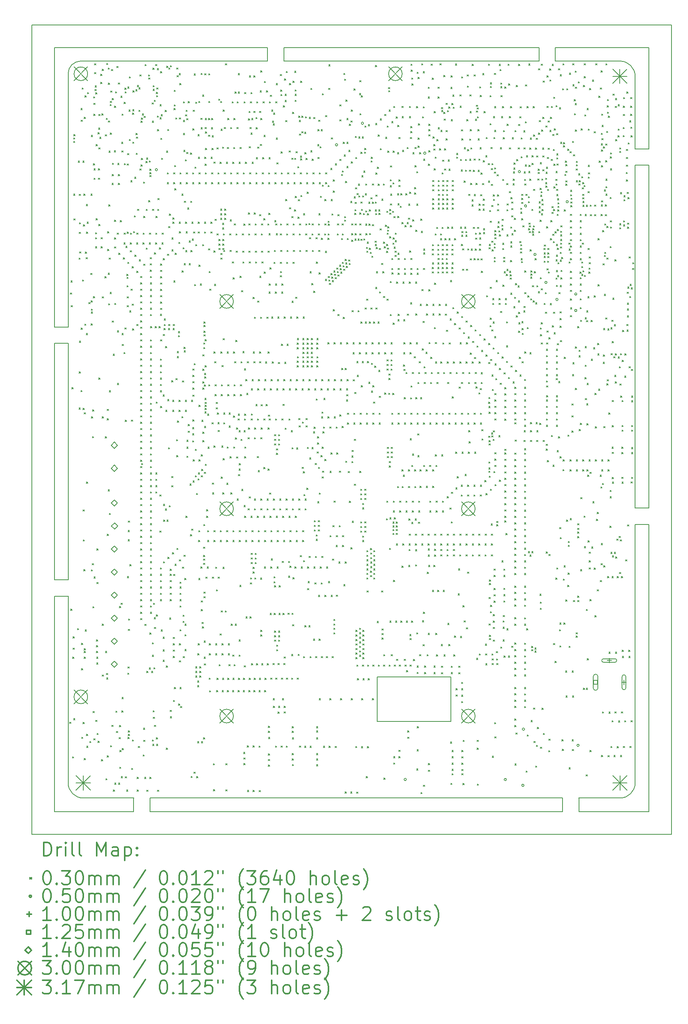
<source format=gbr>
%FSLAX45Y45*%
G04 Gerber Fmt 4.5, Leading zero omitted, Abs format (unit mm)*
G04 Created by KiCad (PCBNEW 4.0.7) date Tue Nov 24 11:13:49 2020*
%MOMM*%
%LPD*%
G01*
G04 APERTURE LIST*
%ADD10C,0.127000*%
%ADD11C,0.150000*%
%ADD12C,0.200000*%
%ADD13C,0.300000*%
G04 APERTURE END LIST*
D10*
D11*
X14805000Y-18640398D02*
X16433378Y-18640398D01*
D12*
X21295048Y-4258678D02*
X7185348Y-4258678D01*
X21295048Y-22109798D02*
X21295048Y-4258678D01*
X7185348Y-22109798D02*
X21295048Y-22109798D01*
X7185348Y-4259948D02*
X7185348Y-22109798D01*
X7186618Y-4259948D02*
X7185348Y-4259948D01*
X7684458Y-4759058D02*
X7684458Y-10923638D01*
X12380918Y-4759058D02*
X7684458Y-4759058D01*
X7684458Y-16496398D02*
X7684458Y-11284318D01*
X7684458Y-21609418D02*
X9429438Y-21609418D01*
X7684458Y-16857078D02*
X7684458Y-21609418D01*
X18890938Y-21609418D02*
X9792658Y-21609418D01*
X20795938Y-21609418D02*
X20795938Y-15274658D01*
X19254158Y-21609418D02*
X20795938Y-21609418D01*
X20795938Y-7354938D02*
X20795938Y-14913978D01*
X20795938Y-4759058D02*
X20795938Y-6994258D01*
X18735998Y-4759058D02*
X20795938Y-4759058D01*
X12744138Y-4759058D02*
X18375318Y-4759058D01*
X7986718Y-16857078D02*
X7684458Y-16857078D01*
X7979098Y-16496398D02*
X7684458Y-16496398D01*
X7984178Y-11284318D02*
X7684458Y-11284318D01*
X7984178Y-10923638D02*
X7684458Y-10923638D01*
X12744138Y-5058778D02*
X12744138Y-4759058D01*
X12380918Y-5058778D02*
X12380918Y-4759058D01*
X18375318Y-5053698D02*
X18375318Y-4759058D01*
X18735998Y-5056238D02*
X18735998Y-4759058D01*
X20496218Y-6994258D02*
X20795938Y-6994258D01*
X20496218Y-7354938D02*
X20795938Y-7354938D01*
X20496218Y-14913978D02*
X20795938Y-14913978D01*
X20496218Y-15274658D02*
X20795938Y-15274658D01*
X19254158Y-21309698D02*
X19254158Y-21609418D01*
X18890938Y-21307158D02*
X18890938Y-21609418D01*
X9792658Y-21307158D02*
X9792658Y-21609418D01*
X9429438Y-21307158D02*
X9429438Y-21609418D01*
X8319458Y-21309698D02*
X9431978Y-21309698D01*
X18893478Y-21309698D02*
X9790118Y-21309698D01*
X20163478Y-21309698D02*
X19251618Y-21309698D01*
X20496218Y-15277198D02*
X20496218Y-20974418D01*
X20496218Y-7354938D02*
X20496218Y-14913978D01*
X20496218Y-6994258D02*
X20498758Y-6994258D01*
X20496218Y-5394058D02*
X20496218Y-6994258D01*
X18735998Y-5058778D02*
X20160938Y-5058778D01*
X18375318Y-5058778D02*
X18375318Y-5056238D01*
X12744138Y-5058778D02*
X18375318Y-5058778D01*
X12383458Y-5058778D02*
X12383458Y-5056238D01*
X8266118Y-5058778D02*
X12383458Y-5058778D01*
X7984178Y-10923638D02*
X7984178Y-5335638D01*
X7984178Y-16496398D02*
X7984178Y-11284318D01*
X7984178Y-20971878D02*
X7984178Y-16851998D01*
X7984178Y-20974418D02*
G75*
G03X8319458Y-21309698I335280J0D01*
G01*
X8263578Y-5058778D02*
G75*
G03X7984178Y-5338178I0J-279400D01*
G01*
D11*
X7984178Y-5338178D02*
X7984178Y-5335638D01*
D12*
X20160938Y-21309698D02*
G75*
G03X20496218Y-20974418I0J335280D01*
G01*
X20496218Y-5394058D02*
G75*
G03X20160938Y-5058778I-335280J0D01*
G01*
D11*
X14805000Y-19622398D02*
X14805000Y-18641398D01*
X16433378Y-19622398D02*
X14805000Y-19622398D01*
X16433378Y-18640398D02*
X16433378Y-19622398D01*
D12*
X8015406Y-19637094D02*
X8045406Y-19667094D01*
X8045406Y-19637094D02*
X8015406Y-19667094D01*
X8032170Y-10168990D02*
X8062170Y-10198990D01*
X8062170Y-10168990D02*
X8032170Y-10198990D01*
X8042330Y-17141798D02*
X8072330Y-17171798D01*
X8072330Y-17141798D02*
X8042330Y-17171798D01*
X8044362Y-9901274D02*
X8074362Y-9931274D01*
X8074362Y-9901274D02*
X8044362Y-9931274D01*
X8051474Y-10447882D02*
X8081474Y-10477882D01*
X8081474Y-10447882D02*
X8051474Y-10477882D01*
X8068238Y-12254838D02*
X8098238Y-12284838D01*
X8098238Y-12254838D02*
X8068238Y-12284838D01*
X8080430Y-20398078D02*
X8110430Y-20428078D01*
X8110430Y-20398078D02*
X8080430Y-20428078D01*
X8084494Y-18200470D02*
X8114494Y-18230470D01*
X8114494Y-18200470D02*
X8084494Y-18230470D01*
X8089574Y-17750890D02*
X8119574Y-17780890D01*
X8119574Y-17750890D02*
X8089574Y-17780890D01*
X8091098Y-18002858D02*
X8121098Y-18032858D01*
X8121098Y-18002858D02*
X8091098Y-18032858D01*
X8105380Y-19555954D02*
X8135380Y-19585954D01*
X8135380Y-19555954D02*
X8105380Y-19585954D01*
X8106338Y-6748118D02*
X8136338Y-6778118D01*
X8136338Y-6748118D02*
X8106338Y-6778118D01*
X8106338Y-6823810D02*
X8136338Y-6853810D01*
X8136338Y-6823810D02*
X8106338Y-6853810D01*
X8106396Y-7991334D02*
X8136396Y-8021334D01*
X8136396Y-7991334D02*
X8106396Y-8021334D01*
X8107862Y-6676490D02*
X8137862Y-6706490D01*
X8137862Y-6676490D02*
X8107862Y-6706490D01*
X8108682Y-8536164D02*
X8138682Y-8566164D01*
X8138682Y-8536164D02*
X8108682Y-8566164D01*
X8189650Y-17570550D02*
X8219650Y-17600550D01*
X8219650Y-17570550D02*
X8189650Y-17600550D01*
X8207566Y-7260724D02*
X8237566Y-7290724D01*
X8237566Y-7260724D02*
X8207566Y-7290724D01*
X8223686Y-12704418D02*
X8253686Y-12734418D01*
X8253686Y-12704418D02*
X8223686Y-12734418D01*
X8223998Y-9399256D02*
X8253998Y-9429256D01*
X8253998Y-9399256D02*
X8223998Y-9429256D01*
X8225268Y-8831820D02*
X8255268Y-8861820D01*
X8255268Y-8831820D02*
X8225268Y-8861820D01*
X8225854Y-7992244D02*
X8255854Y-8022244D01*
X8255854Y-7992244D02*
X8225854Y-8022244D01*
X8228258Y-11908890D02*
X8258258Y-11938890D01*
X8258258Y-11908890D02*
X8228258Y-11938890D01*
X8229840Y-8621508D02*
X8259840Y-8651508D01*
X8259840Y-8621508D02*
X8229840Y-8651508D01*
X8231306Y-11230710D02*
X8261306Y-11260710D01*
X8261306Y-11230710D02*
X8231306Y-11260710D01*
X8235682Y-9264128D02*
X8265682Y-9294128D01*
X8265682Y-9264128D02*
X8235682Y-9294128D01*
X8264834Y-12318846D02*
X8294834Y-12348846D01*
X8294834Y-12318846D02*
X8264834Y-12348846D01*
X8266978Y-6101558D02*
X8296978Y-6131558D01*
X8296978Y-6101558D02*
X8266978Y-6131558D01*
X8267374Y-10943182D02*
X8297374Y-10973182D01*
X8297374Y-10943182D02*
X8267374Y-10973182D01*
X8271378Y-6360398D02*
X8301378Y-6390398D01*
X8301378Y-6360398D02*
X8271378Y-6390398D01*
X8276270Y-18455712D02*
X8306270Y-18485712D01*
X8306270Y-18455712D02*
X8276270Y-18485712D01*
X8276518Y-17894146D02*
X8306518Y-17924146D01*
X8306518Y-17894146D02*
X8276518Y-17924146D01*
X8283122Y-19967294D02*
X8313122Y-19997294D01*
X8313122Y-19967294D02*
X8283122Y-19997294D01*
X8289218Y-5648806D02*
X8319218Y-5678806D01*
X8319218Y-5648806D02*
X8289218Y-5678806D01*
X8297854Y-9880954D02*
X8327854Y-9910954D01*
X8327854Y-9880954D02*
X8297854Y-9910954D01*
X8309088Y-7259814D02*
X8339088Y-7289814D01*
X8339088Y-7259814D02*
X8309088Y-7289814D01*
X8309850Y-14955252D02*
X8339850Y-14985252D01*
X8339850Y-14955252D02*
X8309850Y-14985252D01*
X8311570Y-12712546D02*
X8341570Y-12742546D01*
X8341570Y-12712546D02*
X8311570Y-12742546D01*
X8311570Y-19641666D02*
X8341570Y-19671666D01*
X8341570Y-19641666D02*
X8311570Y-19671666D01*
X8316454Y-15612096D02*
X8346454Y-15642096D01*
X8346454Y-15612096D02*
X8316454Y-15642096D01*
X8318994Y-8667228D02*
X8348994Y-8697228D01*
X8348994Y-8667228D02*
X8318994Y-8697228D01*
X8327376Y-7991334D02*
X8357376Y-8021334D01*
X8357376Y-7991334D02*
X8327376Y-8021334D01*
X8328336Y-16267724D02*
X8358336Y-16297724D01*
X8358336Y-16267724D02*
X8328336Y-16297724D01*
X8335954Y-12811606D02*
X8365954Y-12841606D01*
X8365954Y-12811606D02*
X8335954Y-12841606D01*
X8336378Y-6294398D02*
X8366378Y-6324398D01*
X8366378Y-6294398D02*
X8336378Y-6324398D01*
X8336462Y-18013018D02*
X8366462Y-18043018D01*
X8366462Y-18013018D02*
X8336462Y-18043018D01*
X8336520Y-20435556D02*
X8366520Y-20465556D01*
X8366520Y-20435556D02*
X8336520Y-20465556D01*
X8336970Y-18073470D02*
X8366970Y-18103470D01*
X8366970Y-18073470D02*
X8336970Y-18103470D01*
X8337478Y-18199454D02*
X8367478Y-18229454D01*
X8367478Y-18199454D02*
X8337478Y-18229454D01*
X8351704Y-10854730D02*
X8381704Y-10884730D01*
X8381704Y-10854730D02*
X8351704Y-10884730D01*
X8352210Y-5820510D02*
X8382210Y-5850510D01*
X8382210Y-5820510D02*
X8352210Y-5850510D01*
X8357798Y-17600014D02*
X8387798Y-17630014D01*
X8387798Y-17600014D02*
X8357798Y-17630014D01*
X8364714Y-9269716D02*
X8394714Y-9299716D01*
X8394714Y-9269716D02*
X8364714Y-9299716D01*
X8377922Y-9392398D02*
X8407922Y-9422398D01*
X8407922Y-9392398D02*
X8377922Y-9422398D01*
X8382690Y-8220302D02*
X8412690Y-8250302D01*
X8412690Y-8220302D02*
X8382690Y-8250302D01*
X8384722Y-11063070D02*
X8414722Y-11093070D01*
X8414722Y-11063070D02*
X8384722Y-11093070D01*
X8389802Y-14341702D02*
X8419802Y-14371702D01*
X8419802Y-14341702D02*
X8389802Y-14371702D01*
X8389802Y-19902778D02*
X8419802Y-19932778D01*
X8419802Y-19902778D02*
X8389802Y-19932778D01*
X8389860Y-8829534D02*
X8419860Y-8859534D01*
X8419860Y-8829534D02*
X8389860Y-8859534D01*
X8392850Y-20165414D02*
X8422850Y-20195414D01*
X8422850Y-20165414D02*
X8392850Y-20195414D01*
X8400528Y-8605506D02*
X8430528Y-8635506D01*
X8430528Y-8605506D02*
X8400528Y-8635506D01*
X8408090Y-5750406D02*
X8438090Y-5780406D01*
X8438090Y-5750406D02*
X8408090Y-5780406D01*
X8438062Y-10382350D02*
X8468062Y-10412350D01*
X8468062Y-10382350D02*
X8438062Y-10412350D01*
X8461430Y-20058734D02*
X8491430Y-20088734D01*
X8491430Y-20058734D02*
X8461430Y-20088734D01*
X8479718Y-9737698D02*
X8509718Y-9767698D01*
X8509718Y-9737698D02*
X8479718Y-9767698D01*
X8486380Y-7990572D02*
X8516380Y-8020572D01*
X8516380Y-7990572D02*
X8486380Y-8020572D01*
X8489878Y-10850218D02*
X8519878Y-10880218D01*
X8519878Y-10850218D02*
X8489878Y-10880218D01*
X8491910Y-10342726D02*
X8521910Y-10372726D01*
X8521910Y-10342726D02*
X8491910Y-10372726D01*
X8492418Y-6692238D02*
X8522418Y-6722238D01*
X8522418Y-6692238D02*
X8492418Y-6722238D01*
X8493942Y-10588598D02*
X8523942Y-10618598D01*
X8523942Y-10588598D02*
X8493942Y-10618598D01*
X8493944Y-16275852D02*
X8523944Y-16305852D01*
X8523944Y-16275852D02*
X8493944Y-16305852D01*
X8494450Y-10526622D02*
X8524450Y-10556622D01*
X8524450Y-10526622D02*
X8494450Y-10556622D01*
X8495974Y-12902030D02*
X8525974Y-12932030D01*
X8525974Y-12902030D02*
X8495974Y-12932030D01*
X8515278Y-16140022D02*
X8545278Y-16170022D01*
X8545278Y-16140022D02*
X8515278Y-16170022D01*
X8518326Y-13335862D02*
X8548326Y-13365862D01*
X8548326Y-13335862D02*
X8518326Y-13365862D01*
X8523406Y-12748106D02*
X8553406Y-12778106D01*
X8553406Y-12748106D02*
X8523406Y-12778106D01*
X8525948Y-17088398D02*
X8555948Y-17118398D01*
X8555948Y-17088398D02*
X8525948Y-17118398D01*
X8531534Y-19398842D02*
X8561534Y-19428842D01*
X8561534Y-19398842D02*
X8531534Y-19428842D01*
X8541694Y-10248238D02*
X8571694Y-10278238D01*
X8571694Y-10248238D02*
X8541694Y-10278238D01*
X8541752Y-7319758D02*
X8571752Y-7349758D01*
X8571752Y-7319758D02*
X8541752Y-7349758D01*
X8543218Y-5841338D02*
X8573218Y-5871338D01*
X8573218Y-5841338D02*
X8543218Y-5871338D01*
X8546832Y-5986258D02*
X8576832Y-6016258D01*
X8576832Y-5986258D02*
X8546832Y-6016258D01*
X8549378Y-6230398D02*
X8579378Y-6260398D01*
X8579378Y-6230398D02*
X8549378Y-6260398D01*
X8550838Y-19998282D02*
X8580838Y-20028282D01*
X8580838Y-19998282D02*
X8550838Y-20028282D01*
X8553886Y-16429074D02*
X8583886Y-16459074D01*
X8583886Y-16429074D02*
X8553886Y-16459074D01*
X8554706Y-7639544D02*
X8584706Y-7669544D01*
X8584706Y-7639544D02*
X8554706Y-7669544D01*
X8554960Y-7431264D02*
X8584960Y-7461264D01*
X8584960Y-7431264D02*
X8554960Y-7461264D01*
X8566586Y-5113882D02*
X8596586Y-5143882D01*
X8596586Y-5113882D02*
X8566586Y-5143882D01*
X8568110Y-5311494D02*
X8598110Y-5341494D01*
X8598110Y-5311494D02*
X8568110Y-5341494D01*
X8576378Y-5681398D02*
X8606378Y-5711398D01*
X8606378Y-5681398D02*
X8576378Y-5711398D01*
X8580302Y-5601054D02*
X8610302Y-5631054D01*
X8610302Y-5601054D02*
X8580302Y-5631054D01*
X8586398Y-8950298D02*
X8616398Y-8980298D01*
X8616398Y-8950298D02*
X8586398Y-8980298D01*
X8586398Y-9148418D02*
X8616398Y-9178418D01*
X8616398Y-9148418D02*
X8586398Y-9178418D01*
X8586710Y-8839948D02*
X8616710Y-8869948D01*
X8616710Y-8839948D02*
X8586710Y-8869948D01*
X8590970Y-19591374D02*
X8620970Y-19621374D01*
X8620970Y-19591374D02*
X8590970Y-19621374D01*
X8593060Y-5752070D02*
X8623060Y-5782070D01*
X8623060Y-5752070D02*
X8593060Y-5782070D01*
X8598590Y-8532214D02*
X8628590Y-8562214D01*
X8628590Y-8532214D02*
X8598590Y-8562214D01*
X8599606Y-6895438D02*
X8629606Y-6925438D01*
X8629606Y-6895438D02*
X8599606Y-6925438D01*
X8607226Y-17820486D02*
X8637226Y-17850486D01*
X8637226Y-17820486D02*
X8607226Y-17850486D01*
X8607734Y-17947486D02*
X8637734Y-17977486D01*
X8637734Y-17947486D02*
X8607734Y-17977486D01*
X8609766Y-18074486D02*
X8639766Y-18104486D01*
X8639766Y-18074486D02*
X8609766Y-18104486D01*
X8613322Y-18199962D02*
X8643322Y-18229962D01*
X8643322Y-18199962D02*
X8613322Y-18229962D01*
X8614338Y-18327978D02*
X8644338Y-18357978D01*
X8644338Y-18327978D02*
X8614338Y-18357978D01*
X8616878Y-16554042D02*
X8646878Y-16584042D01*
X8646878Y-16554042D02*
X8616878Y-16584042D01*
X8617386Y-15813886D02*
X8647386Y-15843886D01*
X8647386Y-15813886D02*
X8617386Y-15843886D01*
X8620434Y-19882458D02*
X8650434Y-19912458D01*
X8650434Y-19882458D02*
X8620434Y-19912458D01*
X8641262Y-20054670D02*
X8671262Y-20084670D01*
X8671262Y-20054670D02*
X8641262Y-20084670D01*
X8642590Y-6634720D02*
X8672590Y-6664720D01*
X8672590Y-6634720D02*
X8642590Y-6664720D01*
X8649448Y-7430248D02*
X8679448Y-7460248D01*
X8679448Y-7430248D02*
X8649448Y-7460248D01*
X8652496Y-7639290D02*
X8682496Y-7669290D01*
X8682496Y-7639290D02*
X8652496Y-7669290D01*
X8656378Y-6531398D02*
X8686378Y-6561398D01*
X8686378Y-6531398D02*
X8656378Y-6561398D01*
X8658026Y-6230974D02*
X8688026Y-6260974D01*
X8688026Y-6230974D02*
X8658026Y-6260974D01*
X8660566Y-8659214D02*
X8690566Y-8689214D01*
X8690566Y-8659214D02*
X8660566Y-8689214D01*
X8660566Y-12046558D02*
X8690566Y-12076558D01*
X8690566Y-12046558D02*
X8660566Y-12076558D01*
X8661074Y-6968590D02*
X8691074Y-6998590D01*
X8691074Y-6968590D02*
X8661074Y-6998590D01*
X8678912Y-6734542D02*
X8708912Y-6764542D01*
X8708912Y-6734542D02*
X8678912Y-6764542D01*
X8699682Y-5347054D02*
X8729682Y-5377054D01*
X8729682Y-5347054D02*
X8699682Y-5377054D01*
X8702222Y-5526886D02*
X8732222Y-5556886D01*
X8732222Y-5526886D02*
X8702222Y-5556886D01*
X8708826Y-8949790D02*
X8738826Y-8979790D01*
X8738826Y-8949790D02*
X8708826Y-8979790D01*
X8708826Y-9147910D02*
X8738826Y-9177910D01*
X8738826Y-9147910D02*
X8708826Y-9177910D01*
X8717520Y-20462988D02*
X8747520Y-20492988D01*
X8747520Y-20462988D02*
X8717520Y-20492988D01*
X8725140Y-6220700D02*
X8755140Y-6250700D01*
X8755140Y-6220700D02*
X8725140Y-6250700D01*
X8733718Y-10255858D02*
X8763718Y-10285858D01*
X8763718Y-10255858D02*
X8733718Y-10285858D01*
X8734226Y-17470474D02*
X8764226Y-17500474D01*
X8764226Y-17470474D02*
X8734226Y-17500474D01*
X8735242Y-12897966D02*
X8765242Y-12927966D01*
X8765242Y-12897966D02*
X8735242Y-12927966D01*
X8736372Y-18593822D02*
X8766372Y-18623822D01*
X8766372Y-18593822D02*
X8736372Y-18623822D01*
X8736766Y-5238342D02*
X8766766Y-5268342D01*
X8766766Y-5238342D02*
X8736766Y-5268342D01*
X8795186Y-9811358D02*
X8825186Y-9841358D01*
X8825186Y-9811358D02*
X8795186Y-9841358D01*
X8801378Y-6680398D02*
X8831378Y-6710398D01*
X8831378Y-6680398D02*
X8801378Y-6710398D01*
X8802298Y-13339926D02*
X8832298Y-13369926D01*
X8832298Y-13339926D02*
X8802298Y-13369926D01*
X8807886Y-18074486D02*
X8837886Y-18104486D01*
X8837886Y-18074486D02*
X8807886Y-18104486D01*
X8816580Y-20879040D02*
X8846580Y-20909040D01*
X8846580Y-20879040D02*
X8816580Y-20909040D01*
X8824708Y-6318490D02*
X8854708Y-6348490D01*
X8854708Y-6318490D02*
X8824708Y-6348490D01*
X8829730Y-18558610D02*
X8859730Y-18588610D01*
X8859730Y-18558610D02*
X8829730Y-18588610D01*
X8832892Y-18657322D02*
X8862892Y-18687322D01*
X8862892Y-18657322D02*
X8832892Y-18687322D01*
X8834302Y-5107278D02*
X8864302Y-5137278D01*
X8864302Y-5107278D02*
X8834302Y-5137278D01*
X8844012Y-20378406D02*
X8874012Y-20408406D01*
X8874012Y-20378406D02*
X8844012Y-20408406D01*
X8844970Y-12735914D02*
X8874970Y-12765914D01*
X8874970Y-12735914D02*
X8844970Y-12765914D01*
X8845478Y-12941146D02*
X8875478Y-12971146D01*
X8875478Y-12941146D02*
X8845478Y-12971146D01*
X8845478Y-15491814D02*
X8875478Y-15521814D01*
X8875478Y-15491814D02*
X8845478Y-15521814D01*
X8853098Y-8819234D02*
X8883098Y-8849234D01*
X8883098Y-8819234D02*
X8853098Y-8849234D01*
X8854114Y-9208870D02*
X8884114Y-9238870D01*
X8884114Y-9208870D02*
X8854114Y-9238870D01*
X8865290Y-14509342D02*
X8895290Y-14539342D01*
X8895290Y-14509342D02*
X8865290Y-14539342D01*
X8866712Y-9733354D02*
X8896712Y-9763354D01*
X8896712Y-9733354D02*
X8866712Y-9763354D01*
X8868338Y-5209894D02*
X8898338Y-5239894D01*
X8898338Y-5209894D02*
X8868338Y-5239894D01*
X8869862Y-5542634D02*
X8899862Y-5572634D01*
X8899862Y-5542634D02*
X8869862Y-5572634D01*
X8871190Y-6376910D02*
X8901190Y-6406910D01*
X8901190Y-6376910D02*
X8871190Y-6406910D01*
X8874182Y-10405404D02*
X8904182Y-10435404D01*
X8904182Y-10405404D02*
X8874182Y-10435404D01*
X8877990Y-8224874D02*
X8907990Y-8254874D01*
X8907990Y-8224874D02*
X8877990Y-8254874D01*
X8883070Y-7039710D02*
X8913070Y-7069710D01*
X8913070Y-7039710D02*
X8883070Y-7069710D01*
X8888048Y-9397566D02*
X8918048Y-9427566D01*
X8918048Y-9397566D02*
X8888048Y-9427566D01*
X8892722Y-15028518D02*
X8922722Y-15058518D01*
X8922722Y-15028518D02*
X8892722Y-15058518D01*
X8893738Y-12322402D02*
X8923738Y-12352402D01*
X8923738Y-12322402D02*
X8893738Y-12352402D01*
X8907202Y-10155976D02*
X8937202Y-10185976D01*
X8937202Y-10155976D02*
X8907202Y-10185976D01*
X8910502Y-6012534D02*
X8940502Y-6042534D01*
X8940502Y-6012534D02*
X8910502Y-6042534D01*
X8912338Y-5944348D02*
X8942338Y-5974348D01*
X8942338Y-5944348D02*
X8912338Y-5974348D01*
X8915074Y-6641946D02*
X8945074Y-6671946D01*
X8945074Y-6641946D02*
X8915074Y-6671946D01*
X8918122Y-20150174D02*
X8948122Y-20180174D01*
X8948122Y-20150174D02*
X8918122Y-20180174D01*
X8923202Y-5714338D02*
X8953202Y-5744338D01*
X8953202Y-5714338D02*
X8923202Y-5744338D01*
X8936918Y-5241898D02*
X8966918Y-5271898D01*
X8966918Y-5241898D02*
X8936918Y-5271898D01*
X8945046Y-19701610D02*
X8975046Y-19731610D01*
X8975046Y-19701610D02*
X8945046Y-19731610D01*
X8952226Y-7754190D02*
X8982226Y-7784190D01*
X8982226Y-7754190D02*
X8952226Y-7784190D01*
X8953226Y-7557190D02*
X8983226Y-7587190D01*
X8983226Y-7557190D02*
X8953226Y-7587190D01*
X8953682Y-10788242D02*
X8983682Y-10818242D01*
X8983682Y-10788242D02*
X8953682Y-10818242D01*
X8954698Y-5883502D02*
X8984698Y-5913502D01*
X8984698Y-5883502D02*
X8954698Y-5913502D01*
X8960852Y-7309090D02*
X8990852Y-7339090D01*
X8990852Y-7309090D02*
X8960852Y-7339090D01*
X8976542Y-11520270D02*
X9006542Y-11550270D01*
X9006542Y-11520270D02*
X8976542Y-11550270D01*
X8981172Y-21132024D02*
X9011172Y-21162024D01*
X9011172Y-21132024D02*
X8981172Y-21162024D01*
X9001942Y-7034122D02*
X9031942Y-7064122D01*
X9031942Y-7034122D02*
X9001942Y-7064122D01*
X9004482Y-6049110D02*
X9034482Y-6079110D01*
X9034482Y-6049110D02*
X9004482Y-6079110D01*
X9005498Y-8565234D02*
X9035498Y-8595234D01*
X9035498Y-8565234D02*
X9005498Y-8595234D01*
X9006006Y-8953600D02*
X9036006Y-8983600D01*
X9036006Y-8953600D02*
X9006006Y-8983600D01*
X9006006Y-9152990D02*
X9036006Y-9182990D01*
X9036006Y-9152990D02*
X9006006Y-9182990D01*
X9009054Y-10399114D02*
X9039054Y-10429114D01*
X9039054Y-10399114D02*
X9009054Y-10429114D01*
X9011102Y-20976274D02*
X9041102Y-21006274D01*
X9041102Y-20976274D02*
X9011102Y-21006274D01*
X9026834Y-5732118D02*
X9056834Y-5762118D01*
X9056834Y-5732118D02*
X9026834Y-5762118D01*
X9034962Y-19389190D02*
X9064962Y-19419190D01*
X9064962Y-19389190D02*
X9034962Y-19419190D01*
X9047662Y-19837246D02*
X9077662Y-19867246D01*
X9077662Y-19837246D02*
X9047662Y-19867246D01*
X9056298Y-5175858D02*
X9086298Y-5205858D01*
X9086298Y-5175858D02*
X9056298Y-5205858D01*
X9064934Y-8849460D02*
X9094934Y-8879460D01*
X9094934Y-8849460D02*
X9064934Y-8879460D01*
X9068746Y-11005606D02*
X9098746Y-11035606D01*
X9098746Y-11005606D02*
X9068746Y-11035606D01*
X9070014Y-12163398D02*
X9100014Y-12193398D01*
X9100014Y-12163398D02*
X9070014Y-12193398D01*
X9079724Y-7312138D02*
X9109724Y-7342138D01*
X9109724Y-7312138D02*
X9079724Y-7342138D01*
X9091858Y-5539078D02*
X9121858Y-5569078D01*
X9121858Y-5539078D02*
X9091858Y-5569078D01*
X9091926Y-7754190D02*
X9121926Y-7784190D01*
X9121926Y-7754190D02*
X9091926Y-7784190D01*
X9092926Y-7557190D02*
X9122926Y-7587190D01*
X9122926Y-7557190D02*
X9092926Y-7587190D01*
X9095280Y-20976790D02*
X9125280Y-21006790D01*
X9125280Y-20976790D02*
X9095280Y-21006790D01*
X9099884Y-9293934D02*
X9129884Y-9323934D01*
X9129884Y-9293934D02*
X9099884Y-9323934D01*
X9108114Y-19972882D02*
X9138114Y-20002882D01*
X9138114Y-19972882D02*
X9108114Y-20002882D01*
X9114210Y-19709230D02*
X9144210Y-19739230D01*
X9144210Y-19709230D02*
X9114210Y-19739230D01*
X9116752Y-17081032D02*
X9146752Y-17111032D01*
X9146752Y-17081032D02*
X9116752Y-17111032D01*
X9119856Y-20624532D02*
X9149856Y-20654532D01*
X9149856Y-20624532D02*
X9119856Y-20654532D01*
X9125386Y-20256854D02*
X9155386Y-20286854D01*
X9155386Y-20256854D02*
X9125386Y-20286854D01*
X9131990Y-8572854D02*
X9161990Y-8602854D01*
X9161990Y-8572854D02*
X9131990Y-8602854D01*
X9144182Y-5832702D02*
X9174182Y-5862702D01*
X9174182Y-5832702D02*
X9144182Y-5862702D01*
X9151802Y-17012258D02*
X9181802Y-17042258D01*
X9181802Y-17012258D02*
X9151802Y-17042258D01*
X9154908Y-20833320D02*
X9184908Y-20863320D01*
X9184908Y-20833320D02*
X9154908Y-20863320D01*
X9162978Y-6844638D02*
X9192978Y-6874638D01*
X9192978Y-6844638D02*
X9162978Y-6874638D01*
X9165518Y-7037170D02*
X9195518Y-7067170D01*
X9195518Y-7037170D02*
X9165518Y-7067170D01*
X9166534Y-19387666D02*
X9196534Y-19417666D01*
X9196534Y-19387666D02*
X9166534Y-19417666D01*
X9170090Y-11063578D02*
X9200090Y-11093578D01*
X9200090Y-11063578D02*
X9170090Y-11093578D01*
X9173138Y-6222338D02*
X9203138Y-6252338D01*
X9203138Y-6222338D02*
X9173138Y-6252338D01*
X9173138Y-19090994D02*
X9203138Y-19120994D01*
X9203138Y-19090994D02*
X9173138Y-19120994D01*
X9175678Y-11305386D02*
X9205678Y-11335386D01*
X9205678Y-11305386D02*
X9175678Y-11335386D01*
X9177202Y-20217230D02*
X9207202Y-20247230D01*
X9207202Y-20217230D02*
X9177202Y-20247230D01*
X9198944Y-9392994D02*
X9228944Y-9422994D01*
X9228944Y-9392994D02*
X9198944Y-9422994D01*
X9215556Y-9065360D02*
X9245556Y-9095360D01*
X9245556Y-9065360D02*
X9215556Y-9095360D01*
X9215558Y-11482110D02*
X9245558Y-11512110D01*
X9245558Y-11482110D02*
X9215558Y-11512110D01*
X9216318Y-5966306D02*
X9246318Y-5996306D01*
X9246318Y-5966306D02*
X9216318Y-5996306D01*
X9216826Y-8848190D02*
X9246826Y-8878190D01*
X9246826Y-8848190D02*
X9216826Y-8878190D01*
X9221398Y-7314538D02*
X9251398Y-7344538D01*
X9251398Y-7314538D02*
X9221398Y-7344538D01*
X9234098Y-5650838D02*
X9264098Y-5680838D01*
X9264098Y-5650838D02*
X9234098Y-5680838D01*
X9234862Y-10941344D02*
X9264862Y-10971344D01*
X9264862Y-10941344D02*
X9234862Y-10971344D01*
X9238670Y-5732626D02*
X9268670Y-5762626D01*
X9268670Y-5732626D02*
X9238670Y-5762626D01*
X9243752Y-12974360D02*
X9273752Y-13004360D01*
X9273752Y-12974360D02*
X9243752Y-13004360D01*
X9244258Y-20836482D02*
X9274258Y-20866482D01*
X9274258Y-20836482D02*
X9244258Y-20866482D01*
X9254824Y-9138994D02*
X9284824Y-9168994D01*
X9284824Y-9138994D02*
X9254824Y-9168994D01*
X9271690Y-21131376D02*
X9301690Y-21161376D01*
X9301690Y-21131376D02*
X9271690Y-21161376D01*
X9279310Y-9759034D02*
X9309310Y-9789034D01*
X9309310Y-9759034D02*
X9279310Y-9789034D01*
X9279566Y-10007640D02*
X9309566Y-10037640D01*
X9309566Y-10007640D02*
X9279566Y-10037640D01*
X9281850Y-9823042D02*
X9311850Y-9853042D01*
X9311850Y-9823042D02*
X9281850Y-9853042D01*
X9283374Y-10255350D02*
X9313374Y-10285350D01*
X9313374Y-10255350D02*
X9283374Y-10285350D01*
X9285406Y-7323174D02*
X9315406Y-7353174D01*
X9315406Y-7323174D02*
X9285406Y-7353174D01*
X9285406Y-10447882D02*
X9315406Y-10477882D01*
X9315406Y-10447882D02*
X9285406Y-10477882D01*
X9286930Y-8829394D02*
X9316930Y-8859394D01*
X9316930Y-8829394D02*
X9286930Y-8859394D01*
X9289274Y-16420324D02*
X9319274Y-16450324D01*
X9319274Y-16420324D02*
X9289274Y-16450324D01*
X9292378Y-7095398D02*
X9322378Y-7125398D01*
X9322378Y-7095398D02*
X9292378Y-7125398D01*
X9296582Y-5625946D02*
X9326582Y-5655946D01*
X9326582Y-5625946D02*
X9296582Y-5655946D01*
X9297712Y-18551912D02*
X9327712Y-18581912D01*
X9327712Y-18551912D02*
X9297712Y-18581912D01*
X9298004Y-9492054D02*
X9328004Y-9522054D01*
X9328004Y-9492054D02*
X9298004Y-9522054D01*
X9303808Y-18415514D02*
X9333808Y-18445514D01*
X9333808Y-18415514D02*
X9303808Y-18445514D01*
X9304084Y-19967584D02*
X9334084Y-19997584D01*
X9334084Y-19967584D02*
X9304084Y-19997584D01*
X9305784Y-15405848D02*
X9335784Y-15435848D01*
X9335784Y-15405848D02*
X9305784Y-15435848D01*
X9307250Y-15611194D02*
X9337250Y-15641194D01*
X9337250Y-15611194D02*
X9307250Y-15641194D01*
X9309164Y-19825344D02*
X9339164Y-19855344D01*
X9339164Y-19825344D02*
X9309164Y-19855344D01*
X9310298Y-19901762D02*
X9340298Y-19931762D01*
X9340298Y-19901762D02*
X9310298Y-19931762D01*
X9310304Y-17585762D02*
X9340304Y-17615762D01*
X9340304Y-17585762D02*
X9310304Y-17615762D01*
X9311880Y-15197060D02*
X9341880Y-15227060D01*
X9341880Y-15197060D02*
X9311880Y-15227060D01*
X9316654Y-17357924D02*
X9346654Y-17387924D01*
X9346654Y-17357924D02*
X9316654Y-17387924D01*
X9325538Y-6134962D02*
X9355538Y-6164962D01*
X9355538Y-6134962D02*
X9325538Y-6164962D01*
X9331126Y-5403442D02*
X9361126Y-5433442D01*
X9361126Y-5403442D02*
X9331126Y-5433442D01*
X9332142Y-6782154D02*
X9362142Y-6812154D01*
X9362142Y-6782154D02*
X9332142Y-6812154D01*
X9339254Y-10564214D02*
X9369254Y-10594214D01*
X9369254Y-10564214D02*
X9339254Y-10594214D01*
X9343826Y-16158310D02*
X9373826Y-16188310D01*
X9373826Y-16158310D02*
X9343826Y-16188310D01*
X9353884Y-9238054D02*
X9383884Y-9268054D01*
X9383884Y-9238054D02*
X9353884Y-9268054D01*
X9355256Y-9065360D02*
X9385256Y-9095360D01*
X9385256Y-9065360D02*
X9355256Y-9095360D01*
X9356526Y-8848190D02*
X9386526Y-8878190D01*
X9386526Y-8848190D02*
X9356526Y-8878190D01*
X9366686Y-7694522D02*
X9396686Y-7724522D01*
X9396686Y-7694522D02*
X9366686Y-7724522D01*
X9371006Y-10086888D02*
X9401006Y-10116888D01*
X9401006Y-10086888D02*
X9371006Y-10116888D01*
X9380912Y-12973090D02*
X9410912Y-13003090D01*
X9410912Y-12973090D02*
X9380912Y-13003090D01*
X9382316Y-20651606D02*
X9412316Y-20681606D01*
X9412316Y-20651606D02*
X9382316Y-20681606D01*
X9393866Y-10414548D02*
X9423866Y-10444548D01*
X9423866Y-10414548D02*
X9393866Y-10444548D01*
X9397064Y-9591114D02*
X9427064Y-9621114D01*
X9427064Y-9591114D02*
X9397064Y-9621114D01*
X9401738Y-20025714D02*
X9431738Y-20055714D01*
X9431738Y-20025714D02*
X9401738Y-20055714D01*
X9401994Y-10959124D02*
X9431994Y-10989124D01*
X9431994Y-10959124D02*
X9401994Y-10989124D01*
X9403320Y-6202920D02*
X9433320Y-6232920D01*
X9433320Y-6202920D02*
X9403320Y-6232920D01*
X9408850Y-6843114D02*
X9438850Y-6873114D01*
X9438850Y-6843114D02*
X9408850Y-6873114D01*
X9409924Y-6126974D02*
X9439924Y-6156974D01*
X9439924Y-6126974D02*
X9409924Y-6156974D01*
X9413480Y-5710160D02*
X9443480Y-5740160D01*
X9443480Y-5710160D02*
X9413480Y-5740160D01*
X9426122Y-8814662D02*
X9456122Y-8844662D01*
X9456122Y-8814662D02*
X9426122Y-8844662D01*
X9442378Y-8467698D02*
X9472378Y-8497698D01*
X9472378Y-8467698D02*
X9442378Y-8497698D01*
X9449490Y-7617814D02*
X9479490Y-7647814D01*
X9479490Y-7617814D02*
X9449490Y-7647814D01*
X9452944Y-9337114D02*
X9482944Y-9367114D01*
X9482944Y-9337114D02*
X9452944Y-9367114D01*
X9477938Y-5685890D02*
X9507938Y-5715890D01*
X9507938Y-5685890D02*
X9477938Y-5715890D01*
X9478250Y-6652500D02*
X9508250Y-6682500D01*
X9508250Y-6652500D02*
X9478250Y-6682500D01*
X9485378Y-7086398D02*
X9515378Y-7116398D01*
X9515378Y-7086398D02*
X9485378Y-7116398D01*
X9488606Y-6732370D02*
X9518606Y-6762370D01*
X9518606Y-6732370D02*
X9488606Y-6762370D01*
X9494956Y-9065360D02*
X9524956Y-9095360D01*
X9524956Y-9065360D02*
X9494956Y-9095360D01*
X9496124Y-9690174D02*
X9526124Y-9720174D01*
X9526124Y-9690174D02*
X9496124Y-9720174D01*
X9496226Y-8848190D02*
X9526226Y-8878190D01*
X9526226Y-8848190D02*
X9496226Y-8878190D01*
X9498766Y-10864950D02*
X9528766Y-10894950D01*
X9528766Y-10864950D02*
X9498766Y-10894950D01*
X9505174Y-20849322D02*
X9535174Y-20879322D01*
X9535174Y-20849322D02*
X9505174Y-20879322D01*
X9507910Y-21131376D02*
X9537910Y-21161376D01*
X9537910Y-21131376D02*
X9507910Y-21161376D01*
X9509942Y-5591402D02*
X9539942Y-5621402D01*
X9539942Y-5591402D02*
X9509942Y-5621402D01*
X9512990Y-8325458D02*
X9542990Y-8355458D01*
X9542990Y-8325458D02*
X9512990Y-8355458D01*
X9531082Y-20167840D02*
X9561082Y-20197840D01*
X9561082Y-20167840D02*
X9531082Y-20197840D01*
X9542454Y-5644742D02*
X9572454Y-5674742D01*
X9572454Y-5644742D02*
X9542454Y-5674742D01*
X9545560Y-6139420D02*
X9575560Y-6169420D01*
X9575560Y-6139420D02*
X9545560Y-6169420D01*
X9552004Y-9436174D02*
X9582004Y-9466174D01*
X9582004Y-9436174D02*
X9552004Y-9466174D01*
X9563848Y-5361672D02*
X9593848Y-5391672D01*
X9593848Y-5361672D02*
X9563848Y-5391672D01*
X9564298Y-7436458D02*
X9594298Y-7466458D01*
X9594298Y-7436458D02*
X9564298Y-7466458D01*
X9579794Y-9805964D02*
X9609794Y-9835964D01*
X9609794Y-9805964D02*
X9579794Y-9835964D01*
X9579794Y-9945664D02*
X9609794Y-9975664D01*
X9609794Y-9945664D02*
X9579794Y-9975664D01*
X9579794Y-10085364D02*
X9609794Y-10115364D01*
X9609794Y-10085364D02*
X9579794Y-10115364D01*
X9579794Y-10225064D02*
X9609794Y-10255064D01*
X9609794Y-10225064D02*
X9579794Y-10255064D01*
X9579794Y-10364764D02*
X9609794Y-10394764D01*
X9609794Y-10364764D02*
X9579794Y-10394764D01*
X9579794Y-10504464D02*
X9609794Y-10534464D01*
X9609794Y-10504464D02*
X9579794Y-10534464D01*
X9579794Y-10644164D02*
X9609794Y-10674164D01*
X9609794Y-10644164D02*
X9579794Y-10674164D01*
X9579794Y-10783864D02*
X9609794Y-10813864D01*
X9609794Y-10783864D02*
X9579794Y-10813864D01*
X9579794Y-10923564D02*
X9609794Y-10953564D01*
X9609794Y-10923564D02*
X9579794Y-10953564D01*
X9579794Y-11063264D02*
X9609794Y-11093264D01*
X9609794Y-11063264D02*
X9579794Y-11093264D01*
X9579794Y-11202964D02*
X9609794Y-11232964D01*
X9609794Y-11202964D02*
X9579794Y-11232964D01*
X9579794Y-11342664D02*
X9609794Y-11372664D01*
X9609794Y-11342664D02*
X9579794Y-11372664D01*
X9579794Y-11482364D02*
X9609794Y-11512364D01*
X9609794Y-11482364D02*
X9579794Y-11512364D01*
X9579794Y-11622064D02*
X9609794Y-11652064D01*
X9609794Y-11622064D02*
X9579794Y-11652064D01*
X9579794Y-11761764D02*
X9609794Y-11791764D01*
X9609794Y-11761764D02*
X9579794Y-11791764D01*
X9579794Y-11901464D02*
X9609794Y-11931464D01*
X9609794Y-11901464D02*
X9579794Y-11931464D01*
X9579794Y-12041164D02*
X9609794Y-12071164D01*
X9609794Y-12041164D02*
X9579794Y-12071164D01*
X9579794Y-12180864D02*
X9609794Y-12210864D01*
X9609794Y-12180864D02*
X9579794Y-12210864D01*
X9579794Y-12320564D02*
X9609794Y-12350564D01*
X9609794Y-12320564D02*
X9579794Y-12350564D01*
X9579794Y-12460264D02*
X9609794Y-12490264D01*
X9609794Y-12460264D02*
X9579794Y-12490264D01*
X9579794Y-12599964D02*
X9609794Y-12629964D01*
X9609794Y-12599964D02*
X9579794Y-12629964D01*
X9579794Y-12739664D02*
X9609794Y-12769664D01*
X9609794Y-12739664D02*
X9579794Y-12769664D01*
X9579794Y-12879364D02*
X9609794Y-12909364D01*
X9609794Y-12879364D02*
X9579794Y-12909364D01*
X9579794Y-13019064D02*
X9609794Y-13049064D01*
X9609794Y-13019064D02*
X9579794Y-13049064D01*
X9579794Y-13158764D02*
X9609794Y-13188764D01*
X9609794Y-13158764D02*
X9579794Y-13188764D01*
X9579794Y-13298464D02*
X9609794Y-13328464D01*
X9609794Y-13298464D02*
X9579794Y-13328464D01*
X9579794Y-13438164D02*
X9609794Y-13468164D01*
X9609794Y-13438164D02*
X9579794Y-13468164D01*
X9579794Y-13577864D02*
X9609794Y-13607864D01*
X9609794Y-13577864D02*
X9579794Y-13607864D01*
X9579794Y-13717564D02*
X9609794Y-13747564D01*
X9609794Y-13717564D02*
X9579794Y-13747564D01*
X9579794Y-13857264D02*
X9609794Y-13887264D01*
X9609794Y-13857264D02*
X9579794Y-13887264D01*
X9579794Y-13996964D02*
X9609794Y-14026964D01*
X9609794Y-13996964D02*
X9579794Y-14026964D01*
X9579794Y-14136664D02*
X9609794Y-14166664D01*
X9609794Y-14136664D02*
X9579794Y-14166664D01*
X9579794Y-14276364D02*
X9609794Y-14306364D01*
X9609794Y-14276364D02*
X9579794Y-14306364D01*
X9579794Y-14416064D02*
X9609794Y-14446064D01*
X9609794Y-14416064D02*
X9579794Y-14446064D01*
X9579794Y-14555764D02*
X9609794Y-14585764D01*
X9609794Y-14555764D02*
X9579794Y-14585764D01*
X9579794Y-14695464D02*
X9609794Y-14725464D01*
X9609794Y-14695464D02*
X9579794Y-14725464D01*
X9579794Y-14835164D02*
X9609794Y-14865164D01*
X9609794Y-14835164D02*
X9579794Y-14865164D01*
X9579794Y-14974864D02*
X9609794Y-15004864D01*
X9609794Y-14974864D02*
X9579794Y-15004864D01*
X9579794Y-15114564D02*
X9609794Y-15144564D01*
X9609794Y-15114564D02*
X9579794Y-15144564D01*
X9579794Y-15254264D02*
X9609794Y-15284264D01*
X9609794Y-15254264D02*
X9579794Y-15284264D01*
X9579794Y-15393964D02*
X9609794Y-15423964D01*
X9609794Y-15393964D02*
X9579794Y-15423964D01*
X9579794Y-15533664D02*
X9609794Y-15563664D01*
X9609794Y-15533664D02*
X9579794Y-15563664D01*
X9579794Y-15673364D02*
X9609794Y-15703364D01*
X9609794Y-15673364D02*
X9579794Y-15703364D01*
X9579794Y-15813064D02*
X9609794Y-15843064D01*
X9609794Y-15813064D02*
X9579794Y-15843064D01*
X9579794Y-15952764D02*
X9609794Y-15982764D01*
X9609794Y-15952764D02*
X9579794Y-15982764D01*
X9579794Y-16092464D02*
X9609794Y-16122464D01*
X9609794Y-16092464D02*
X9579794Y-16122464D01*
X9579794Y-16232164D02*
X9609794Y-16262164D01*
X9609794Y-16232164D02*
X9579794Y-16262164D01*
X9579794Y-16371864D02*
X9609794Y-16401864D01*
X9609794Y-16371864D02*
X9579794Y-16401864D01*
X9579794Y-16511564D02*
X9609794Y-16541564D01*
X9609794Y-16511564D02*
X9579794Y-16541564D01*
X9579794Y-16651264D02*
X9609794Y-16681264D01*
X9609794Y-16651264D02*
X9579794Y-16681264D01*
X9579794Y-16790964D02*
X9609794Y-16820964D01*
X9609794Y-16790964D02*
X9579794Y-16820964D01*
X9579794Y-16930664D02*
X9609794Y-16960664D01*
X9609794Y-16930664D02*
X9579794Y-16960664D01*
X9579794Y-17070364D02*
X9609794Y-17100364D01*
X9609794Y-17070364D02*
X9579794Y-17100364D01*
X9579794Y-17210064D02*
X9609794Y-17240064D01*
X9609794Y-17210064D02*
X9579794Y-17240064D01*
X9579794Y-17349764D02*
X9609794Y-17379764D01*
X9609794Y-17349764D02*
X9579794Y-17379764D01*
X9588740Y-6379450D02*
X9618740Y-6409450D01*
X9618740Y-6379450D02*
X9588740Y-6409450D01*
X9592238Y-7346542D02*
X9622238Y-7376542D01*
X9622238Y-7346542D02*
X9592238Y-7376542D01*
X9600378Y-7201398D02*
X9630378Y-7231398D01*
X9630378Y-7201398D02*
X9600378Y-7231398D01*
X9600874Y-6311238D02*
X9630874Y-6341238D01*
X9630874Y-6311238D02*
X9600874Y-6341238D01*
X9604938Y-13927682D02*
X9634938Y-13957682D01*
X9634938Y-13927682D02*
X9604938Y-13957682D01*
X9620178Y-6218274D02*
X9650178Y-6248274D01*
X9650178Y-6218274D02*
X9620178Y-6248274D01*
X9634656Y-9065360D02*
X9664656Y-9095360D01*
X9664656Y-9065360D02*
X9634656Y-9095360D01*
X9635926Y-8848190D02*
X9665926Y-8878190D01*
X9665926Y-8848190D02*
X9635926Y-8878190D01*
X9637586Y-20353156D02*
X9667586Y-20383156D01*
X9667586Y-20353156D02*
X9637586Y-20383156D01*
X9643546Y-19765618D02*
X9673546Y-19795618D01*
X9673546Y-19765618D02*
X9643546Y-19795618D01*
X9647102Y-7721446D02*
X9677102Y-7751446D01*
X9677102Y-7721446D02*
X9647102Y-7751446D01*
X9647610Y-8481414D02*
X9677610Y-8511414D01*
X9677610Y-8481414D02*
X9647610Y-8511414D01*
X9651064Y-9535234D02*
X9681064Y-9565234D01*
X9681064Y-9535234D02*
X9651064Y-9565234D01*
X9651166Y-20034350D02*
X9681166Y-20064350D01*
X9681166Y-20034350D02*
X9651166Y-20064350D01*
X9657320Y-6276580D02*
X9687320Y-6306580D01*
X9687320Y-6276580D02*
X9657320Y-6306580D01*
X9671876Y-20849726D02*
X9701876Y-20879726D01*
X9701876Y-20849726D02*
X9671876Y-20879726D01*
X9674794Y-17474764D02*
X9704794Y-17504764D01*
X9704794Y-17474764D02*
X9674794Y-17504764D01*
X9681138Y-5130138D02*
X9711138Y-5160138D01*
X9711138Y-5130138D02*
X9681138Y-5160138D01*
X9700324Y-7270884D02*
X9730324Y-7300884D01*
X9730324Y-7270884D02*
X9700324Y-7300884D01*
X9704506Y-8322918D02*
X9734506Y-8352918D01*
X9734506Y-8322918D02*
X9704506Y-8352918D01*
X9706030Y-9179914D02*
X9736030Y-9209914D01*
X9736030Y-9179914D02*
X9706030Y-9209914D01*
X9712634Y-7192110D02*
X9742634Y-7222110D01*
X9742634Y-7192110D02*
X9712634Y-7222110D01*
X9717574Y-18513812D02*
X9747574Y-18543812D01*
X9747574Y-18513812D02*
X9717574Y-18543812D01*
X9719238Y-21132138D02*
X9749238Y-21162138D01*
X9749238Y-21132138D02*
X9719238Y-21162138D01*
X9753840Y-5360910D02*
X9783840Y-5390910D01*
X9783840Y-5360910D02*
X9753840Y-5390910D01*
X9759878Y-8133434D02*
X9789878Y-8163434D01*
X9789878Y-8133434D02*
X9759878Y-8163434D01*
X9761460Y-5426950D02*
X9791460Y-5456950D01*
X9791460Y-5426950D02*
X9761460Y-5456950D01*
X9771562Y-7256626D02*
X9801562Y-7286626D01*
X9801562Y-7256626D02*
X9771562Y-7286626D01*
X9772890Y-18436068D02*
X9802890Y-18466068D01*
X9802890Y-18436068D02*
X9772890Y-18466068D01*
X9774356Y-9065360D02*
X9804356Y-9095360D01*
X9804356Y-9065360D02*
X9774356Y-9095360D01*
X9775626Y-8848190D02*
X9805626Y-8878190D01*
X9805626Y-8848190D02*
X9775626Y-8878190D01*
X9784262Y-7517230D02*
X9814262Y-7547230D01*
X9814262Y-7517230D02*
X9784262Y-7547230D01*
X9785024Y-20849944D02*
X9815024Y-20879944D01*
X9815024Y-20849944D02*
X9785024Y-20879944D01*
X9785278Y-7439506D02*
X9815278Y-7469506D01*
X9815278Y-7439506D02*
X9785278Y-7469506D01*
X9785278Y-7578698D02*
X9815278Y-7608698D01*
X9815278Y-7578698D02*
X9785278Y-7608698D01*
X9787310Y-17666562D02*
X9817310Y-17696562D01*
X9817310Y-17666562D02*
X9787310Y-17696562D01*
X9792898Y-9389718D02*
X9822898Y-9419718D01*
X9822898Y-9389718D02*
X9792898Y-9419718D01*
X9795440Y-9525802D02*
X9825440Y-9555802D01*
X9825440Y-9525802D02*
X9795440Y-9555802D01*
X9795440Y-9665502D02*
X9825440Y-9695502D01*
X9825440Y-9665502D02*
X9795440Y-9695502D01*
X9796964Y-9807234D02*
X9826964Y-9837234D01*
X9826964Y-9807234D02*
X9796964Y-9837234D01*
X9796964Y-9946934D02*
X9826964Y-9976934D01*
X9826964Y-9946934D02*
X9796964Y-9976934D01*
X9796964Y-10226334D02*
X9826964Y-10256334D01*
X9826964Y-10226334D02*
X9796964Y-10256334D01*
X9796964Y-10366034D02*
X9826964Y-10396034D01*
X9826964Y-10366034D02*
X9796964Y-10396034D01*
X9796964Y-10505734D02*
X9826964Y-10535734D01*
X9826964Y-10505734D02*
X9796964Y-10535734D01*
X9796964Y-10645434D02*
X9826964Y-10675434D01*
X9826964Y-10645434D02*
X9796964Y-10675434D01*
X9796964Y-11204234D02*
X9826964Y-11234234D01*
X9826964Y-11204234D02*
X9796964Y-11234234D01*
X9796964Y-11343934D02*
X9826964Y-11373934D01*
X9826964Y-11343934D02*
X9796964Y-11373934D01*
X9796964Y-11483634D02*
X9826964Y-11513634D01*
X9826964Y-11483634D02*
X9796964Y-11513634D01*
X9796964Y-11623334D02*
X9826964Y-11653334D01*
X9826964Y-11623334D02*
X9796964Y-11653334D01*
X9796964Y-11763034D02*
X9826964Y-11793034D01*
X9826964Y-11763034D02*
X9796964Y-11793034D01*
X9796964Y-11902734D02*
X9826964Y-11932734D01*
X9826964Y-11902734D02*
X9796964Y-11932734D01*
X9796964Y-12042434D02*
X9826964Y-12072434D01*
X9826964Y-12042434D02*
X9796964Y-12072434D01*
X9796964Y-12182134D02*
X9826964Y-12212134D01*
X9826964Y-12182134D02*
X9796964Y-12212134D01*
X9796964Y-12321834D02*
X9826964Y-12351834D01*
X9826964Y-12321834D02*
X9796964Y-12351834D01*
X9796964Y-12461534D02*
X9826964Y-12491534D01*
X9826964Y-12461534D02*
X9796964Y-12491534D01*
X9796964Y-12601234D02*
X9826964Y-12631234D01*
X9826964Y-12601234D02*
X9796964Y-12631234D01*
X9796964Y-12740934D02*
X9826964Y-12770934D01*
X9826964Y-12740934D02*
X9796964Y-12770934D01*
X9796964Y-12880634D02*
X9826964Y-12910634D01*
X9826964Y-12880634D02*
X9796964Y-12910634D01*
X9796964Y-13020334D02*
X9826964Y-13050334D01*
X9826964Y-13020334D02*
X9796964Y-13050334D01*
X9796964Y-13160034D02*
X9826964Y-13190034D01*
X9826964Y-13160034D02*
X9796964Y-13190034D01*
X9796964Y-13299734D02*
X9826964Y-13329734D01*
X9826964Y-13299734D02*
X9796964Y-13329734D01*
X9796964Y-13439434D02*
X9826964Y-13469434D01*
X9826964Y-13439434D02*
X9796964Y-13469434D01*
X9796964Y-13579134D02*
X9826964Y-13609134D01*
X9826964Y-13579134D02*
X9796964Y-13609134D01*
X9796964Y-13718834D02*
X9826964Y-13748834D01*
X9826964Y-13718834D02*
X9796964Y-13748834D01*
X9796964Y-13858534D02*
X9826964Y-13888534D01*
X9826964Y-13858534D02*
X9796964Y-13888534D01*
X9796964Y-13998234D02*
X9826964Y-14028234D01*
X9826964Y-13998234D02*
X9796964Y-14028234D01*
X9796964Y-14137934D02*
X9826964Y-14167934D01*
X9826964Y-14137934D02*
X9796964Y-14167934D01*
X9796964Y-14277634D02*
X9826964Y-14307634D01*
X9826964Y-14277634D02*
X9796964Y-14307634D01*
X9796964Y-14417334D02*
X9826964Y-14447334D01*
X9826964Y-14417334D02*
X9796964Y-14447334D01*
X9796964Y-14557034D02*
X9826964Y-14587034D01*
X9826964Y-14557034D02*
X9796964Y-14587034D01*
X9796964Y-14696734D02*
X9826964Y-14726734D01*
X9826964Y-14696734D02*
X9796964Y-14726734D01*
X9796964Y-14836434D02*
X9826964Y-14866434D01*
X9826964Y-14836434D02*
X9796964Y-14866434D01*
X9796964Y-14976134D02*
X9826964Y-15006134D01*
X9826964Y-14976134D02*
X9796964Y-15006134D01*
X9796964Y-15115834D02*
X9826964Y-15145834D01*
X9826964Y-15115834D02*
X9796964Y-15145834D01*
X9796964Y-15255534D02*
X9826964Y-15285534D01*
X9826964Y-15255534D02*
X9796964Y-15285534D01*
X9796964Y-15395234D02*
X9826964Y-15425234D01*
X9826964Y-15395234D02*
X9796964Y-15425234D01*
X9796964Y-15534934D02*
X9826964Y-15564934D01*
X9826964Y-15534934D02*
X9796964Y-15564934D01*
X9796964Y-15674634D02*
X9826964Y-15704634D01*
X9826964Y-15674634D02*
X9796964Y-15704634D01*
X9796964Y-15814334D02*
X9826964Y-15844334D01*
X9826964Y-15814334D02*
X9796964Y-15844334D01*
X9796964Y-15954034D02*
X9826964Y-15984034D01*
X9826964Y-15954034D02*
X9796964Y-15984034D01*
X9796964Y-16093734D02*
X9826964Y-16123734D01*
X9826964Y-16093734D02*
X9796964Y-16123734D01*
X9796964Y-16233434D02*
X9826964Y-16263434D01*
X9826964Y-16233434D02*
X9796964Y-16263434D01*
X9796964Y-16373134D02*
X9826964Y-16403134D01*
X9826964Y-16373134D02*
X9796964Y-16403134D01*
X9796964Y-16512834D02*
X9826964Y-16542834D01*
X9826964Y-16512834D02*
X9796964Y-16542834D01*
X9796964Y-16652534D02*
X9826964Y-16682534D01*
X9826964Y-16652534D02*
X9796964Y-16682534D01*
X9796964Y-16792234D02*
X9826964Y-16822234D01*
X9826964Y-16792234D02*
X9796964Y-16822234D01*
X9796964Y-16931934D02*
X9826964Y-16961934D01*
X9826964Y-16931934D02*
X9796964Y-16961934D01*
X9796964Y-17071634D02*
X9826964Y-17101634D01*
X9826964Y-17071634D02*
X9796964Y-17101634D01*
X9796964Y-17211334D02*
X9826964Y-17241334D01*
X9826964Y-17211334D02*
X9796964Y-17241334D01*
X9797320Y-10089588D02*
X9827320Y-10119588D01*
X9827320Y-10089588D02*
X9797320Y-10119588D01*
X9803058Y-10908638D02*
X9833058Y-10938638D01*
X9833058Y-10908638D02*
X9803058Y-10938638D01*
X9824254Y-18515336D02*
X9854254Y-18545336D01*
X9854254Y-18515336D02*
X9824254Y-18545336D01*
X9836586Y-5979514D02*
X9866586Y-6009514D01*
X9866586Y-5979514D02*
X9836586Y-6009514D01*
X9838732Y-17883720D02*
X9868732Y-17913720D01*
X9868732Y-17883720D02*
X9838732Y-17913720D01*
X9838732Y-18158720D02*
X9868732Y-18188720D01*
X9868732Y-18158720D02*
X9838732Y-18188720D01*
X9838754Y-6381122D02*
X9868754Y-6411122D01*
X9868754Y-6381122D02*
X9838754Y-6411122D01*
X9842056Y-20024734D02*
X9872056Y-20054734D01*
X9872056Y-20024734D02*
X9842056Y-20054734D01*
X9846238Y-8324950D02*
X9876238Y-8354950D01*
X9876238Y-8324950D02*
X9846238Y-8354950D01*
X9847270Y-20121818D02*
X9877270Y-20151818D01*
X9877270Y-20121818D02*
X9847270Y-20151818D01*
X9853858Y-5213958D02*
X9883858Y-5243958D01*
X9883858Y-5213958D02*
X9853858Y-5243958D01*
X9856906Y-5598514D02*
X9886906Y-5628514D01*
X9886906Y-5598514D02*
X9856906Y-5628514D01*
X9857922Y-5679794D02*
X9887922Y-5709794D01*
X9887922Y-5679794D02*
X9857922Y-5709794D01*
X9858684Y-19381824D02*
X9888684Y-19411824D01*
X9888684Y-19381824D02*
X9858684Y-19411824D01*
X9859192Y-19524572D02*
X9889192Y-19554572D01*
X9889192Y-19524572D02*
X9859192Y-19554572D01*
X9864526Y-17011750D02*
X9894526Y-17041750D01*
X9894526Y-17011750D02*
X9864526Y-17041750D01*
X9875506Y-18434798D02*
X9905506Y-18464798D01*
X9905506Y-18434798D02*
X9875506Y-18464798D01*
X9883732Y-17328720D02*
X9913732Y-17358720D01*
X9913732Y-17328720D02*
X9883732Y-17358720D01*
X9884338Y-5917538D02*
X9914338Y-5947538D01*
X9914338Y-5917538D02*
X9884338Y-5947538D01*
X9887294Y-17544764D02*
X9917294Y-17574764D01*
X9917294Y-17544764D02*
X9887294Y-17574764D01*
X9887776Y-19703424D02*
X9917776Y-19733424D01*
X9917776Y-19703424D02*
X9887776Y-19733424D01*
X9888148Y-9285578D02*
X9918148Y-9315578D01*
X9918148Y-9285578D02*
X9888148Y-9315578D01*
X9904894Y-10910594D02*
X9934894Y-10940594D01*
X9934894Y-10910594D02*
X9904894Y-10940594D01*
X9912278Y-5133186D02*
X9942278Y-5163186D01*
X9942278Y-5133186D02*
X9912278Y-5163186D01*
X9914056Y-9065360D02*
X9944056Y-9095360D01*
X9944056Y-9065360D02*
X9914056Y-9095360D01*
X9915326Y-8848190D02*
X9945326Y-8878190D01*
X9945326Y-8848190D02*
X9915326Y-8878190D01*
X9917614Y-14135394D02*
X9947614Y-14165394D01*
X9947614Y-14135394D02*
X9917614Y-14165394D01*
X9917614Y-14275094D02*
X9947614Y-14305094D01*
X9947614Y-14275094D02*
X9917614Y-14305094D01*
X9917614Y-14414794D02*
X9947614Y-14444794D01*
X9947614Y-14414794D02*
X9917614Y-14444794D01*
X9917614Y-14554494D02*
X9947614Y-14584494D01*
X9947614Y-14554494D02*
X9917614Y-14584494D01*
X9922438Y-8480398D02*
X9952438Y-8510398D01*
X9952438Y-8480398D02*
X9922438Y-8510398D01*
X9923200Y-12573100D02*
X9953200Y-12603100D01*
X9953200Y-12573100D02*
X9923200Y-12603100D01*
X9928534Y-17270830D02*
X9958534Y-17300830D01*
X9958534Y-17270830D02*
X9928534Y-17300830D01*
X9929550Y-19977454D02*
X9959550Y-20007454D01*
X9959550Y-19977454D02*
X9929550Y-20007454D01*
X9930370Y-5745720D02*
X9960370Y-5775720D01*
X9960370Y-5745720D02*
X9930370Y-5775720D01*
X9931448Y-20122334D02*
X9961448Y-20152334D01*
X9961448Y-20122334D02*
X9931448Y-20152334D01*
X9932910Y-5818110D02*
X9962910Y-5848110D01*
X9962910Y-5818110D02*
X9932910Y-5848110D01*
X9937990Y-5649200D02*
X9967990Y-5679200D01*
X9967990Y-5649200D02*
X9937990Y-5679200D01*
X9949870Y-6266026D02*
X9979870Y-6296026D01*
X9979870Y-6266026D02*
X9949870Y-6296026D01*
X9951394Y-5222594D02*
X9981394Y-5252594D01*
X9981394Y-5222594D02*
X9951394Y-5252594D01*
X9954950Y-6566762D02*
X9984950Y-6596762D01*
X9984950Y-6566762D02*
X9954950Y-6596762D01*
X9955458Y-21132138D02*
X9985458Y-21162138D01*
X9985458Y-21132138D02*
X9955458Y-21162138D01*
X9960030Y-8324950D02*
X9990030Y-8354950D01*
X9990030Y-8324950D02*
X9960030Y-8354950D01*
X9961046Y-8085174D02*
X9991046Y-8115174D01*
X9991046Y-8085174D02*
X9961046Y-8115174D01*
X9989894Y-10910594D02*
X10019894Y-10940594D01*
X10019894Y-10910594D02*
X9989894Y-10940594D01*
X9998638Y-9176358D02*
X10028638Y-9206358D01*
X10028638Y-9176358D02*
X9998638Y-9206358D01*
X10005242Y-14621610D02*
X10035242Y-14651610D01*
X10035242Y-14621610D02*
X10005242Y-14651610D01*
X10005242Y-15420694D02*
X10035242Y-15450694D01*
X10035242Y-15420694D02*
X10005242Y-15450694D01*
X10007918Y-6017394D02*
X10037918Y-6047394D01*
X10037918Y-6017394D02*
X10007918Y-6047394D01*
X10010204Y-6302382D02*
X10040204Y-6332382D01*
X10040204Y-6302382D02*
X10010204Y-6332382D01*
X10016166Y-16230386D02*
X10046166Y-16260386D01*
X10046166Y-16230386D02*
X10016166Y-16260386D01*
X10016166Y-16370086D02*
X10046166Y-16400086D01*
X10046166Y-16370086D02*
X10016166Y-16400086D01*
X10016166Y-16509786D02*
X10046166Y-16539786D01*
X10046166Y-16509786D02*
X10016166Y-16539786D01*
X10016166Y-16649486D02*
X10046166Y-16679486D01*
X10046166Y-16649486D02*
X10016166Y-16679486D01*
X10016166Y-16789186D02*
X10046166Y-16819186D01*
X10046166Y-16789186D02*
X10016166Y-16819186D01*
X10016166Y-16928886D02*
X10046166Y-16958886D01*
X10046166Y-16928886D02*
X10016166Y-16958886D01*
X10017436Y-11625874D02*
X10047436Y-11655874D01*
X10047436Y-11625874D02*
X10017436Y-11655874D01*
X10017436Y-11765574D02*
X10047436Y-11795574D01*
X10047436Y-11765574D02*
X10017436Y-11795574D01*
X10017436Y-11905274D02*
X10047436Y-11935274D01*
X10047436Y-11905274D02*
X10017436Y-11935274D01*
X10017436Y-12044974D02*
X10047436Y-12074974D01*
X10047436Y-12044974D02*
X10017436Y-12074974D01*
X10017436Y-12184674D02*
X10047436Y-12214674D01*
X10047436Y-12184674D02*
X10017436Y-12214674D01*
X10017436Y-12324374D02*
X10047436Y-12354374D01*
X10047436Y-12324374D02*
X10017436Y-12354374D01*
X10018960Y-10640354D02*
X10048960Y-10670354D01*
X10048960Y-10640354D02*
X10018960Y-10670354D01*
X10020992Y-9530374D02*
X10050992Y-9560374D01*
X10050992Y-9530374D02*
X10020992Y-9560374D01*
X10020992Y-9670074D02*
X10050992Y-9700074D01*
X10050992Y-9670074D02*
X10020992Y-9700074D01*
X10020992Y-9809774D02*
X10050992Y-9839774D01*
X10050992Y-9809774D02*
X10020992Y-9839774D01*
X10020992Y-9949474D02*
X10050992Y-9979474D01*
X10050992Y-9949474D02*
X10020992Y-9979474D01*
X10020992Y-10089174D02*
X10050992Y-10119174D01*
X10050992Y-10089174D02*
X10020992Y-10119174D01*
X10020992Y-10228874D02*
X10050992Y-10258874D01*
X10050992Y-10228874D02*
X10020992Y-10258874D01*
X10020992Y-10368574D02*
X10050992Y-10398574D01*
X10050992Y-10368574D02*
X10020992Y-10398574D01*
X10020992Y-10508274D02*
X10050992Y-10538274D01*
X10050992Y-10508274D02*
X10020992Y-10538274D01*
X10021498Y-5288634D02*
X10051498Y-5318634D01*
X10051498Y-5288634D02*
X10021498Y-5318634D01*
X10022260Y-12672160D02*
X10052260Y-12702160D01*
X10052260Y-12672160D02*
X10022260Y-12702160D01*
X10023588Y-11204180D02*
X10053588Y-11234180D01*
X10053588Y-11204180D02*
X10023588Y-11234180D01*
X10026070Y-6757770D02*
X10056070Y-6787770D01*
X10056070Y-6757770D02*
X10026070Y-6787770D01*
X10036738Y-6238594D02*
X10066738Y-6268594D01*
X10066738Y-6238594D02*
X10036738Y-6268594D01*
X10036738Y-17601030D02*
X10066738Y-17631030D01*
X10066738Y-17601030D02*
X10036738Y-17631030D01*
X10044494Y-7199764D02*
X10074494Y-7229764D01*
X10074494Y-7199764D02*
X10044494Y-7229764D01*
X10053756Y-9065360D02*
X10083756Y-9095360D01*
X10083756Y-9065360D02*
X10053756Y-9095360D01*
X10055026Y-8848190D02*
X10085026Y-8878190D01*
X10085026Y-8848190D02*
X10055026Y-8878190D01*
X10076166Y-17762286D02*
X10106166Y-17792286D01*
X10106166Y-17762286D02*
X10076166Y-17792286D01*
X10076166Y-18041686D02*
X10106166Y-18071686D01*
X10106166Y-18041686D02*
X10076166Y-18071686D01*
X10076232Y-18268720D02*
X10106232Y-18298720D01*
X10106232Y-18268720D02*
X10076232Y-18298720D01*
X10078140Y-12418160D02*
X10108140Y-12448160D01*
X10108140Y-12418160D02*
X10078140Y-12448160D01*
X10079214Y-9410432D02*
X10109214Y-9440432D01*
X10109214Y-9410432D02*
X10079214Y-9440432D01*
X10083024Y-11083784D02*
X10113024Y-11113784D01*
X10113024Y-11083784D02*
X10083024Y-11113784D01*
X10084546Y-14831780D02*
X10114546Y-14861780D01*
X10114546Y-14831780D02*
X10084546Y-14861780D01*
X10084930Y-16096004D02*
X10114930Y-16126004D01*
X10114930Y-16096004D02*
X10084930Y-16126004D01*
X10088866Y-15175724D02*
X10118866Y-15205724D01*
X10118866Y-15175724D02*
X10088866Y-15205724D01*
X10098412Y-10953308D02*
X10128412Y-10983308D01*
X10128412Y-10953308D02*
X10098412Y-10983308D01*
X10103412Y-10863308D02*
X10133412Y-10893308D01*
X10133412Y-10863308D02*
X10103412Y-10893308D01*
X10104304Y-10742462D02*
X10134304Y-10772462D01*
X10134304Y-10742462D02*
X10104304Y-10772462D01*
X10123098Y-6141566D02*
X10153098Y-6171566D01*
X10153098Y-6141566D02*
X10123098Y-6171566D01*
X10127218Y-14932364D02*
X10157218Y-14962364D01*
X10157218Y-14932364D02*
X10127218Y-14962364D01*
X10133006Y-11352824D02*
X10163006Y-11382824D01*
X10163006Y-11352824D02*
X10133006Y-11382824D01*
X10136364Y-12754596D02*
X10166364Y-12784596D01*
X10166364Y-12754596D02*
X10136364Y-12784596D01*
X10147378Y-20207398D02*
X10177378Y-20237398D01*
X10177378Y-20207398D02*
X10147378Y-20237398D01*
X10148378Y-18394398D02*
X10178378Y-18424398D01*
X10178378Y-18394398D02*
X10148378Y-18424398D01*
X10152562Y-7041234D02*
X10182562Y-7071234D01*
X10182562Y-7041234D02*
X10152562Y-7071234D01*
X10155610Y-5168746D02*
X10185610Y-5198746D01*
X10185610Y-5168746D02*
X10155610Y-5198746D01*
X10163542Y-15176232D02*
X10193542Y-15206232D01*
X10193542Y-15176232D02*
X10163542Y-15206232D01*
X10168954Y-7736974D02*
X10198954Y-7766974D01*
X10198954Y-7736974D02*
X10168954Y-7766974D01*
X10170224Y-7519804D02*
X10200224Y-7549804D01*
X10200224Y-7519804D02*
X10170224Y-7549804D01*
X10175168Y-9314788D02*
X10205168Y-9344788D01*
X10205168Y-9314788D02*
X10175168Y-9344788D01*
X10177200Y-12517220D02*
X10207200Y-12547220D01*
X10207200Y-12517220D02*
X10177200Y-12547220D01*
X10177558Y-6562798D02*
X10207558Y-6592798D01*
X10207558Y-6562798D02*
X10177558Y-6592798D01*
X10183990Y-15996944D02*
X10213990Y-16026944D01*
X10213990Y-15996944D02*
X10183990Y-16026944D01*
X10195744Y-13580150D02*
X10225744Y-13610150D01*
X10225744Y-13580150D02*
X10195744Y-13610150D01*
X10196710Y-10954070D02*
X10226710Y-10984070D01*
X10226710Y-10954070D02*
X10196710Y-10984070D01*
X10200118Y-8703804D02*
X10230118Y-8733804D01*
X10230118Y-8703804D02*
X10200118Y-8733804D01*
X10201710Y-10864070D02*
X10231710Y-10894070D01*
X10231710Y-10864070D02*
X10201710Y-10894070D01*
X10204690Y-5207240D02*
X10234690Y-5237240D01*
X10234690Y-5207240D02*
X10204690Y-5237240D01*
X10212054Y-14860736D02*
X10242054Y-14890736D01*
X10242054Y-14860736D02*
X10212054Y-14890736D01*
X10214850Y-8430500D02*
X10244850Y-8460500D01*
X10244850Y-8430500D02*
X10214850Y-8460500D01*
X10221232Y-17338720D02*
X10251232Y-17368720D01*
X10251232Y-17338720D02*
X10221232Y-17368720D01*
X10233336Y-16371356D02*
X10263336Y-16401356D01*
X10263336Y-16371356D02*
X10233336Y-16401356D01*
X10233336Y-16511056D02*
X10263336Y-16541056D01*
X10263336Y-16511056D02*
X10233336Y-16541056D01*
X10233336Y-16650756D02*
X10263336Y-16680756D01*
X10263336Y-16650756D02*
X10233336Y-16680756D01*
X10233336Y-16790456D02*
X10263336Y-16820456D01*
X10263336Y-16790456D02*
X10233336Y-16820456D01*
X10233336Y-16930156D02*
X10263336Y-16960156D01*
X10263336Y-16930156D02*
X10233336Y-16960156D01*
X10234098Y-16259342D02*
X10264098Y-16289342D01*
X10264098Y-16259342D02*
X10234098Y-16289342D01*
X10234858Y-19371410D02*
X10264858Y-19401410D01*
X10264858Y-19371410D02*
X10234858Y-19401410D01*
X10237710Y-5156440D02*
X10267710Y-5186440D01*
X10267710Y-5156440D02*
X10237710Y-5186440D01*
X10237906Y-19512380D02*
X10267906Y-19542380D01*
X10267906Y-19512380D02*
X10237906Y-19542380D01*
X10265650Y-14215350D02*
X10295650Y-14245350D01*
X10295650Y-14215350D02*
X10265650Y-14245350D01*
X10266610Y-12102378D02*
X10296610Y-12132378D01*
X10296610Y-12102378D02*
X10266610Y-12132378D01*
X10268284Y-14419530D02*
X10298284Y-14449530D01*
X10298284Y-14419530D02*
X10268284Y-14449530D01*
X10270418Y-8955378D02*
X10300418Y-8985378D01*
X10300418Y-8955378D02*
X10270418Y-8985378D01*
X10271688Y-9216998D02*
X10301688Y-9246998D01*
X10301688Y-9216998D02*
X10271688Y-9246998D01*
X10283050Y-15897884D02*
X10313050Y-15927884D01*
X10313050Y-15897884D02*
X10283050Y-15927884D01*
X10288452Y-12754456D02*
X10318452Y-12784456D01*
X10318452Y-12754456D02*
X10288452Y-12784456D01*
X10289722Y-12537286D02*
X10319722Y-12567286D01*
X10319722Y-12537286D02*
X10289722Y-12567286D01*
X10291754Y-8513418D02*
X10321754Y-8543418D01*
X10321754Y-8513418D02*
X10291754Y-8543418D01*
X10293532Y-8605366D02*
X10323532Y-8635366D01*
X10323532Y-8605366D02*
X10293532Y-8635366D01*
X10297712Y-10954832D02*
X10327712Y-10984832D01*
X10327712Y-10954832D02*
X10297712Y-10984832D01*
X10301166Y-17764786D02*
X10331166Y-17794786D01*
X10331166Y-17764786D02*
X10301166Y-17794786D01*
X10301166Y-17904486D02*
X10331166Y-17934486D01*
X10331166Y-17904486D02*
X10301166Y-17934486D01*
X10301166Y-18044186D02*
X10331166Y-18074186D01*
X10331166Y-18044186D02*
X10301166Y-18074186D01*
X10301166Y-18183886D02*
X10331166Y-18213886D01*
X10331166Y-18183886D02*
X10301166Y-18213886D01*
X10302712Y-10864832D02*
X10332712Y-10894832D01*
X10332712Y-10864832D02*
X10302712Y-10894832D01*
X10305724Y-19151954D02*
X10335724Y-19181954D01*
X10335724Y-19151954D02*
X10305724Y-19181954D01*
X10308654Y-7736974D02*
X10338654Y-7766974D01*
X10338654Y-7736974D02*
X10308654Y-7766974D01*
X10309924Y-7519804D02*
X10339924Y-7549804D01*
X10339924Y-7519804D02*
X10309924Y-7549804D01*
X10310836Y-16373856D02*
X10340836Y-16403856D01*
X10340836Y-16373856D02*
X10310836Y-16403856D01*
X10314868Y-9901528D02*
X10344868Y-9931528D01*
X10344868Y-9901528D02*
X10314868Y-9931528D01*
X10317544Y-6102992D02*
X10347544Y-6132992D01*
X10347544Y-6102992D02*
X10317544Y-6132992D01*
X10322234Y-6020662D02*
X10352234Y-6050662D01*
X10352234Y-6020662D02*
X10322234Y-6050662D01*
X10323758Y-5700622D02*
X10353758Y-5730622D01*
X10353758Y-5700622D02*
X10323758Y-5730622D01*
X10325790Y-18867220D02*
X10355790Y-18897220D01*
X10355790Y-18867220D02*
X10325790Y-18897220D01*
X10330362Y-7359750D02*
X10360362Y-7389750D01*
X10360362Y-7359750D02*
X10330362Y-7389750D01*
X10336458Y-7870798D02*
X10366458Y-7900798D01*
X10366458Y-7870798D02*
X10336458Y-7900798D01*
X10338930Y-16151884D02*
X10368930Y-16181884D01*
X10368930Y-16151884D02*
X10338930Y-16181884D01*
X10343374Y-9291306D02*
X10373374Y-9321306D01*
X10373374Y-9291306D02*
X10343374Y-9321306D01*
X10356778Y-6308698D02*
X10386778Y-6338698D01*
X10386778Y-6308698D02*
X10356778Y-6338698D01*
X10359826Y-12057226D02*
X10389826Y-12087226D01*
X10389826Y-12057226D02*
X10359826Y-12087226D01*
X10375118Y-13405612D02*
X10405118Y-13435612D01*
X10405118Y-13405612D02*
X10375118Y-13435612D01*
X10377234Y-5207134D02*
X10407234Y-5237134D01*
X10407234Y-5207134D02*
X10377234Y-5237134D01*
X10378166Y-13756132D02*
X10408166Y-13786132D01*
X10408166Y-13756132D02*
X10378166Y-13786132D01*
X10382110Y-15798824D02*
X10412110Y-15828824D01*
X10412110Y-15798824D02*
X10382110Y-15828824D01*
X10387766Y-5378550D02*
X10417766Y-5408550D01*
X10417766Y-5378550D02*
X10387766Y-5408550D01*
X10389038Y-11571264D02*
X10419038Y-11601264D01*
X10419038Y-11571264D02*
X10389038Y-11601264D01*
X10390562Y-11461028D02*
X10420562Y-11491028D01*
X10420562Y-11461028D02*
X10390562Y-11491028D01*
X10394152Y-12992456D02*
X10424152Y-13022456D01*
X10424152Y-12992456D02*
X10394152Y-13022456D01*
X10416272Y-11110962D02*
X10446272Y-11140962D01*
X10446272Y-11110962D02*
X10416272Y-11140962D01*
X10417012Y-11019264D02*
X10447012Y-11049264D01*
X10447012Y-11019264D02*
X10417012Y-11049264D01*
X10420024Y-19231964D02*
X10450024Y-19261964D01*
X10450024Y-19231964D02*
X10420024Y-19261964D01*
X10422818Y-9051898D02*
X10452818Y-9081898D01*
X10452818Y-9051898D02*
X10422818Y-9081898D01*
X10428152Y-12754456D02*
X10458152Y-12784456D01*
X10458152Y-12754456D02*
X10428152Y-12784456D01*
X10429422Y-12537286D02*
X10459422Y-12567286D01*
X10459422Y-12537286D02*
X10429422Y-12567286D01*
X10432470Y-5329782D02*
X10462470Y-5359782D01*
X10462470Y-5329782D02*
X10432470Y-5359782D01*
X10433232Y-8605366D02*
X10463232Y-8635366D01*
X10463232Y-8605366D02*
X10433232Y-8635366D01*
X10435010Y-6307682D02*
X10465010Y-6337682D01*
X10465010Y-6307682D02*
X10435010Y-6337682D01*
X10437550Y-18281242D02*
X10467550Y-18311242D01*
X10467550Y-18281242D02*
X10437550Y-18311242D01*
X10437990Y-16052824D02*
X10467990Y-16082824D01*
X10467990Y-16052824D02*
X10437990Y-16082824D01*
X10438116Y-8821152D02*
X10468116Y-8851152D01*
X10468116Y-8821152D02*
X10438116Y-8851152D01*
X10438732Y-17903720D02*
X10468732Y-17933720D01*
X10468732Y-17903720D02*
X10438732Y-17933720D01*
X10447202Y-5553302D02*
X10477202Y-5583302D01*
X10477202Y-5553302D02*
X10447202Y-5583302D01*
X10448354Y-7736974D02*
X10478354Y-7766974D01*
X10478354Y-7736974D02*
X10448354Y-7766974D01*
X10448732Y-17596220D02*
X10478732Y-17626220D01*
X10478732Y-17596220D02*
X10448732Y-17626220D01*
X10448862Y-18867002D02*
X10478862Y-18897002D01*
X10478862Y-18867002D02*
X10448862Y-18897002D01*
X10449624Y-7519804D02*
X10479624Y-7549804D01*
X10479624Y-7519804D02*
X10449624Y-7549804D01*
X10451070Y-16545800D02*
X10481070Y-16575800D01*
X10481070Y-16545800D02*
X10451070Y-16575800D01*
X10451522Y-16652026D02*
X10481522Y-16682026D01*
X10481522Y-16652026D02*
X10451522Y-16682026D01*
X10451522Y-16791726D02*
X10481522Y-16821726D01*
X10481522Y-16791726D02*
X10451522Y-16821726D01*
X10451522Y-16931426D02*
X10481522Y-16961426D01*
X10481522Y-16931426D02*
X10451522Y-16961426D01*
X10451522Y-17071126D02*
X10481522Y-17101126D01*
X10481522Y-17071126D02*
X10451522Y-17101126D01*
X10461172Y-19289368D02*
X10491172Y-19319368D01*
X10491172Y-19289368D02*
X10461172Y-19319368D01*
X10491152Y-12894456D02*
X10521152Y-12924456D01*
X10521152Y-12894456D02*
X10491152Y-12924456D01*
X10492922Y-7989162D02*
X10522922Y-8019162D01*
X10522922Y-7989162D02*
X10492922Y-8019162D01*
X10497044Y-9681450D02*
X10527044Y-9711450D01*
X10527044Y-9681450D02*
X10497044Y-9711450D01*
X10504098Y-12107518D02*
X10534098Y-12137518D01*
X10534098Y-12107518D02*
X10504098Y-12137518D01*
X10505836Y-16216356D02*
X10535836Y-16246356D01*
X10535836Y-16216356D02*
X10505836Y-16246356D01*
X10516798Y-17272354D02*
X10546798Y-17302354D01*
X10546798Y-17272354D02*
X10516798Y-17302354D01*
X10516798Y-17407990D02*
X10546798Y-17437990D01*
X10546798Y-17407990D02*
X10516798Y-17437990D01*
X10517560Y-9172548D02*
X10547560Y-9202548D01*
X10547560Y-9172548D02*
X10517560Y-9202548D01*
X10521384Y-18189220D02*
X10551384Y-18219220D01*
X10551384Y-18189220D02*
X10521384Y-18219220D01*
X10525942Y-6363562D02*
X10555942Y-6393562D01*
X10555942Y-6363562D02*
X10525942Y-6393562D01*
X10526450Y-6653630D02*
X10556450Y-6683630D01*
X10556450Y-6653630D02*
X10526450Y-6683630D01*
X10527466Y-5953606D02*
X10557466Y-5983606D01*
X10557466Y-5953606D02*
X10527466Y-5983606D01*
X10532546Y-7025486D02*
X10562546Y-7055486D01*
X10562546Y-7025486D02*
X10532546Y-7055486D01*
X10537050Y-15953764D02*
X10567050Y-15983764D01*
X10567050Y-15953764D02*
X10537050Y-15983764D01*
X10540612Y-11368178D02*
X10570612Y-11398178D01*
X10570612Y-11368178D02*
X10540612Y-11398178D01*
X10541374Y-11444378D02*
X10571374Y-11474378D01*
X10571374Y-11444378D02*
X10541374Y-11474378D01*
X10542764Y-9523716D02*
X10572764Y-9553716D01*
X10572764Y-9523716D02*
X10542764Y-9553716D01*
X10547024Y-8146134D02*
X10577024Y-8176134D01*
X10577024Y-8146134D02*
X10547024Y-8176134D01*
X10556070Y-16465800D02*
X10586070Y-16495800D01*
X10586070Y-16465800D02*
X10556070Y-16495800D01*
X10558732Y-17706220D02*
X10588732Y-17736220D01*
X10588732Y-17706220D02*
X10558732Y-17736220D01*
X10558732Y-18028720D02*
X10588732Y-18058720D01*
X10588732Y-18028720D02*
X10558732Y-18058720D01*
X10560910Y-17472936D02*
X10590910Y-17502936D01*
X10590910Y-17472936D02*
X10560910Y-17502936D01*
X10567852Y-12754456D02*
X10597852Y-12784456D01*
X10597852Y-12754456D02*
X10567852Y-12784456D01*
X10567910Y-7230350D02*
X10597910Y-7260350D01*
X10597910Y-7230350D02*
X10567910Y-7260350D01*
X10569122Y-12537286D02*
X10599122Y-12567286D01*
X10599122Y-12537286D02*
X10569122Y-12567286D01*
X10572052Y-6242184D02*
X10602052Y-6272184D01*
X10602052Y-6242184D02*
X10572052Y-6272184D01*
X10572932Y-8605366D02*
X10602932Y-8635366D01*
X10602932Y-8605366D02*
X10572932Y-8635366D01*
X10578070Y-9234664D02*
X10608070Y-9264664D01*
X10608070Y-9234664D02*
X10578070Y-9264664D01*
X10580608Y-15092892D02*
X10610608Y-15122892D01*
X10610608Y-15092892D02*
X10580608Y-15122892D01*
X10583854Y-6140042D02*
X10613854Y-6170042D01*
X10613854Y-6140042D02*
X10583854Y-6170042D01*
X10586706Y-8820898D02*
X10616706Y-8850898D01*
X10616706Y-8820898D02*
X10586706Y-8850898D01*
X10588054Y-7736974D02*
X10618054Y-7766974D01*
X10618054Y-7736974D02*
X10588054Y-7766974D01*
X10589324Y-7519804D02*
X10619324Y-7549804D01*
X10619324Y-7519804D02*
X10589324Y-7549804D01*
X10597120Y-6326110D02*
X10627120Y-6356110D01*
X10627120Y-6326110D02*
X10597120Y-6356110D01*
X10599660Y-7070330D02*
X10629660Y-7100330D01*
X10629660Y-7070330D02*
X10599660Y-7100330D01*
X10600924Y-13416666D02*
X10630924Y-13446666D01*
X10630924Y-13416666D02*
X10600924Y-13446666D01*
X10600924Y-13570966D02*
X10630924Y-13600966D01*
X10630924Y-13570966D02*
X10600924Y-13600966D01*
X10602194Y-13767562D02*
X10632194Y-13797562D01*
X10632194Y-13767562D02*
X10602194Y-13797562D01*
X10617440Y-8292070D02*
X10647440Y-8322070D01*
X10647440Y-8292070D02*
X10617440Y-8322070D01*
X10629626Y-13216636D02*
X10659626Y-13246636D01*
X10659626Y-13216636D02*
X10629626Y-13246636D01*
X10630152Y-13070456D02*
X10660152Y-13100456D01*
X10660152Y-13070456D02*
X10630152Y-13100456D01*
X10631098Y-5950558D02*
X10661098Y-5980558D01*
X10661098Y-5950558D02*
X10631098Y-5980558D01*
X10654270Y-9522954D02*
X10684270Y-9552954D01*
X10684270Y-9522954D02*
X10654270Y-9552954D01*
X10654466Y-9022942D02*
X10684466Y-9052942D01*
X10684466Y-9022942D02*
X10654466Y-9052942D01*
X10668334Y-14381430D02*
X10698334Y-14411430D01*
X10698334Y-14381430D02*
X10668334Y-14411430D01*
X10681390Y-7081366D02*
X10711390Y-7111366D01*
X10711390Y-7081366D02*
X10681390Y-7111366D01*
X10681624Y-15499804D02*
X10711624Y-15529804D01*
X10711624Y-15499804D02*
X10681624Y-15529804D01*
X10686724Y-8146134D02*
X10716724Y-8176134D01*
X10716724Y-8146134D02*
X10686724Y-8176134D01*
X10689576Y-9233902D02*
X10719576Y-9263902D01*
X10719576Y-9233902D02*
X10689576Y-9263902D01*
X10694226Y-20829660D02*
X10724226Y-20859660D01*
X10724226Y-20829660D02*
X10694226Y-20859660D01*
X10703234Y-12535762D02*
X10733234Y-12565762D01*
X10733234Y-12535762D02*
X10703234Y-12565762D01*
X10709894Y-15375594D02*
X10739894Y-15405594D01*
X10739894Y-15375594D02*
X10709894Y-15405594D01*
X10712632Y-8605366D02*
X10742632Y-8635366D01*
X10742632Y-8605366D02*
X10712632Y-8635366D01*
X10718982Y-8981794D02*
X10748982Y-9011794D01*
X10748982Y-8981794D02*
X10718982Y-9011794D01*
X10727754Y-7736974D02*
X10757754Y-7766974D01*
X10757754Y-7736974D02*
X10727754Y-7766974D01*
X10729024Y-7519804D02*
X10759024Y-7549804D01*
X10759024Y-7519804D02*
X10729024Y-7549804D01*
X10730464Y-13135234D02*
X10760464Y-13165234D01*
X10760464Y-13135234D02*
X10730464Y-13165234D01*
X10730464Y-13274934D02*
X10760464Y-13304934D01*
X10760464Y-13274934D02*
X10730464Y-13304934D01*
X10730464Y-13429234D02*
X10760464Y-13459234D01*
X10760464Y-13429234D02*
X10730464Y-13459234D01*
X10731378Y-12968398D02*
X10761378Y-12998398D01*
X10761378Y-12968398D02*
X10731378Y-12998398D01*
X10733010Y-6549630D02*
X10763010Y-6579630D01*
X10763010Y-6549630D02*
X10733010Y-6579630D01*
X10734378Y-12421398D02*
X10764378Y-12451398D01*
X10764378Y-12421398D02*
X10734378Y-12451398D01*
X10734464Y-11845534D02*
X10764464Y-11875534D01*
X10764464Y-11845534D02*
X10734464Y-11875534D01*
X10734464Y-11985234D02*
X10764464Y-12015234D01*
X10764464Y-11985234D02*
X10734464Y-12015234D01*
X10734464Y-12124934D02*
X10764464Y-12154934D01*
X10764464Y-12124934D02*
X10734464Y-12154934D01*
X10734464Y-12264634D02*
X10764464Y-12294634D01*
X10764464Y-12264634D02*
X10734464Y-12294634D01*
X10738946Y-14313358D02*
X10768946Y-14343358D01*
X10768946Y-14313358D02*
X10738946Y-14343358D01*
X10740318Y-6139788D02*
X10770318Y-6169788D01*
X10770318Y-6139788D02*
X10740318Y-6169788D01*
X10743366Y-13849958D02*
X10773366Y-13879958D01*
X10773366Y-13849958D02*
X10743366Y-13879958D01*
X10748250Y-8822930D02*
X10778250Y-8852930D01*
X10778250Y-8822930D02*
X10748250Y-8852930D01*
X10758156Y-20735784D02*
X10788156Y-20765784D01*
X10788156Y-20735784D02*
X10758156Y-20765784D01*
X10762378Y-11727398D02*
X10792378Y-11757398D01*
X10792378Y-11727398D02*
X10762378Y-11757398D01*
X10763178Y-5338418D02*
X10793178Y-5368418D01*
X10793178Y-5338418D02*
X10763178Y-5368418D01*
X10772888Y-9982440D02*
X10802888Y-10012440D01*
X10802888Y-9982440D02*
X10772888Y-10012440D01*
X10781270Y-7391640D02*
X10811270Y-7421640D01*
X10811270Y-7391640D02*
X10781270Y-7421640D01*
X10787714Y-14199058D02*
X10817714Y-14229058D01*
X10817714Y-14199058D02*
X10787714Y-14229058D01*
X10788378Y-13615398D02*
X10818378Y-13645398D01*
X10818378Y-13615398D02*
X10788378Y-13645398D01*
X10795436Y-9102698D02*
X10825436Y-9132698D01*
X10825436Y-9102698D02*
X10795436Y-9132698D01*
X10795690Y-5961226D02*
X10825690Y-5991226D01*
X10825690Y-5961226D02*
X10795690Y-5991226D01*
X10796077Y-18413731D02*
X10826077Y-18443731D01*
X10826077Y-18413731D02*
X10796077Y-18443731D01*
X10796077Y-18515331D02*
X10826077Y-18545331D01*
X10826077Y-18515331D02*
X10796077Y-18545331D01*
X10796077Y-18615331D02*
X10826077Y-18645331D01*
X10826077Y-18615331D02*
X10796077Y-18645331D01*
X10814402Y-14588880D02*
X10844402Y-14618880D01*
X10844402Y-14588880D02*
X10814402Y-14618880D01*
X10818686Y-20832200D02*
X10848686Y-20862200D01*
X10848686Y-20832200D02*
X10818686Y-20862200D01*
X10838378Y-20063398D02*
X10868378Y-20093398D01*
X10868378Y-20063398D02*
X10838378Y-20093398D01*
X10839511Y-18724881D02*
X10869511Y-18754881D01*
X10869511Y-18724881D02*
X10839511Y-18754881D01*
X10839511Y-18824881D02*
X10869511Y-18854881D01*
X10869511Y-18824881D02*
X10839511Y-18854881D01*
X10841232Y-18123720D02*
X10871232Y-18153720D01*
X10871232Y-18123720D02*
X10841232Y-18153720D01*
X10848014Y-6675474D02*
X10878014Y-6705474D01*
X10878014Y-6675474D02*
X10848014Y-6705474D01*
X10849182Y-14269162D02*
X10879182Y-14299162D01*
X10879182Y-14269162D02*
X10849182Y-14299162D01*
X10851062Y-8822536D02*
X10881062Y-8852536D01*
X10881062Y-8822536D02*
X10851062Y-8852536D01*
X10851232Y-17903720D02*
X10881232Y-17933720D01*
X10881232Y-17903720D02*
X10851232Y-17933720D01*
X10852332Y-8605366D02*
X10882332Y-8635366D01*
X10882332Y-8605366D02*
X10852332Y-8635366D01*
X10856024Y-7178174D02*
X10886024Y-7208174D01*
X10886024Y-7178174D02*
X10856024Y-7208174D01*
X10857286Y-14137090D02*
X10887286Y-14167090D01*
X10887286Y-14137090D02*
X10857286Y-14167090D01*
X10861232Y-15628720D02*
X10891232Y-15658720D01*
X10891232Y-15628720D02*
X10861232Y-15658720D01*
X10863570Y-16465800D02*
X10893570Y-16495800D01*
X10893570Y-16465800D02*
X10863570Y-16495800D01*
X10864124Y-15409804D02*
X10894124Y-15439804D01*
X10894124Y-15409804D02*
X10864124Y-15439804D01*
X10864778Y-5946748D02*
X10894778Y-5976748D01*
X10894778Y-5946748D02*
X10864778Y-5976748D01*
X10866810Y-12645998D02*
X10896810Y-12675998D01*
X10896810Y-12645998D02*
X10866810Y-12675998D01*
X10867454Y-7736974D02*
X10897454Y-7766974D01*
X10897454Y-7736974D02*
X10867454Y-7766974D01*
X10867692Y-13849296D02*
X10897692Y-13879296D01*
X10897692Y-13849296D02*
X10867692Y-13879296D01*
X10868724Y-7519804D02*
X10898724Y-7549804D01*
X10898724Y-7519804D02*
X10868724Y-7549804D01*
X10869992Y-9554074D02*
X10899992Y-9584074D01*
X10899992Y-9554074D02*
X10869992Y-9584074D01*
X10884977Y-18413731D02*
X10914977Y-18443731D01*
X10914977Y-18413731D02*
X10884977Y-18443731D01*
X10884977Y-18515331D02*
X10914977Y-18545331D01*
X10914977Y-18515331D02*
X10884977Y-18545331D01*
X10884977Y-18615331D02*
X10914977Y-18645331D01*
X10914977Y-18615331D02*
X10884977Y-18645331D01*
X10898618Y-9971772D02*
X10928618Y-10001772D01*
X10928618Y-9971772D02*
X10898618Y-10001772D01*
X10909754Y-16211974D02*
X10939754Y-16241974D01*
X10939754Y-16211974D02*
X10909754Y-16241974D01*
X10913350Y-6318490D02*
X10943350Y-6348490D01*
X10943350Y-6318490D02*
X10913350Y-6348490D01*
X10914620Y-6525500D02*
X10944620Y-6555500D01*
X10944620Y-6525500D02*
X10914620Y-6555500D01*
X10915070Y-5327242D02*
X10945070Y-5357242D01*
X10945070Y-5327242D02*
X10915070Y-5357242D01*
X10918378Y-13736398D02*
X10948378Y-13766398D01*
X10948378Y-13736398D02*
X10918378Y-13766398D01*
X10919286Y-14201090D02*
X10949286Y-14231090D01*
X10949286Y-14201090D02*
X10919286Y-14231090D01*
X10919642Y-17149926D02*
X10949642Y-17179926D01*
X10949642Y-17149926D02*
X10919642Y-17179926D01*
X10921166Y-16960950D02*
X10951166Y-16990950D01*
X10951166Y-16960950D02*
X10921166Y-16990950D01*
X10922556Y-20063914D02*
X10952556Y-20093914D01*
X10952556Y-20063914D02*
X10922556Y-20093914D01*
X10927286Y-14061090D02*
X10957286Y-14091090D01*
X10957286Y-14061090D02*
X10927286Y-14091090D01*
X10934050Y-12974554D02*
X10964050Y-13004554D01*
X10964050Y-12974554D02*
X10934050Y-13004554D01*
X10937084Y-17432804D02*
X10967084Y-17462804D01*
X10967084Y-17432804D02*
X10937084Y-17462804D01*
X10943010Y-17529910D02*
X10973010Y-17559910D01*
X10973010Y-17529910D02*
X10943010Y-17559910D01*
X10949868Y-9103968D02*
X10979868Y-9133968D01*
X10979868Y-9103968D02*
X10949868Y-9133968D01*
X10950180Y-5804140D02*
X10980180Y-5834140D01*
X10980180Y-5804140D02*
X10950180Y-5834140D01*
X10952378Y-13239398D02*
X10982378Y-13269398D01*
X10982378Y-13239398D02*
X10952378Y-13269398D01*
X10954378Y-13427398D02*
X10984378Y-13457398D01*
X10984378Y-13427398D02*
X10954378Y-13457398D01*
X10954464Y-11533534D02*
X10984464Y-11563534D01*
X10984464Y-11533534D02*
X10954464Y-11563534D01*
X10954936Y-11848074D02*
X10984936Y-11878074D01*
X10984936Y-11848074D02*
X10954936Y-11878074D01*
X10954936Y-12127474D02*
X10984936Y-12157474D01*
X10984936Y-12127474D02*
X10954936Y-12157474D01*
X10954936Y-12267174D02*
X10984936Y-12297174D01*
X10984936Y-12267174D02*
X10954936Y-12297174D01*
X10968378Y-15775398D02*
X10998378Y-15805398D01*
X10998378Y-15775398D02*
X10968378Y-15805398D01*
X10969378Y-16035398D02*
X10999378Y-16065398D01*
X10999378Y-16035398D02*
X10969378Y-16065398D01*
X10969426Y-16129862D02*
X10999426Y-16159862D01*
X10999426Y-16129862D02*
X10969426Y-16159862D01*
X10970378Y-15958398D02*
X11000378Y-15988398D01*
X11000378Y-15958398D02*
X10970378Y-15988398D01*
X10971458Y-19976946D02*
X11001458Y-20006946D01*
X11001458Y-19976946D02*
X10971458Y-20006946D01*
X10972982Y-11269318D02*
X11002982Y-11299318D01*
X11002982Y-11269318D02*
X10972982Y-11299318D01*
X10975268Y-15276168D02*
X11005268Y-15306168D01*
X11005268Y-15276168D02*
X10975268Y-15306168D01*
X10976378Y-11371398D02*
X11006378Y-11401398D01*
X11006378Y-11371398D02*
X10976378Y-11401398D01*
X10977378Y-11014398D02*
X11007378Y-11044398D01*
X11007378Y-11014398D02*
X10977378Y-11044398D01*
X10977612Y-10807178D02*
X11007612Y-10837178D01*
X11007612Y-10807178D02*
X10977612Y-10837178D01*
X10978062Y-16763846D02*
X11008062Y-16793846D01*
X11008062Y-16763846D02*
X10978062Y-16793846D01*
X10978374Y-10883378D02*
X11008374Y-10913378D01*
X11008374Y-10883378D02*
X10978374Y-10913378D01*
X10978378Y-11093398D02*
X11008378Y-11123398D01*
X11008378Y-11093398D02*
X10978378Y-11123398D01*
X10979894Y-16865594D02*
X11009894Y-16895594D01*
X11009894Y-16865594D02*
X10979894Y-16895594D01*
X10984894Y-17845594D02*
X11014894Y-17875594D01*
X11014894Y-17845594D02*
X10984894Y-17875594D01*
X10984894Y-18200594D02*
X11014894Y-18230594D01*
X11014894Y-18200594D02*
X10984894Y-18230594D01*
X10988732Y-18348720D02*
X11018732Y-18378720D01*
X11018732Y-18348720D02*
X10988732Y-18378720D01*
X10989286Y-14125090D02*
X11019286Y-14155090D01*
X11019286Y-14125090D02*
X10989286Y-14155090D01*
X10989378Y-12198398D02*
X11019378Y-12228398D01*
X11019378Y-12198398D02*
X10989378Y-12228398D01*
X10990762Y-8822536D02*
X11020762Y-8852536D01*
X11020762Y-8822536D02*
X10990762Y-8852536D01*
X10991000Y-13113000D02*
X11021000Y-13143000D01*
X11021000Y-13113000D02*
X10991000Y-13143000D01*
X10992032Y-8605366D02*
X11022032Y-8635366D01*
X11022032Y-8605366D02*
X10992032Y-8635366D01*
X10993378Y-11941398D02*
X11023378Y-11971398D01*
X11023378Y-11941398D02*
X10993378Y-11971398D01*
X10994378Y-12020398D02*
X11024378Y-12050398D01*
X11024378Y-12020398D02*
X10994378Y-12050398D01*
X10995724Y-7178174D02*
X11025724Y-7208174D01*
X11025724Y-7178174D02*
X10995724Y-7208174D01*
X10997366Y-5334354D02*
X11027366Y-5364354D01*
X11027366Y-5334354D02*
X10997366Y-5364354D01*
X11000000Y-12493000D02*
X11030000Y-12523000D01*
X11030000Y-12493000D02*
X11000000Y-12523000D01*
X11000000Y-12789000D02*
X11030000Y-12819000D01*
X11030000Y-12789000D02*
X11000000Y-12819000D01*
X11002504Y-11197830D02*
X11032504Y-11227830D01*
X11032504Y-11197830D02*
X11002504Y-11227830D01*
X11003000Y-12581000D02*
X11033000Y-12611000D01*
X11033000Y-12581000D02*
X11003000Y-12611000D01*
X11003462Y-11776302D02*
X11033462Y-11806302D01*
X11033462Y-11776302D02*
X11003462Y-11806302D01*
X11003462Y-12646506D02*
X11033462Y-12676506D01*
X11033462Y-12646506D02*
X11003462Y-12676506D01*
X11004790Y-6520420D02*
X11034790Y-6550420D01*
X11034790Y-6520420D02*
X11004790Y-6550420D01*
X11004790Y-7326870D02*
X11034790Y-7356870D01*
X11034790Y-7326870D02*
X11004790Y-7356870D01*
X11004986Y-12715594D02*
X11034986Y-12745594D01*
X11034986Y-12715594D02*
X11004986Y-12745594D01*
X11007154Y-7736974D02*
X11037154Y-7766974D01*
X11037154Y-7736974D02*
X11007154Y-7766974D01*
X11008424Y-7519804D02*
X11038424Y-7549804D01*
X11038424Y-7519804D02*
X11008424Y-7549804D01*
X11009870Y-6323570D02*
X11039870Y-6353570D01*
X11039870Y-6323570D02*
X11009870Y-6353570D01*
X11009894Y-13945594D02*
X11039894Y-13975594D01*
X11039894Y-13945594D02*
X11009894Y-13975594D01*
X11014696Y-6619988D02*
X11044696Y-6649988D01*
X11044696Y-6619988D02*
X11014696Y-6649988D01*
X11014774Y-6980054D02*
X11044774Y-7010054D01*
X11044774Y-6980054D02*
X11014774Y-7010054D01*
X11021232Y-16436220D02*
X11051232Y-16466220D01*
X11051232Y-16436220D02*
X11021232Y-16466220D01*
X11039320Y-14949624D02*
X11069320Y-14979624D01*
X11069320Y-14949624D02*
X11039320Y-14979624D01*
X11040096Y-15091650D02*
X11070096Y-15121650D01*
X11070096Y-15091650D02*
X11040096Y-15121650D01*
X11049454Y-16211974D02*
X11079454Y-16241974D01*
X11079454Y-16211974D02*
X11049454Y-16241974D01*
X11057854Y-15626974D02*
X11087854Y-15656974D01*
X11087854Y-15626974D02*
X11057854Y-15656974D01*
X11058000Y-12841000D02*
X11088000Y-12871000D01*
X11088000Y-12841000D02*
X11058000Y-12871000D01*
X11059124Y-15409804D02*
X11089124Y-15439804D01*
X11089124Y-15409804D02*
X11059124Y-15439804D01*
X11066464Y-13571234D02*
X11096464Y-13601234D01*
X11096464Y-13571234D02*
X11066464Y-13601234D01*
X11080990Y-6319760D02*
X11110990Y-6349760D01*
X11110990Y-6319760D02*
X11080990Y-6349760D01*
X11081694Y-6689190D02*
X11111694Y-6719190D01*
X11111694Y-6689190D02*
X11081694Y-6719190D01*
X11082456Y-9196424D02*
X11112456Y-9226424D01*
X11112456Y-9196424D02*
X11082456Y-9226424D01*
X11084024Y-12193804D02*
X11114024Y-12223804D01*
X11114024Y-12193804D02*
X11084024Y-12223804D01*
X11085758Y-5946748D02*
X11115758Y-5976748D01*
X11115758Y-5946748D02*
X11085758Y-5976748D01*
X11085894Y-5335404D02*
X11115894Y-5365404D01*
X11115894Y-5335404D02*
X11085894Y-5365404D01*
X11092362Y-18663258D02*
X11122362Y-18693258D01*
X11122362Y-18663258D02*
X11092362Y-18693258D01*
X11092992Y-9696074D02*
X11122992Y-9726074D01*
X11122992Y-9696074D02*
X11092992Y-9726074D01*
X11095754Y-18121974D02*
X11125754Y-18151974D01*
X11125754Y-18121974D02*
X11095754Y-18151974D01*
X11097024Y-17904804D02*
X11127024Y-17934804D01*
X11127024Y-17904804D02*
X11097024Y-17934804D01*
X11100744Y-18940880D02*
X11130744Y-18970880D01*
X11130744Y-18940880D02*
X11100744Y-18970880D01*
X11108168Y-10086072D02*
X11138168Y-10116072D01*
X11138168Y-10086072D02*
X11108168Y-10116072D01*
X11130462Y-8822536D02*
X11160462Y-8852536D01*
X11160462Y-8822536D02*
X11130462Y-8852536D01*
X11131732Y-8605366D02*
X11161732Y-8635366D01*
X11161732Y-8605366D02*
X11131732Y-8635366D01*
X11135424Y-7178174D02*
X11165424Y-7208174D01*
X11165424Y-7178174D02*
X11135424Y-7208174D01*
X11145760Y-6525500D02*
X11175760Y-6555500D01*
X11175760Y-6525500D02*
X11145760Y-6555500D01*
X11146854Y-7736974D02*
X11176854Y-7766974D01*
X11176854Y-7736974D02*
X11146854Y-7766974D01*
X11148124Y-7519804D02*
X11178124Y-7549804D01*
X11178124Y-7519804D02*
X11148124Y-7549804D01*
X11148300Y-6321030D02*
X11178300Y-6351030D01*
X11178300Y-6321030D02*
X11148300Y-6351030D01*
X11154474Y-6980054D02*
X11184474Y-7010054D01*
X11184474Y-6980054D02*
X11154474Y-7010054D01*
X11158050Y-13030554D02*
X11188050Y-13060554D01*
X11188050Y-13030554D02*
X11158050Y-13060554D01*
X11160942Y-6701890D02*
X11190942Y-6731890D01*
X11190942Y-6701890D02*
X11160942Y-6731890D01*
X11163732Y-14361220D02*
X11193732Y-14391220D01*
X11193732Y-14361220D02*
X11163732Y-14391220D01*
X11166232Y-16436220D02*
X11196232Y-16466220D01*
X11196232Y-16436220D02*
X11166232Y-16466220D01*
X11168732Y-14578720D02*
X11198732Y-14608720D01*
X11198732Y-14578720D02*
X11168732Y-14608720D01*
X11187924Y-20548332D02*
X11217924Y-20578332D01*
X11217924Y-20548332D02*
X11187924Y-20578332D01*
X11188686Y-21122626D02*
X11218686Y-21152626D01*
X11218686Y-21122626D02*
X11188686Y-21152626D01*
X11197554Y-15626974D02*
X11227554Y-15656974D01*
X11227554Y-15626974D02*
X11197554Y-15656974D01*
X11197772Y-9242144D02*
X11227772Y-9272144D01*
X11227772Y-9242144D02*
X11197772Y-9272144D01*
X11197830Y-13543520D02*
X11227830Y-13573520D01*
X11227830Y-13543520D02*
X11197830Y-13573520D01*
X11198524Y-11468804D02*
X11228524Y-11498804D01*
X11228524Y-11468804D02*
X11198524Y-11498804D01*
X11198824Y-15409804D02*
X11228824Y-15439804D01*
X11228824Y-15409804D02*
X11198824Y-15439804D01*
X11201328Y-7284058D02*
X11231328Y-7314058D01*
X11231328Y-7284058D02*
X11201328Y-7314058D01*
X11209992Y-9977074D02*
X11239992Y-10007074D01*
X11239992Y-9977074D02*
X11209992Y-10007074D01*
X11213936Y-11687074D02*
X11243936Y-11717074D01*
X11243936Y-11687074D02*
X11213936Y-11717074D01*
X11222454Y-12410974D02*
X11252454Y-12440974D01*
X11252454Y-12410974D02*
X11222454Y-12440974D01*
X11223724Y-12193804D02*
X11253724Y-12223804D01*
X11253724Y-12193804D02*
X11223724Y-12223804D01*
X11224696Y-8545930D02*
X11254696Y-8575930D01*
X11254696Y-8545930D02*
X11224696Y-8575930D01*
X11235454Y-18121974D02*
X11265454Y-18151974D01*
X11265454Y-18121974D02*
X11235454Y-18151974D01*
X11236634Y-16214190D02*
X11266634Y-16244190D01*
X11266634Y-16214190D02*
X11236634Y-16244190D01*
X11236724Y-17904804D02*
X11266724Y-17934804D01*
X11266724Y-17904804D02*
X11236724Y-17934804D01*
X11248000Y-12701000D02*
X11278000Y-12731000D01*
X11278000Y-12701000D02*
X11248000Y-12731000D01*
X11249000Y-12583000D02*
X11279000Y-12613000D01*
X11279000Y-12583000D02*
X11249000Y-12613000D01*
X11253398Y-16712538D02*
X11283398Y-16742538D01*
X11283398Y-16712538D02*
X11253398Y-16742538D01*
X11258478Y-18936308D02*
X11288478Y-18966308D01*
X11288478Y-18936308D02*
X11258478Y-18966308D01*
X11265082Y-6968082D02*
X11295082Y-6998082D01*
X11295082Y-6968082D02*
X11265082Y-6998082D01*
X11266098Y-18664528D02*
X11296098Y-18694528D01*
X11296098Y-18664528D02*
X11266098Y-18694528D01*
X11267622Y-8863938D02*
X11297622Y-8893938D01*
X11297622Y-8863938D02*
X11267622Y-8893938D01*
X11277020Y-12813384D02*
X11307020Y-12843384D01*
X11307020Y-12813384D02*
X11277020Y-12843384D01*
X11286554Y-7736974D02*
X11316554Y-7766974D01*
X11316554Y-7736974D02*
X11286554Y-7766974D01*
X11287824Y-7519804D02*
X11317824Y-7549804D01*
X11317824Y-7519804D02*
X11287824Y-7549804D01*
X11289750Y-13027554D02*
X11319750Y-13057554D01*
X11319750Y-13027554D02*
X11289750Y-13057554D01*
X11293732Y-16436220D02*
X11323732Y-16466220D01*
X11323732Y-16436220D02*
X11293732Y-16466220D01*
X11294000Y-13202000D02*
X11324000Y-13232000D01*
X11324000Y-13202000D02*
X11294000Y-13232000D01*
X11304706Y-5895694D02*
X11334706Y-5925694D01*
X11334706Y-5895694D02*
X11304706Y-5925694D01*
X11306939Y-8987731D02*
X11336939Y-9017731D01*
X11336939Y-8987731D02*
X11306939Y-9017731D01*
X11306939Y-9089331D02*
X11336939Y-9119331D01*
X11336939Y-9089331D02*
X11306939Y-9119331D01*
X11306939Y-9189331D02*
X11336939Y-9219331D01*
X11336939Y-9189331D02*
X11306939Y-9219331D01*
X11312834Y-18365570D02*
X11342834Y-18395570D01*
X11342834Y-18365570D02*
X11312834Y-18395570D01*
X11335784Y-17686364D02*
X11365784Y-17716364D01*
X11365784Y-17686364D02*
X11335784Y-17716364D01*
X11336084Y-7286124D02*
X11366084Y-7316124D01*
X11366084Y-7286124D02*
X11336084Y-7316124D01*
X11337254Y-15626974D02*
X11367254Y-15656974D01*
X11367254Y-15626974D02*
X11337254Y-15656974D01*
X11338524Y-15409804D02*
X11368524Y-15439804D01*
X11368524Y-15409804D02*
X11338524Y-15439804D01*
X11347071Y-8321235D02*
X11377071Y-8351235D01*
X11377071Y-8321235D02*
X11347071Y-8351235D01*
X11347071Y-8422835D02*
X11377071Y-8452835D01*
X11377071Y-8422835D02*
X11347071Y-8452835D01*
X11347071Y-8522835D02*
X11377071Y-8552835D01*
X11377071Y-8522835D02*
X11347071Y-8552835D01*
X11348648Y-5942938D02*
X11378648Y-5972938D01*
X11378648Y-5942938D02*
X11348648Y-5972938D01*
X11350373Y-9298881D02*
X11380373Y-9328881D01*
X11380373Y-9298881D02*
X11350373Y-9328881D01*
X11350373Y-9398881D02*
X11380373Y-9428881D01*
X11380373Y-9398881D02*
X11350373Y-9428881D01*
X11351524Y-11469804D02*
X11381524Y-11499804D01*
X11381524Y-11469804D02*
X11351524Y-11499804D01*
X11353982Y-6560158D02*
X11383982Y-6590158D01*
X11383982Y-6560158D02*
X11353982Y-6590158D01*
X11359009Y-17178723D02*
X11389009Y-17208723D01*
X11389009Y-17178723D02*
X11359009Y-17208723D01*
X11361852Y-14231680D02*
X11391852Y-14261680D01*
X11391852Y-14231680D02*
X11361852Y-14261680D01*
X11362154Y-12410974D02*
X11392154Y-12440974D01*
X11392154Y-12410974D02*
X11362154Y-12440974D01*
X11363424Y-12193804D02*
X11393424Y-12223804D01*
X11393424Y-12193804D02*
X11363424Y-12223804D01*
X11371820Y-13543520D02*
X11401820Y-13573520D01*
X11401820Y-13543520D02*
X11371820Y-13573520D01*
X11375154Y-18121974D02*
X11405154Y-18151974D01*
X11405154Y-18121974D02*
X11375154Y-18151974D01*
X11376424Y-17904804D02*
X11406424Y-17934804D01*
X11406424Y-17904804D02*
X11376424Y-17934804D01*
X11379036Y-11768354D02*
X11409036Y-11798354D01*
X11409036Y-11768354D02*
X11379036Y-11798354D01*
X11381550Y-18936090D02*
X11411550Y-18966090D01*
X11411550Y-18936090D02*
X11381550Y-18966090D01*
X11389170Y-18664310D02*
X11419170Y-18694310D01*
X11419170Y-18664310D02*
X11389170Y-18694310D01*
X11390505Y-8632385D02*
X11420505Y-8662385D01*
X11420505Y-8632385D02*
X11390505Y-8662385D01*
X11390505Y-8732385D02*
X11420505Y-8762385D01*
X11420505Y-8732385D02*
X11390505Y-8762385D01*
X11391066Y-6951826D02*
X11421066Y-6981826D01*
X11421066Y-6951826D02*
X11391066Y-6981826D01*
X11393732Y-14578720D02*
X11423732Y-14608720D01*
X11423732Y-14578720D02*
X11393732Y-14608720D01*
X11395839Y-8987731D02*
X11425839Y-9017731D01*
X11425839Y-8987731D02*
X11395839Y-9017731D01*
X11395839Y-9089331D02*
X11425839Y-9119331D01*
X11425839Y-9089331D02*
X11395839Y-9119331D01*
X11395839Y-9189331D02*
X11425839Y-9219331D01*
X11425839Y-9189331D02*
X11395839Y-9219331D01*
X11399454Y-16216974D02*
X11429454Y-16246974D01*
X11429454Y-16216974D02*
X11399454Y-16246974D01*
X11402189Y-13821529D02*
X11432189Y-13851529D01*
X11432189Y-13821529D02*
X11402189Y-13851529D01*
X11402242Y-6136994D02*
X11432242Y-6166994D01*
X11432242Y-6136994D02*
X11402242Y-6166994D01*
X11402554Y-11177256D02*
X11432554Y-11207256D01*
X11432554Y-11177256D02*
X11402554Y-11207256D01*
X11407322Y-8863938D02*
X11437322Y-8893938D01*
X11437322Y-8863938D02*
X11407322Y-8893938D01*
X11414942Y-9229698D02*
X11444942Y-9259698D01*
X11444942Y-9229698D02*
X11414942Y-9259698D01*
X11415450Y-13030554D02*
X11445450Y-13060554D01*
X11445450Y-13030554D02*
X11415450Y-13060554D01*
X11416720Y-12813384D02*
X11446720Y-12843384D01*
X11446720Y-12813384D02*
X11416720Y-12843384D01*
X11426254Y-7736974D02*
X11456254Y-7766974D01*
X11456254Y-7736974D02*
X11426254Y-7766974D01*
X11427524Y-7519804D02*
X11457524Y-7549804D01*
X11457524Y-7519804D02*
X11427524Y-7549804D01*
X11428794Y-6521584D02*
X11458794Y-6551584D01*
X11458794Y-6521584D02*
X11428794Y-6551584D01*
X11435971Y-8321235D02*
X11465971Y-8351235D01*
X11465971Y-8321235D02*
X11435971Y-8351235D01*
X11435971Y-8422835D02*
X11465971Y-8452835D01*
X11465971Y-8422835D02*
X11435971Y-8452835D01*
X11435971Y-8522835D02*
X11465971Y-8552835D01*
X11465971Y-8522835D02*
X11435971Y-8552835D01*
X11447909Y-17178723D02*
X11477909Y-17208723D01*
X11477909Y-17178723D02*
X11447909Y-17208723D01*
X11452026Y-5114898D02*
X11482026Y-5144898D01*
X11482026Y-5114898D02*
X11452026Y-5144898D01*
X11460720Y-20551380D02*
X11490720Y-20581380D01*
X11490720Y-20551380D02*
X11460720Y-20581380D01*
X11461482Y-21125674D02*
X11491482Y-21155674D01*
X11491482Y-21125674D02*
X11461482Y-21155674D01*
X11475784Y-7286124D02*
X11505784Y-7316124D01*
X11505784Y-7286124D02*
X11475784Y-7316124D01*
X11476954Y-15626974D02*
X11506954Y-15656974D01*
X11506954Y-15626974D02*
X11476954Y-15656974D01*
X11478224Y-15409804D02*
X11508224Y-15439804D01*
X11508224Y-15409804D02*
X11478224Y-15439804D01*
X11481232Y-14363720D02*
X11511232Y-14393720D01*
X11511232Y-14363720D02*
X11481232Y-14393720D01*
X11489930Y-13566380D02*
X11519930Y-13596380D01*
X11519930Y-13566380D02*
X11489930Y-13596380D01*
X11491224Y-11469804D02*
X11521224Y-11499804D01*
X11521224Y-11469804D02*
X11491224Y-11499804D01*
X11494698Y-18936308D02*
X11524698Y-18966308D01*
X11524698Y-18936308D02*
X11494698Y-18966308D01*
X11494834Y-6959734D02*
X11524834Y-6989734D01*
X11524834Y-6959734D02*
X11494834Y-6989734D01*
X11501854Y-12410974D02*
X11531854Y-12440974D01*
X11531854Y-12410974D02*
X11501854Y-12440974D01*
X11502318Y-18664528D02*
X11532318Y-18694528D01*
X11532318Y-18664528D02*
X11502318Y-18694528D01*
X11503124Y-12193804D02*
X11533124Y-12223804D01*
X11533124Y-12193804D02*
X11503124Y-12223804D01*
X11503900Y-6319760D02*
X11533900Y-6349760D01*
X11533900Y-6319760D02*
X11503900Y-6349760D01*
X11514854Y-18121974D02*
X11544854Y-18151974D01*
X11544854Y-18121974D02*
X11514854Y-18151974D01*
X11516124Y-17904804D02*
X11546124Y-17934804D01*
X11546124Y-17904804D02*
X11516124Y-17934804D01*
X11528870Y-18363828D02*
X11558870Y-18393828D01*
X11558870Y-18363828D02*
X11528870Y-18393828D01*
X11534050Y-12814554D02*
X11564050Y-12844554D01*
X11564050Y-12814554D02*
X11534050Y-12844554D01*
X11534050Y-13104554D02*
X11564050Y-13134554D01*
X11564050Y-13104554D02*
X11534050Y-13134554D01*
X11547022Y-8863938D02*
X11577022Y-8893938D01*
X11577022Y-8863938D02*
X11547022Y-8893938D01*
X11553319Y-13782159D02*
X11583319Y-13812159D01*
X11583319Y-13782159D02*
X11553319Y-13812159D01*
X11554642Y-9229698D02*
X11584642Y-9259698D01*
X11584642Y-9229698D02*
X11554642Y-9259698D01*
X11559976Y-8558122D02*
X11589976Y-8588122D01*
X11589976Y-8558122D02*
X11559976Y-8588122D01*
X11565954Y-7736974D02*
X11595954Y-7766974D01*
X11595954Y-7736974D02*
X11565954Y-7766974D01*
X11567224Y-7519804D02*
X11597224Y-7549804D01*
X11597224Y-7519804D02*
X11567224Y-7549804D01*
X11568670Y-6521690D02*
X11598670Y-6551690D01*
X11598670Y-6521690D02*
X11568670Y-6551690D01*
X11573732Y-14576220D02*
X11603732Y-14606220D01*
X11603732Y-14576220D02*
X11573732Y-14606220D01*
X11579481Y-17473617D02*
X11609481Y-17503617D01*
X11609481Y-17473617D02*
X11579481Y-17503617D01*
X11600108Y-5951828D02*
X11630108Y-5981828D01*
X11630108Y-5951828D02*
X11600108Y-5981828D01*
X11606458Y-9483698D02*
X11636458Y-9513698D01*
X11636458Y-9483698D02*
X11606458Y-9513698D01*
X11608998Y-18936308D02*
X11638998Y-18966308D01*
X11638998Y-18936308D02*
X11608998Y-18966308D01*
X11612898Y-18152454D02*
X11642898Y-18182454D01*
X11642898Y-18152454D02*
X11612898Y-18182454D01*
X11615484Y-7286124D02*
X11645484Y-7316124D01*
X11645484Y-7286124D02*
X11615484Y-7316124D01*
X11616618Y-18664528D02*
X11646618Y-18694528D01*
X11646618Y-18664528D02*
X11616618Y-18694528D01*
X11616654Y-15626974D02*
X11646654Y-15656974D01*
X11646654Y-15626974D02*
X11616654Y-15656974D01*
X11617924Y-15409804D02*
X11647924Y-15439804D01*
X11647924Y-15409804D02*
X11617924Y-15439804D01*
X11622460Y-9836758D02*
X11652460Y-9866758D01*
X11652460Y-9836758D02*
X11622460Y-9866758D01*
X11630924Y-11469804D02*
X11660924Y-11499804D01*
X11660924Y-11469804D02*
X11630924Y-11499804D01*
X11631050Y-12881554D02*
X11661050Y-12911554D01*
X11661050Y-12881554D02*
X11631050Y-12911554D01*
X11633440Y-13566380D02*
X11663440Y-13596380D01*
X11663440Y-13566380D02*
X11633440Y-13596380D01*
X11634534Y-6959734D02*
X11664534Y-6989734D01*
X11664534Y-6959734D02*
X11634534Y-6989734D01*
X11641060Y-6319760D02*
X11671060Y-6349760D01*
X11671060Y-6319760D02*
X11641060Y-6349760D01*
X11641554Y-12410974D02*
X11671554Y-12440974D01*
X11671554Y-12410974D02*
X11641554Y-12440974D01*
X11642018Y-18364046D02*
X11672018Y-18394046D01*
X11672018Y-18364046D02*
X11642018Y-18394046D01*
X11642824Y-12193804D02*
X11672824Y-12223804D01*
X11672824Y-12193804D02*
X11642824Y-12223804D01*
X11648172Y-8646908D02*
X11678172Y-8676908D01*
X11678172Y-8646908D02*
X11648172Y-8676908D01*
X11655924Y-11686804D02*
X11685924Y-11716804D01*
X11685924Y-11686804D02*
X11655924Y-11716804D01*
X11664878Y-5738722D02*
X11694878Y-5768722D01*
X11694878Y-5738722D02*
X11664878Y-5768722D01*
X11668381Y-17473617D02*
X11698381Y-17503617D01*
X11698381Y-17473617D02*
X11668381Y-17503617D01*
X11671000Y-13368000D02*
X11701000Y-13398000D01*
X11701000Y-13368000D02*
X11671000Y-13398000D01*
X11679586Y-11214472D02*
X11709586Y-11244472D01*
X11709586Y-11214472D02*
X11679586Y-11244472D01*
X11686722Y-8863938D02*
X11716722Y-8893938D01*
X11716722Y-8863938D02*
X11686722Y-8893938D01*
X11692310Y-9244938D02*
X11722310Y-9274938D01*
X11722310Y-9244938D02*
X11692310Y-9274938D01*
X11696829Y-13783429D02*
X11726829Y-13813429D01*
X11726829Y-13783429D02*
X11696829Y-13813429D01*
X11699750Y-13144554D02*
X11729750Y-13174554D01*
X11729750Y-13144554D02*
X11699750Y-13174554D01*
X11705654Y-7736974D02*
X11735654Y-7766974D01*
X11735654Y-7736974D02*
X11705654Y-7766974D01*
X11706924Y-7519804D02*
X11736924Y-7549804D01*
X11736924Y-7519804D02*
X11706924Y-7549804D01*
X11708194Y-6521584D02*
X11738194Y-6551584D01*
X11738194Y-6521584D02*
X11708194Y-6551584D01*
X11711232Y-14713720D02*
X11741232Y-14743720D01*
X11741232Y-14713720D02*
X11711232Y-14743720D01*
X11711868Y-5954368D02*
X11741868Y-5984368D01*
X11741868Y-5954368D02*
X11711868Y-5984368D01*
X11732070Y-18936090D02*
X11762070Y-18966090D01*
X11762070Y-18936090D02*
X11732070Y-18966090D01*
X11734050Y-12947554D02*
X11764050Y-12977554D01*
X11764050Y-12947554D02*
X11734050Y-12977554D01*
X11734982Y-5735674D02*
X11764982Y-5765674D01*
X11764982Y-5735674D02*
X11734982Y-5765674D01*
X11737014Y-5328766D02*
X11767014Y-5358766D01*
X11767014Y-5328766D02*
X11737014Y-5358766D01*
X11738050Y-12839554D02*
X11768050Y-12869554D01*
X11768050Y-12839554D02*
X11738050Y-12869554D01*
X11739690Y-18664310D02*
X11769690Y-18694310D01*
X11769690Y-18664310D02*
X11739690Y-18694310D01*
X11741136Y-14172678D02*
X11771136Y-14202678D01*
X11771136Y-14172678D02*
X11741136Y-14202678D01*
X11752598Y-17818952D02*
X11782598Y-17848952D01*
X11782598Y-17818952D02*
X11752598Y-17848952D01*
X11752598Y-18152454D02*
X11782598Y-18182454D01*
X11782598Y-18152454D02*
X11752598Y-18182454D01*
X11753450Y-13206554D02*
X11783450Y-13236554D01*
X11783450Y-13206554D02*
X11753450Y-13236554D01*
X11755184Y-7286124D02*
X11785184Y-7316124D01*
X11785184Y-7286124D02*
X11755184Y-7316124D01*
X11755360Y-14051012D02*
X11785360Y-14081012D01*
X11785360Y-14051012D02*
X11755360Y-14081012D01*
X11755868Y-13931632D02*
X11785868Y-13961632D01*
X11785868Y-13931632D02*
X11755868Y-13961632D01*
X11756354Y-15626974D02*
X11786354Y-15656974D01*
X11786354Y-15626974D02*
X11756354Y-15656974D01*
X11757624Y-15409804D02*
X11787624Y-15439804D01*
X11787624Y-15409804D02*
X11757624Y-15439804D01*
X11771964Y-16617234D02*
X11801964Y-16647234D01*
X11801964Y-16617234D02*
X11771964Y-16647234D01*
X11774234Y-6959734D02*
X11804234Y-6989734D01*
X11804234Y-6959734D02*
X11774234Y-6989734D01*
X11774860Y-9799420D02*
X11804860Y-9829420D01*
X11804860Y-9799420D02*
X11774860Y-9829420D01*
X11781254Y-12410974D02*
X11811254Y-12440974D01*
X11811254Y-12410974D02*
X11781254Y-12440974D01*
X11782524Y-12193804D02*
X11812524Y-12223804D01*
X11812524Y-12193804D02*
X11782524Y-12223804D01*
X11795624Y-11686804D02*
X11825624Y-11716804D01*
X11825624Y-11686804D02*
X11795624Y-11716804D01*
X11796000Y-13396200D02*
X11826000Y-13426200D01*
X11826000Y-13396200D02*
X11796000Y-13426200D01*
X11810674Y-10120476D02*
X11840674Y-10150476D01*
X11840674Y-10120476D02*
X11810674Y-10150476D01*
X11811232Y-14498720D02*
X11841232Y-14528720D01*
X11841232Y-14498720D02*
X11811232Y-14528720D01*
X11826930Y-8863938D02*
X11856930Y-8893938D01*
X11856930Y-8863938D02*
X11826930Y-8893938D01*
X11832010Y-9244938D02*
X11862010Y-9274938D01*
X11862010Y-9244938D02*
X11832010Y-9274938D01*
X11836772Y-11462776D02*
X11866772Y-11492776D01*
X11866772Y-11462776D02*
X11836772Y-11492776D01*
X11839630Y-9483698D02*
X11869630Y-9513698D01*
X11869630Y-9483698D02*
X11839630Y-9513698D01*
X11845218Y-18936308D02*
X11875218Y-18966308D01*
X11875218Y-18936308D02*
X11845218Y-18966308D01*
X11845354Y-7736974D02*
X11875354Y-7766974D01*
X11875354Y-7736974D02*
X11845354Y-7766974D01*
X11846624Y-7519804D02*
X11876624Y-7549804D01*
X11876624Y-7519804D02*
X11846624Y-7549804D01*
X11852838Y-18664528D02*
X11882838Y-18694528D01*
X11882838Y-18664528D02*
X11852838Y-18694528D01*
X11856784Y-20300324D02*
X11886784Y-20330324D01*
X11886784Y-20300324D02*
X11856784Y-20330324D01*
X11857468Y-8649448D02*
X11887468Y-8679448D01*
X11887468Y-8649448D02*
X11857468Y-8679448D01*
X11857800Y-20421990D02*
X11887800Y-20451990D01*
X11887800Y-20421990D02*
X11857800Y-20451990D01*
X11858054Y-20545434D02*
X11888054Y-20575434D01*
X11888054Y-20545434D02*
X11858054Y-20575434D01*
X11862624Y-14857304D02*
X11892624Y-14887304D01*
X11892624Y-14857304D02*
X11862624Y-14887304D01*
X11863134Y-5952624D02*
X11893134Y-5982624D01*
X11893134Y-5952624D02*
X11863134Y-5982624D01*
X11865450Y-13205554D02*
X11895450Y-13235554D01*
X11895450Y-13205554D02*
X11865450Y-13235554D01*
X11869230Y-18391006D02*
X11899230Y-18421006D01*
X11899230Y-18391006D02*
X11869230Y-18421006D01*
X11871316Y-11843014D02*
X11901316Y-11873014D01*
X11901316Y-11843014D02*
X11871316Y-11873014D01*
X11873750Y-12947554D02*
X11903750Y-12977554D01*
X11903750Y-12947554D02*
X11873750Y-12977554D01*
X11874564Y-5749424D02*
X11904564Y-5779424D01*
X11904564Y-5749424D02*
X11874564Y-5779424D01*
X11875784Y-15093304D02*
X11905784Y-15123304D01*
X11905784Y-15093304D02*
X11875784Y-15123304D01*
X11877169Y-13780889D02*
X11907169Y-13810889D01*
X11907169Y-13780889D02*
X11877169Y-13810889D01*
X11877750Y-12839554D02*
X11907750Y-12869554D01*
X11907750Y-12839554D02*
X11877750Y-12869554D01*
X11880270Y-13566494D02*
X11910270Y-13596494D01*
X11910270Y-13566494D02*
X11880270Y-13596494D01*
X11894884Y-7286124D02*
X11924884Y-7316124D01*
X11924884Y-7286124D02*
X11894884Y-7316124D01*
X11896054Y-15626974D02*
X11926054Y-15656974D01*
X11926054Y-15626974D02*
X11896054Y-15656974D01*
X11897324Y-15409804D02*
X11927324Y-15439804D01*
X11927324Y-15409804D02*
X11897324Y-15439804D01*
X11903224Y-12076804D02*
X11933224Y-12106804D01*
X11933224Y-12076804D02*
X11903224Y-12106804D01*
X11905871Y-17313597D02*
X11935871Y-17343597D01*
X11935871Y-17313597D02*
X11905871Y-17343597D01*
X11922954Y-12383974D02*
X11952954Y-12413974D01*
X11952954Y-12383974D02*
X11922954Y-12413974D01*
X11935324Y-11686804D02*
X11965324Y-11716804D01*
X11965324Y-11686804D02*
X11935324Y-11716804D01*
X11936540Y-20154020D02*
X11966540Y-20184020D01*
X11966540Y-20154020D02*
X11936540Y-20184020D01*
X11940350Y-21137000D02*
X11970350Y-21167000D01*
X11970350Y-21137000D02*
X11940350Y-21167000D01*
X11951390Y-13363294D02*
X11981390Y-13393294D01*
X11981390Y-13363294D02*
X11951390Y-13393294D01*
X11953254Y-14929474D02*
X11983254Y-14959474D01*
X11983254Y-14929474D02*
X11953254Y-14959474D01*
X11959050Y-13146554D02*
X11989050Y-13176554D01*
X11989050Y-13146554D02*
X11959050Y-13176554D01*
X11960592Y-8405100D02*
X11990592Y-8435100D01*
X11990592Y-8405100D02*
X11960592Y-8435100D01*
X11962370Y-6329920D02*
X11992370Y-6359920D01*
X11992370Y-6329920D02*
X11962370Y-6359920D01*
X11966630Y-8863938D02*
X11996630Y-8893938D01*
X11996630Y-8863938D02*
X11966630Y-8893938D01*
X11967900Y-8646768D02*
X11997900Y-8676768D01*
X11997900Y-8646768D02*
X11967900Y-8676768D01*
X11968290Y-18936090D02*
X11998290Y-18966090D01*
X11998290Y-18936090D02*
X11968290Y-18966090D01*
X11971710Y-9244938D02*
X12001710Y-9274938D01*
X12001710Y-9244938D02*
X11971710Y-9274938D01*
X11972218Y-6163918D02*
X12002218Y-6193918D01*
X12002218Y-6163918D02*
X11972218Y-6193918D01*
X11975910Y-18664310D02*
X12005910Y-18694310D01*
X12005910Y-18664310D02*
X11975910Y-18694310D01*
X11977298Y-6942682D02*
X12007298Y-6972682D01*
X12007298Y-6942682D02*
X11977298Y-6972682D01*
X11978732Y-14663720D02*
X12008732Y-14693720D01*
X12008732Y-14663720D02*
X11978732Y-14693720D01*
X11979330Y-9483698D02*
X12009330Y-9513698D01*
X12009330Y-9483698D02*
X11979330Y-9513698D01*
X11983902Y-5381090D02*
X12013902Y-5411090D01*
X12013902Y-5381090D02*
X11983902Y-5411090D01*
X11985054Y-7736974D02*
X12015054Y-7766974D01*
X12015054Y-7736974D02*
X11985054Y-7766974D01*
X11986324Y-7519804D02*
X12016324Y-7549804D01*
X12016324Y-7519804D02*
X11986324Y-7549804D01*
X11992850Y-6521690D02*
X12022850Y-6551690D01*
X12022850Y-6521690D02*
X11992850Y-6551690D01*
X11994771Y-17313597D02*
X12024771Y-17343597D01*
X12024771Y-17313597D02*
X11994771Y-17343597D01*
X12002834Y-5952624D02*
X12032834Y-5982624D01*
X12032834Y-5952624D02*
X12002834Y-5982624D01*
X12004894Y-16560594D02*
X12034894Y-16590594D01*
X12034894Y-16560594D02*
X12004894Y-16590594D01*
X12009020Y-16453240D02*
X12039020Y-16483240D01*
X12039020Y-16453240D02*
X12009020Y-16483240D01*
X12014264Y-5749424D02*
X12044264Y-5779424D01*
X12044264Y-5749424D02*
X12014264Y-5779424D01*
X12015484Y-15093304D02*
X12045484Y-15123304D01*
X12045484Y-15093304D02*
X12015484Y-15123304D01*
X12016980Y-6644880D02*
X12046980Y-6674880D01*
X12046980Y-6644880D02*
X12016980Y-6674880D01*
X12019409Y-15910247D02*
X12049409Y-15940247D01*
X12049409Y-15910247D02*
X12019409Y-15940247D01*
X12019409Y-16011847D02*
X12049409Y-16041847D01*
X12049409Y-16011847D02*
X12019409Y-16041847D01*
X12019409Y-16111847D02*
X12049409Y-16141847D01*
X12049409Y-16111847D02*
X12019409Y-16141847D01*
X12020050Y-12946554D02*
X12050050Y-12976554D01*
X12050050Y-12946554D02*
X12020050Y-12976554D01*
X12024050Y-12838554D02*
X12054050Y-12868554D01*
X12054050Y-12838554D02*
X12024050Y-12868554D01*
X12024654Y-12281974D02*
X12054654Y-12311974D01*
X12054654Y-12281974D02*
X12024654Y-12311974D01*
X12026710Y-18343000D02*
X12056710Y-18373000D01*
X12056710Y-18343000D02*
X12026710Y-18373000D01*
X12034760Y-6319760D02*
X12064760Y-6349760D01*
X12064760Y-6319760D02*
X12034760Y-6349760D01*
X12035754Y-15626974D02*
X12065754Y-15656974D01*
X12065754Y-15626974D02*
X12035754Y-15656974D01*
X12037024Y-15409804D02*
X12067024Y-15439804D01*
X12067024Y-15409804D02*
X12037024Y-15439804D01*
X12042068Y-7287868D02*
X12072068Y-7317868D01*
X12072068Y-7287868D02*
X12042068Y-7317868D01*
X12042924Y-12076804D02*
X12072924Y-12106804D01*
X12072924Y-12076804D02*
X12042924Y-12106804D01*
X12061000Y-20156560D02*
X12091000Y-20186560D01*
X12091000Y-20156560D02*
X12061000Y-20186560D01*
X12062843Y-16221397D02*
X12092843Y-16251397D01*
X12092843Y-16221397D02*
X12062843Y-16251397D01*
X12062843Y-16321397D02*
X12092843Y-16351397D01*
X12092843Y-16321397D02*
X12062843Y-16351397D01*
X12064448Y-10265618D02*
X12094448Y-10295618D01*
X12094448Y-10265618D02*
X12064448Y-10295618D01*
X12064810Y-21139540D02*
X12094810Y-21169540D01*
X12094810Y-21139540D02*
X12064810Y-21169540D01*
X12067624Y-11469804D02*
X12097624Y-11499804D01*
X12097624Y-11469804D02*
X12067624Y-11499804D01*
X12079406Y-5382106D02*
X12109406Y-5412106D01*
X12109406Y-5382106D02*
X12079406Y-5412106D01*
X12081374Y-11685534D02*
X12111374Y-11715534D01*
X12111374Y-11685534D02*
X12081374Y-11715534D01*
X12081438Y-6163918D02*
X12111438Y-6193918D01*
X12111438Y-6163918D02*
X12081438Y-6193918D01*
X12081438Y-18936308D02*
X12111438Y-18966308D01*
X12111438Y-18936308D02*
X12081438Y-18966308D01*
X12089058Y-18664528D02*
X12119058Y-18694528D01*
X12119058Y-18664528D02*
X12089058Y-18694528D01*
X12089878Y-8404846D02*
X12119878Y-8434846D01*
X12119878Y-8404846D02*
X12089878Y-8434846D01*
X12091090Y-13363294D02*
X12121090Y-13393294D01*
X12121090Y-13363294D02*
X12091090Y-13393294D01*
X12091910Y-10703932D02*
X12121910Y-10733932D01*
X12121910Y-10703932D02*
X12091910Y-10733932D01*
X12092954Y-14929474D02*
X12122954Y-14959474D01*
X12122954Y-14929474D02*
X12092954Y-14959474D01*
X12094224Y-14712304D02*
X12124224Y-14742304D01*
X12124224Y-14712304D02*
X12094224Y-14742304D01*
X12098750Y-13146554D02*
X12128750Y-13176554D01*
X12128750Y-13146554D02*
X12098750Y-13176554D01*
X12101222Y-16451716D02*
X12131222Y-16481716D01*
X12131222Y-16451716D02*
X12101222Y-16481716D01*
X12106330Y-8863938D02*
X12136330Y-8893938D01*
X12136330Y-8863938D02*
X12106330Y-8893938D01*
X12107600Y-8646768D02*
X12137600Y-8676768D01*
X12137600Y-8646768D02*
X12107600Y-8676768D01*
X12108309Y-15910247D02*
X12138309Y-15940247D01*
X12138309Y-15910247D02*
X12108309Y-15940247D01*
X12108309Y-16011847D02*
X12138309Y-16041847D01*
X12138309Y-16011847D02*
X12108309Y-16041847D01*
X12108309Y-16111847D02*
X12138309Y-16141847D01*
X12138309Y-16111847D02*
X12108309Y-16141847D01*
X12111410Y-9244938D02*
X12141410Y-9274938D01*
X12141410Y-9244938D02*
X12111410Y-9274938D01*
X12119030Y-9483698D02*
X12149030Y-9513698D01*
X12149030Y-9483698D02*
X12119030Y-9513698D01*
X12124754Y-7736974D02*
X12154754Y-7766974D01*
X12154754Y-7736974D02*
X12124754Y-7766974D01*
X12125654Y-12630974D02*
X12155654Y-12660974D01*
X12155654Y-12630974D02*
X12125654Y-12660974D01*
X12126024Y-7519804D02*
X12156024Y-7549804D01*
X12156024Y-7519804D02*
X12126024Y-7549804D01*
X12126200Y-6300710D02*
X12156200Y-6330710D01*
X12156200Y-6300710D02*
X12126200Y-6330710D01*
X12130010Y-6522960D02*
X12160010Y-6552960D01*
X12160010Y-6522960D02*
X12130010Y-6552960D01*
X12136184Y-7183254D02*
X12166184Y-7213254D01*
X12166184Y-7183254D02*
X12136184Y-7213254D01*
X12139858Y-18343218D02*
X12169858Y-18373218D01*
X12169858Y-18343218D02*
X12139858Y-18373218D01*
X12142534Y-5952624D02*
X12172534Y-5982624D01*
X12172534Y-5952624D02*
X12142534Y-5982624D01*
X12155184Y-15093304D02*
X12185184Y-15123304D01*
X12185184Y-15093304D02*
X12155184Y-15123304D01*
X12155299Y-13775809D02*
X12185299Y-13805809D01*
X12185299Y-13775809D02*
X12155299Y-13805809D01*
X12159750Y-12946554D02*
X12189750Y-12976554D01*
X12189750Y-12946554D02*
X12159750Y-12976554D01*
X12163480Y-10348314D02*
X12193480Y-10378314D01*
X12193480Y-10348314D02*
X12163480Y-10378314D01*
X12163734Y-6950810D02*
X12193734Y-6980810D01*
X12193734Y-6950810D02*
X12163734Y-6980810D01*
X12164354Y-12281974D02*
X12194354Y-12311974D01*
X12194354Y-12281974D02*
X12164354Y-12311974D01*
X12175454Y-15626974D02*
X12205454Y-15656974D01*
X12205454Y-15626974D02*
X12175454Y-15656974D01*
X12175984Y-14084540D02*
X12205984Y-14114540D01*
X12205984Y-14084540D02*
X12175984Y-14114540D01*
X12176724Y-15409804D02*
X12206724Y-15439804D01*
X12206724Y-15409804D02*
X12176724Y-15439804D01*
X12182624Y-12076804D02*
X12212624Y-12106804D01*
X12212624Y-12076804D02*
X12182624Y-12106804D01*
X12194350Y-20160370D02*
X12224350Y-20190370D01*
X12224350Y-20160370D02*
X12194350Y-20190370D01*
X12195738Y-18936308D02*
X12225738Y-18966308D01*
X12225738Y-18936308D02*
X12195738Y-18966308D01*
X12198160Y-21143350D02*
X12228160Y-21173350D01*
X12228160Y-21143350D02*
X12198160Y-21173350D01*
X12203358Y-18664528D02*
X12233358Y-18694528D01*
X12233358Y-18664528D02*
X12203358Y-18694528D01*
X12205898Y-6163918D02*
X12235898Y-6193918D01*
X12235898Y-6163918D02*
X12205898Y-6193918D01*
X12207104Y-11685534D02*
X12237104Y-11715534D01*
X12237104Y-11685534D02*
X12207104Y-11715534D01*
X12207324Y-11469804D02*
X12237324Y-11499804D01*
X12237324Y-11469804D02*
X12207324Y-11499804D01*
X12207480Y-8442946D02*
X12237480Y-8472946D01*
X12237480Y-8442946D02*
X12207480Y-8472946D01*
X12210978Y-9803484D02*
X12240978Y-9833484D01*
X12240978Y-9803484D02*
X12210978Y-9833484D01*
X12218226Y-5711832D02*
X12248226Y-5741832D01*
X12248226Y-5711832D02*
X12218226Y-5741832D01*
X12223678Y-6894930D02*
X12253678Y-6924930D01*
X12253678Y-6894930D02*
X12223678Y-6924930D01*
X12227210Y-10703932D02*
X12257210Y-10733932D01*
X12257210Y-10703932D02*
X12227210Y-10733932D01*
X12227714Y-16454764D02*
X12257714Y-16484764D01*
X12257714Y-16454764D02*
X12227714Y-16484764D01*
X12230790Y-13363294D02*
X12260790Y-13393294D01*
X12260790Y-13363294D02*
X12230790Y-13393294D01*
X12232654Y-14929474D02*
X12262654Y-14959474D01*
X12262654Y-14929474D02*
X12232654Y-14959474D01*
X12232880Y-5273280D02*
X12262880Y-5303280D01*
X12262880Y-5273280D02*
X12232880Y-5303280D01*
X12233277Y-17605443D02*
X12263277Y-17635443D01*
X12263277Y-17605443D02*
X12233277Y-17635443D01*
X12233277Y-17707043D02*
X12263277Y-17737043D01*
X12263277Y-17707043D02*
X12233277Y-17737043D01*
X12233924Y-14712304D02*
X12263924Y-14742304D01*
X12263924Y-14712304D02*
X12233924Y-14742304D01*
X12234150Y-6323570D02*
X12264150Y-6353570D01*
X12264150Y-6323570D02*
X12234150Y-6353570D01*
X12238450Y-13146554D02*
X12268450Y-13176554D01*
X12268450Y-13146554D02*
X12238450Y-13176554D01*
X12238654Y-12632974D02*
X12268654Y-12662974D01*
X12268654Y-12632974D02*
X12238654Y-12662974D01*
X12246030Y-8863938D02*
X12276030Y-8893938D01*
X12276030Y-8863938D02*
X12246030Y-8893938D01*
X12247300Y-8646768D02*
X12277300Y-8676768D01*
X12277300Y-8646768D02*
X12247300Y-8676768D01*
X12251110Y-9244938D02*
X12281110Y-9274938D01*
X12281110Y-9244938D02*
X12251110Y-9274938D01*
X12254158Y-18343218D02*
X12284158Y-18373218D01*
X12284158Y-18343218D02*
X12254158Y-18373218D01*
X12258730Y-9483698D02*
X12288730Y-9513698D01*
X12288730Y-9483698D02*
X12258730Y-9513698D01*
X12264454Y-7736974D02*
X12294454Y-7766974D01*
X12294454Y-7736974D02*
X12264454Y-7766974D01*
X12265724Y-7519804D02*
X12295724Y-7549804D01*
X12295724Y-7519804D02*
X12265724Y-7549804D01*
X12275884Y-7183254D02*
X12305884Y-7213254D01*
X12305884Y-7183254D02*
X12275884Y-7213254D01*
X12282234Y-5952624D02*
X12312234Y-5982624D01*
X12312234Y-5952624D02*
X12282234Y-5982624D01*
X12294884Y-15093304D02*
X12324884Y-15123304D01*
X12324884Y-15093304D02*
X12294884Y-15123304D01*
X12298666Y-14019008D02*
X12328666Y-14049008D01*
X12328666Y-14019008D02*
X12298666Y-14049008D01*
X12299450Y-12946554D02*
X12329450Y-12976554D01*
X12329450Y-12946554D02*
X12299450Y-12976554D01*
X12301714Y-8532354D02*
X12331714Y-8562354D01*
X12331714Y-8532354D02*
X12301714Y-8562354D01*
X12304054Y-12281974D02*
X12334054Y-12311974D01*
X12334054Y-12281974D02*
X12304054Y-12311974D01*
X12304450Y-6695794D02*
X12334450Y-6725794D01*
X12334450Y-6695794D02*
X12304450Y-6725794D01*
X12306228Y-9708996D02*
X12336228Y-9738996D01*
X12336228Y-9708996D02*
X12306228Y-9738996D01*
X12311724Y-16212304D02*
X12341724Y-16242304D01*
X12341724Y-16212304D02*
X12311724Y-16242304D01*
X12313594Y-5504026D02*
X12343594Y-5534026D01*
X12343594Y-5504026D02*
X12313594Y-5534026D01*
X12315154Y-15626974D02*
X12345154Y-15656974D01*
X12345154Y-15626974D02*
X12315154Y-15656974D01*
X12316424Y-15409804D02*
X12346424Y-15439804D01*
X12346424Y-15409804D02*
X12316424Y-15439804D01*
X12318810Y-18936090D02*
X12348810Y-18966090D01*
X12348810Y-18936090D02*
X12318810Y-18966090D01*
X12322324Y-12076804D02*
X12352324Y-12106804D01*
X12352324Y-12076804D02*
X12322324Y-12106804D01*
X12326430Y-18664310D02*
X12356430Y-18694310D01*
X12356430Y-18664310D02*
X12326430Y-18694310D01*
X12339184Y-11688074D02*
X12369184Y-11718074D01*
X12369184Y-11688074D02*
X12339184Y-11718074D01*
X12350654Y-12628974D02*
X12380654Y-12658974D01*
X12380654Y-12628974D02*
X12350654Y-12658974D01*
X12357926Y-5711832D02*
X12387926Y-5741832D01*
X12387926Y-5711832D02*
X12357926Y-5741832D01*
X12366910Y-10703932D02*
X12396910Y-10733932D01*
X12396910Y-10703932D02*
X12366910Y-10733932D01*
X12372354Y-14929474D02*
X12402354Y-14959474D01*
X12402354Y-14929474D02*
X12372354Y-14959474D01*
X12373624Y-14712304D02*
X12403624Y-14742304D01*
X12403624Y-14712304D02*
X12373624Y-14742304D01*
X12377230Y-18343000D02*
X12407230Y-18373000D01*
X12407230Y-18343000D02*
X12377230Y-18373000D01*
X12387000Y-8646768D02*
X12417000Y-8676768D01*
X12417000Y-8646768D02*
X12387000Y-8676768D01*
X12390810Y-9244938D02*
X12420810Y-9274938D01*
X12420810Y-9244938D02*
X12390810Y-9274938D01*
X12390868Y-14052536D02*
X12420868Y-14082536D01*
X12420868Y-14052536D02*
X12390868Y-14082536D01*
X12392450Y-13145554D02*
X12422450Y-13175554D01*
X12422450Y-13145554D02*
X12392450Y-13175554D01*
X12393408Y-11471388D02*
X12423408Y-11501388D01*
X12423408Y-11471388D02*
X12393408Y-11501388D01*
X12400750Y-12860554D02*
X12430750Y-12890554D01*
X12430750Y-12860554D02*
X12400750Y-12890554D01*
X12401614Y-20335884D02*
X12431614Y-20365884D01*
X12431614Y-20335884D02*
X12401614Y-20365884D01*
X12402494Y-19832166D02*
X12432494Y-19862166D01*
X12432494Y-19832166D02*
X12402494Y-19862166D01*
X12402630Y-20457550D02*
X12432630Y-20487550D01*
X12432630Y-20457550D02*
X12402630Y-20487550D01*
X12402884Y-19723744D02*
X12432884Y-19753744D01*
X12432884Y-19723744D02*
X12402884Y-19753744D01*
X12402884Y-20580994D02*
X12432884Y-20610994D01*
X12432884Y-20580994D02*
X12402884Y-20610994D01*
X12404154Y-7736974D02*
X12434154Y-7766974D01*
X12434154Y-7736974D02*
X12404154Y-7766974D01*
X12404154Y-19968854D02*
X12434154Y-19998854D01*
X12434154Y-19968854D02*
X12404154Y-19998854D01*
X12405424Y-7519804D02*
X12435424Y-7549804D01*
X12435424Y-7519804D02*
X12405424Y-7549804D01*
X12408394Y-8411704D02*
X12438394Y-8441704D01*
X12438394Y-8411704D02*
X12408394Y-8441704D01*
X12414940Y-10150448D02*
X12444940Y-10180448D01*
X12444940Y-10150448D02*
X12414940Y-10180448D01*
X12415252Y-8862808D02*
X12445252Y-8892808D01*
X12445252Y-8862808D02*
X12415252Y-8892808D01*
X12415584Y-7183254D02*
X12445584Y-7213254D01*
X12445584Y-7183254D02*
X12415584Y-7213254D01*
X12417480Y-9972648D02*
X12447480Y-10002648D01*
X12447480Y-9972648D02*
X12417480Y-10002648D01*
X12419050Y-12948554D02*
X12449050Y-12978554D01*
X12449050Y-12948554D02*
X12419050Y-12978554D01*
X12421934Y-5952624D02*
X12451934Y-5982624D01*
X12451934Y-5952624D02*
X12421934Y-5982624D01*
X12426424Y-14579804D02*
X12456424Y-14609804D01*
X12456424Y-14579804D02*
X12426424Y-14609804D01*
X12434584Y-15093304D02*
X12464584Y-15123304D01*
X12464584Y-15093304D02*
X12434584Y-15123304D01*
X12437038Y-9613746D02*
X12467038Y-9643746D01*
X12467038Y-9613746D02*
X12437038Y-9643746D01*
X12440033Y-17233587D02*
X12470033Y-17263587D01*
X12470033Y-17233587D02*
X12440033Y-17263587D01*
X12443388Y-5810858D02*
X12473388Y-5840858D01*
X12473388Y-5810858D02*
X12443388Y-5840858D01*
X12443754Y-12281974D02*
X12473754Y-12311974D01*
X12473754Y-12281974D02*
X12443754Y-12311974D01*
X12450890Y-18663040D02*
X12480890Y-18693040D01*
X12480890Y-18663040D02*
X12450890Y-18693040D01*
X12451424Y-16212304D02*
X12481424Y-16242304D01*
X12481424Y-16212304D02*
X12451424Y-16242304D01*
X12454854Y-15626974D02*
X12484854Y-15656974D01*
X12484854Y-15626974D02*
X12454854Y-15656974D01*
X12456124Y-15409804D02*
X12486124Y-15439804D01*
X12486124Y-15409804D02*
X12456124Y-15439804D01*
X12462024Y-12076804D02*
X12492024Y-12106804D01*
X12492024Y-12076804D02*
X12462024Y-12106804D01*
X12465424Y-16031384D02*
X12495424Y-16061384D01*
X12495424Y-16031384D02*
X12465424Y-16061384D01*
X12471582Y-6135978D02*
X12501582Y-6165978D01*
X12501582Y-6135978D02*
X12471582Y-6165978D01*
X12474434Y-10700884D02*
X12504434Y-10730884D01*
X12504434Y-10700884D02*
X12474434Y-10730884D01*
X12484340Y-11688050D02*
X12514340Y-11718050D01*
X12514340Y-11688050D02*
X12484340Y-11718050D01*
X12491902Y-6379818D02*
X12521902Y-6409818D01*
X12521902Y-6379818D02*
X12491902Y-6409818D01*
X12501690Y-18341730D02*
X12531690Y-18371730D01*
X12531690Y-18341730D02*
X12501690Y-18371730D01*
X12506126Y-6441286D02*
X12536126Y-6471286D01*
X12536126Y-6441286D02*
X12506126Y-6471286D01*
X12507708Y-19116280D02*
X12537708Y-19146280D01*
X12537708Y-19116280D02*
X12507708Y-19146280D01*
X12510190Y-19283780D02*
X12540190Y-19313780D01*
X12540190Y-19283780D02*
X12510190Y-19313780D01*
X12512054Y-14929474D02*
X12542054Y-14959474D01*
X12542054Y-14929474D02*
X12512054Y-14959474D01*
X12513324Y-14712304D02*
X12543324Y-14742304D01*
X12543324Y-14712304D02*
X12513324Y-14742304D01*
X12516286Y-6204558D02*
X12546286Y-6234558D01*
X12546286Y-6204558D02*
X12516286Y-6234558D01*
X12524894Y-16428094D02*
X12554894Y-16458094D01*
X12554894Y-16428094D02*
X12524894Y-16458094D01*
X12524894Y-16538094D02*
X12554894Y-16568094D01*
X12554894Y-16538094D02*
X12524894Y-16568094D01*
X12525430Y-9493858D02*
X12555430Y-9523858D01*
X12555430Y-9493858D02*
X12525430Y-9523858D01*
X12528933Y-17233587D02*
X12558933Y-17263587D01*
X12558933Y-17233587D02*
X12528933Y-17263587D01*
X12533050Y-9229698D02*
X12563050Y-9259698D01*
X12563050Y-9229698D02*
X12533050Y-9259698D01*
X12535112Y-16625054D02*
X12565112Y-16655054D01*
X12565112Y-16625054D02*
X12535112Y-16655054D01*
X12536045Y-13294809D02*
X12566045Y-13324809D01*
X12566045Y-13294809D02*
X12536045Y-13324809D01*
X12536045Y-13396409D02*
X12566045Y-13426409D01*
X12566045Y-13396409D02*
X12536045Y-13426409D01*
X12536045Y-13496409D02*
X12566045Y-13526409D01*
X12566045Y-13496409D02*
X12536045Y-13526409D01*
X12538077Y-17623731D02*
X12568077Y-17653731D01*
X12568077Y-17623731D02*
X12538077Y-17653731D01*
X12538077Y-17725331D02*
X12568077Y-17755331D01*
X12568077Y-17725331D02*
X12538077Y-17755331D01*
X12538077Y-17825331D02*
X12568077Y-17855331D01*
X12568077Y-17825331D02*
X12538077Y-17855331D01*
X12540162Y-8572346D02*
X12570162Y-8602346D01*
X12570162Y-8572346D02*
X12540162Y-8602346D01*
X12543854Y-7736974D02*
X12573854Y-7766974D01*
X12573854Y-7736974D02*
X12543854Y-7766974D01*
X12545124Y-7519804D02*
X12575124Y-7549804D01*
X12575124Y-7519804D02*
X12545124Y-7549804D01*
X12554640Y-10150448D02*
X12584640Y-10180448D01*
X12584640Y-10150448D02*
X12554640Y-10180448D01*
X12557180Y-9972648D02*
X12587180Y-10002648D01*
X12587180Y-9972648D02*
X12557180Y-10002648D01*
X12558750Y-12948554D02*
X12588750Y-12978554D01*
X12588750Y-12948554D02*
X12558750Y-12978554D01*
X12558958Y-20159318D02*
X12588958Y-20189318D01*
X12588958Y-20159318D02*
X12558958Y-20189318D01*
X12561634Y-5952624D02*
X12591634Y-5982624D01*
X12591634Y-5952624D02*
X12561634Y-5982624D01*
X12564038Y-18663258D02*
X12594038Y-18693258D01*
X12594038Y-18663258D02*
X12564038Y-18693258D01*
X12564292Y-8647530D02*
X12594292Y-8677530D01*
X12594292Y-8647530D02*
X12564292Y-8677530D01*
X12573182Y-6752690D02*
X12603182Y-6782690D01*
X12603182Y-6752690D02*
X12573182Y-6782690D01*
X12574198Y-5550508D02*
X12604198Y-5580508D01*
X12604198Y-5550508D02*
X12574198Y-5580508D01*
X12574284Y-15093304D02*
X12604284Y-15123304D01*
X12604284Y-15093304D02*
X12574284Y-15123304D01*
X12576288Y-8861284D02*
X12606288Y-8891284D01*
X12606288Y-8861284D02*
X12576288Y-8891284D01*
X12579479Y-13605959D02*
X12609479Y-13635959D01*
X12609479Y-13605959D02*
X12579479Y-13635959D01*
X12579479Y-13705959D02*
X12609479Y-13735959D01*
X12609479Y-13705959D02*
X12579479Y-13735959D01*
X12581511Y-17934881D02*
X12611511Y-17964881D01*
X12611511Y-17934881D02*
X12581511Y-17964881D01*
X12581511Y-18034881D02*
X12611511Y-18064881D01*
X12611511Y-18034881D02*
X12581511Y-18064881D01*
X12583454Y-12281974D02*
X12613454Y-12311974D01*
X12613454Y-12281974D02*
X12583454Y-12311974D01*
X12587796Y-7301364D02*
X12617796Y-7331364D01*
X12617796Y-7301364D02*
X12587796Y-7331364D01*
X12591124Y-16212304D02*
X12621124Y-16242304D01*
X12621124Y-16212304D02*
X12591124Y-16242304D01*
X12594554Y-15626974D02*
X12624554Y-15656974D01*
X12624554Y-15626974D02*
X12594554Y-15656974D01*
X12595824Y-15409804D02*
X12625824Y-15439804D01*
X12625824Y-15409804D02*
X12595824Y-15439804D01*
X12601724Y-12076804D02*
X12631724Y-12106804D01*
X12631724Y-12076804D02*
X12601724Y-12106804D01*
X12609734Y-10700884D02*
X12639734Y-10730884D01*
X12639734Y-10700884D02*
X12609734Y-10730884D01*
X12611536Y-19411796D02*
X12641536Y-19441796D01*
X12641536Y-19411796D02*
X12611536Y-19441796D01*
X12614838Y-18341948D02*
X12644838Y-18371948D01*
X12644838Y-18341948D02*
X12614838Y-18371948D01*
X12619854Y-11703314D02*
X12649854Y-11733314D01*
X12649854Y-11703314D02*
X12619854Y-11733314D01*
X12624490Y-19283780D02*
X12654490Y-19313780D01*
X12654490Y-19283780D02*
X12624490Y-19313780D01*
X12624945Y-13294809D02*
X12654945Y-13324809D01*
X12654945Y-13294809D02*
X12624945Y-13324809D01*
X12624945Y-13396409D02*
X12654945Y-13426409D01*
X12654945Y-13396409D02*
X12624945Y-13426409D01*
X12624945Y-13496409D02*
X12654945Y-13526409D01*
X12654945Y-13496409D02*
X12624945Y-13526409D01*
X12626977Y-17623731D02*
X12656977Y-17653731D01*
X12656977Y-17623731D02*
X12626977Y-17653731D01*
X12626977Y-17725331D02*
X12656977Y-17755331D01*
X12656977Y-17725331D02*
X12626977Y-17755331D01*
X12626977Y-17825331D02*
X12656977Y-17855331D01*
X12656977Y-17825331D02*
X12626977Y-17855331D01*
X12633581Y-17233587D02*
X12663581Y-17263587D01*
X12663581Y-17233587D02*
X12633581Y-17263587D01*
X12638744Y-16623530D02*
X12668744Y-16653530D01*
X12668744Y-16623530D02*
X12638744Y-16653530D01*
X12651754Y-14929474D02*
X12681754Y-14959474D01*
X12681754Y-14929474D02*
X12651754Y-14959474D01*
X12653024Y-14712304D02*
X12683024Y-14742304D01*
X12683024Y-14712304D02*
X12653024Y-14742304D01*
X12661828Y-5353658D02*
X12691828Y-5383658D01*
X12691828Y-5353658D02*
X12661828Y-5383658D01*
X12662844Y-9787736D02*
X12692844Y-9817736D01*
X12692844Y-9787736D02*
X12662844Y-9817736D01*
X12665130Y-8863938D02*
X12695130Y-8893938D01*
X12695130Y-8863938D02*
X12665130Y-8893938D01*
X12665130Y-9493858D02*
X12695130Y-9523858D01*
X12695130Y-9493858D02*
X12665130Y-9523858D01*
X12666400Y-8646768D02*
X12696400Y-8676768D01*
X12696400Y-8646768D02*
X12666400Y-8676768D01*
X12669702Y-9696296D02*
X12699702Y-9726296D01*
X12699702Y-9696296D02*
X12669702Y-9726296D01*
X12671988Y-5694018D02*
X12701988Y-5724018D01*
X12701988Y-5694018D02*
X12671988Y-5724018D01*
X12672750Y-9229698D02*
X12702750Y-9259698D01*
X12702750Y-9229698D02*
X12672750Y-9259698D01*
X12678338Y-5790538D02*
X12708338Y-5820538D01*
X12708338Y-5790538D02*
X12678338Y-5820538D01*
X12679354Y-7058506D02*
X12709354Y-7088506D01*
X12709354Y-7058506D02*
X12679354Y-7088506D01*
X12682030Y-20159100D02*
X12712030Y-20189100D01*
X12712030Y-20159100D02*
X12682030Y-20189100D01*
X12683554Y-7736974D02*
X12713554Y-7766974D01*
X12713554Y-7736974D02*
X12683554Y-7766974D01*
X12684824Y-7519804D02*
X12714824Y-7549804D01*
X12714824Y-7519804D02*
X12684824Y-7549804D01*
X12687110Y-18663040D02*
X12717110Y-18693040D01*
X12717110Y-18663040D02*
X12687110Y-18693040D01*
X12691440Y-11299092D02*
X12721440Y-11329092D01*
X12721440Y-11299092D02*
X12691440Y-11329092D01*
X12694340Y-10150448D02*
X12724340Y-10180448D01*
X12724340Y-10150448D02*
X12694340Y-10180448D01*
X12696880Y-9972648D02*
X12726880Y-10002648D01*
X12726880Y-9972648D02*
X12696880Y-10002648D01*
X12698450Y-12948554D02*
X12728450Y-12978554D01*
X12728450Y-12948554D02*
X12698450Y-12978554D01*
X12706724Y-16089804D02*
X12736724Y-16119804D01*
X12736724Y-16089804D02*
X12706724Y-16119804D01*
X12709384Y-19113740D02*
X12739384Y-19143740D01*
X12739384Y-19113740D02*
X12709384Y-19143740D01*
X12713984Y-15093304D02*
X12743984Y-15123304D01*
X12743984Y-15093304D02*
X12713984Y-15123304D01*
X12722481Y-17233587D02*
X12752481Y-17263587D01*
X12752481Y-17233587D02*
X12722481Y-17263587D01*
X12723154Y-12281974D02*
X12753154Y-12311974D01*
X12753154Y-12281974D02*
X12723154Y-12311974D01*
X12724000Y-12624000D02*
X12754000Y-12654000D01*
X12754000Y-12624000D02*
X12724000Y-12654000D01*
X12730720Y-6040360D02*
X12760720Y-6070360D01*
X12760720Y-6040360D02*
X12730720Y-6070360D01*
X12734254Y-15626974D02*
X12764254Y-15656974D01*
X12764254Y-15626974D02*
X12734254Y-15656974D01*
X12735524Y-15409804D02*
X12765524Y-15439804D01*
X12765524Y-15409804D02*
X12735524Y-15439804D01*
X12737910Y-18341730D02*
X12767910Y-18371730D01*
X12767910Y-18341730D02*
X12737910Y-18371730D01*
X12741424Y-12076804D02*
X12771424Y-12106804D01*
X12771424Y-12076804D02*
X12741424Y-12106804D01*
X12747562Y-19283562D02*
X12777562Y-19313562D01*
X12777562Y-19283562D02*
X12747562Y-19313562D01*
X12748500Y-18196800D02*
X12778500Y-18226800D01*
X12778500Y-18196800D02*
X12748500Y-18226800D01*
X12749434Y-10700884D02*
X12779434Y-10730884D01*
X12779434Y-10700884D02*
X12749434Y-10730884D01*
X12750786Y-19407618D02*
X12780786Y-19437618D01*
X12780786Y-19407618D02*
X12750786Y-19437618D01*
X12758348Y-5451448D02*
X12788348Y-5481448D01*
X12788348Y-5451448D02*
X12758348Y-5481448D01*
X12759554Y-11698234D02*
X12789554Y-11728234D01*
X12789554Y-11698234D02*
X12759554Y-11728234D01*
X12769778Y-5789268D02*
X12799778Y-5819268D01*
X12799778Y-5789268D02*
X12769778Y-5819268D01*
X12769778Y-5925158D02*
X12799778Y-5955158D01*
X12799778Y-5925158D02*
X12769778Y-5955158D01*
X12771450Y-13148554D02*
X12801450Y-13178554D01*
X12801450Y-13148554D02*
X12771450Y-13178554D01*
X12782074Y-6368742D02*
X12812074Y-6398742D01*
X12812074Y-6368742D02*
X12782074Y-6398742D01*
X12783122Y-8109338D02*
X12813122Y-8139338D01*
X12813122Y-8109338D02*
X12783122Y-8139338D01*
X12791454Y-14929474D02*
X12821454Y-14959474D01*
X12821454Y-14929474D02*
X12791454Y-14959474D01*
X12792724Y-14712304D02*
X12822724Y-14742304D01*
X12822724Y-14712304D02*
X12792724Y-14742304D01*
X12795178Y-20159318D02*
X12825178Y-20189318D01*
X12825178Y-20159318D02*
X12795178Y-20189318D01*
X12796760Y-5283440D02*
X12826760Y-5313440D01*
X12826760Y-5283440D02*
X12796760Y-5313440D01*
X12800258Y-18663258D02*
X12830258Y-18693258D01*
X12830258Y-18663258D02*
X12800258Y-18693258D01*
X12804830Y-8863938D02*
X12834830Y-8893938D01*
X12834830Y-8863938D02*
X12804830Y-8893938D01*
X12804830Y-9493858D02*
X12834830Y-9523858D01*
X12834830Y-9493858D02*
X12804830Y-9523858D01*
X12806100Y-8646768D02*
X12836100Y-8676768D01*
X12836100Y-8646768D02*
X12806100Y-8676768D01*
X12812450Y-9229698D02*
X12842450Y-9259698D01*
X12842450Y-9229698D02*
X12812450Y-9259698D01*
X12813360Y-11299092D02*
X12843360Y-11329092D01*
X12843360Y-11299092D02*
X12813360Y-11329092D01*
X12823254Y-7736974D02*
X12853254Y-7766974D01*
X12853254Y-7736974D02*
X12823254Y-7766974D01*
X12824524Y-7519804D02*
X12854524Y-7549804D01*
X12854524Y-7519804D02*
X12824524Y-7549804D01*
X12834749Y-17232063D02*
X12864749Y-17262063D01*
X12864749Y-17232063D02*
X12834749Y-17262063D01*
X12844894Y-16415594D02*
X12874894Y-16445594D01*
X12874894Y-16415594D02*
X12844894Y-16445594D01*
X12846424Y-16089804D02*
X12876424Y-16119804D01*
X12876424Y-16089804D02*
X12846424Y-16119804D01*
X12852450Y-12947554D02*
X12882450Y-12977554D01*
X12882450Y-12947554D02*
X12852450Y-12977554D01*
X12853684Y-15093304D02*
X12883684Y-15123304D01*
X12883684Y-15093304D02*
X12853684Y-15123304D01*
X12856378Y-7036902D02*
X12886378Y-7066902D01*
X12886378Y-7036902D02*
X12856378Y-7066902D01*
X12862854Y-12281974D02*
X12892854Y-12311974D01*
X12892854Y-12281974D02*
X12862854Y-12311974D01*
X12866298Y-5550508D02*
X12896298Y-5580508D01*
X12896298Y-5550508D02*
X12866298Y-5580508D01*
X12867822Y-8289898D02*
X12897822Y-8319898D01*
X12897822Y-8289898D02*
X12867822Y-8319898D01*
X12873954Y-15626974D02*
X12903954Y-15656974D01*
X12903954Y-15626974D02*
X12873954Y-15656974D01*
X12875224Y-15409804D02*
X12905224Y-15439804D01*
X12905224Y-15409804D02*
X12875224Y-15439804D01*
X12877412Y-16194452D02*
X12907412Y-16224452D01*
X12907412Y-16194452D02*
X12877412Y-16224452D01*
X12881124Y-12076804D02*
X12911124Y-12106804D01*
X12911124Y-12076804D02*
X12881124Y-12106804D01*
X12889134Y-10700884D02*
X12919134Y-10730884D01*
X12919134Y-10700884D02*
X12889134Y-10730884D01*
X12903450Y-13203554D02*
X12933450Y-13233554D01*
X12933450Y-13203554D02*
X12903450Y-13233554D01*
X12913600Y-18139650D02*
X12943600Y-18169650D01*
X12943600Y-18139650D02*
X12913600Y-18169650D01*
X12914558Y-18663258D02*
X12944558Y-18693258D01*
X12944558Y-18663258D02*
X12914558Y-18693258D01*
X12918622Y-8485986D02*
X12948622Y-8515986D01*
X12948622Y-8485986D02*
X12918622Y-8515986D01*
X12919130Y-7199730D02*
X12949130Y-7229730D01*
X12949130Y-7199730D02*
X12919130Y-7229730D01*
X12922379Y-13582769D02*
X12952379Y-13612769D01*
X12952379Y-13582769D02*
X12922379Y-13612769D01*
X12923649Y-17232063D02*
X12953649Y-17262063D01*
X12953649Y-17232063D02*
X12923649Y-17262063D01*
X12923956Y-10351616D02*
X12953956Y-10381616D01*
X12953956Y-10351616D02*
X12923956Y-10381616D01*
X12926242Y-19834198D02*
X12956242Y-19864198D01*
X12956242Y-19834198D02*
X12926242Y-19864198D01*
X12927394Y-19731364D02*
X12957394Y-19761364D01*
X12957394Y-19731364D02*
X12927394Y-19761364D01*
X12927394Y-20323184D02*
X12957394Y-20353184D01*
X12957394Y-20323184D02*
X12927394Y-20353184D01*
X12928410Y-20444850D02*
X12958410Y-20474850D01*
X12958410Y-20444850D02*
X12928410Y-20474850D01*
X12928664Y-19976474D02*
X12958664Y-20006474D01*
X12958664Y-19976474D02*
X12928664Y-20006474D01*
X12928664Y-20568294D02*
X12958664Y-20598294D01*
X12958664Y-20568294D02*
X12928664Y-20598294D01*
X12931154Y-14929474D02*
X12961154Y-14959474D01*
X12961154Y-14929474D02*
X12931154Y-14959474D01*
X12932424Y-14712304D02*
X12962424Y-14742304D01*
X12962424Y-14712304D02*
X12932424Y-14742304D01*
X12933920Y-6187680D02*
X12963920Y-6217680D01*
X12963920Y-6187680D02*
X12933920Y-6217680D01*
X12935841Y-17485047D02*
X12965841Y-17515047D01*
X12965841Y-17485047D02*
X12935841Y-17515047D01*
X12941934Y-16448174D02*
X12971934Y-16478174D01*
X12971934Y-16448174D02*
X12941934Y-16478174D01*
X12944080Y-5501880D02*
X12974080Y-5531880D01*
X12974080Y-5501880D02*
X12944080Y-5531880D01*
X12944530Y-8863938D02*
X12974530Y-8893938D01*
X12974530Y-8863938D02*
X12944530Y-8893938D01*
X12944530Y-9493858D02*
X12974530Y-9523858D01*
X12974530Y-9493858D02*
X12944530Y-9523858D01*
X12945800Y-8646768D02*
X12975800Y-8676768D01*
X12975800Y-8646768D02*
X12945800Y-8676768D01*
X12952150Y-9229698D02*
X12982150Y-9259698D01*
X12982150Y-9229698D02*
X12952150Y-9259698D01*
X12962954Y-7736974D02*
X12992954Y-7766974D01*
X12992954Y-7736974D02*
X12962954Y-7766974D01*
X12964224Y-7519804D02*
X12994224Y-7549804D01*
X12994224Y-7519804D02*
X12964224Y-7549804D01*
X12976534Y-8338666D02*
X13006534Y-8368666D01*
X13006534Y-8338666D02*
X12976534Y-8368666D01*
X12979640Y-5278360D02*
X13009640Y-5308360D01*
X13009640Y-5278360D02*
X12979640Y-5308360D01*
X12983138Y-7197190D02*
X13013138Y-7227190D01*
X13013138Y-7197190D02*
X12983138Y-7227190D01*
X12986724Y-16212304D02*
X13016724Y-16242304D01*
X13016724Y-16212304D02*
X12986724Y-16242304D01*
X12988218Y-5690208D02*
X13018218Y-5720208D01*
X13018218Y-5690208D02*
X12988218Y-5720208D01*
X12988218Y-5787998D02*
X13018218Y-5817998D01*
X13018218Y-5787998D02*
X12988218Y-5817998D01*
X12989488Y-5921348D02*
X13019488Y-5951348D01*
X13019488Y-5921348D02*
X12989488Y-5951348D01*
X12993384Y-15093304D02*
X13023384Y-15123304D01*
X13023384Y-15093304D02*
X12993384Y-15123304D01*
X12995720Y-8041520D02*
X13025720Y-8071520D01*
X13025720Y-8041520D02*
X12995720Y-8071520D01*
X13002554Y-12281974D02*
X13032554Y-12311974D01*
X13032554Y-12281974D02*
X13002554Y-12311974D01*
X13002950Y-10263732D02*
X13032950Y-10293732D01*
X13032950Y-10263732D02*
X13002950Y-10293732D01*
X13012484Y-7054476D02*
X13042484Y-7084476D01*
X13042484Y-7054476D02*
X13012484Y-7084476D01*
X13013654Y-15626974D02*
X13043654Y-15656974D01*
X13043654Y-15626974D02*
X13013654Y-15656974D01*
X13014924Y-15409804D02*
X13044924Y-15439804D01*
X13044924Y-15409804D02*
X13014924Y-15439804D01*
X13020824Y-12076804D02*
X13050824Y-12106804D01*
X13050824Y-12076804D02*
X13020824Y-12106804D01*
X13025249Y-13585309D02*
X13055249Y-13615309D01*
X13055249Y-13585309D02*
X13025249Y-13615309D01*
X13028834Y-10700884D02*
X13058834Y-10730884D01*
X13058834Y-10700884D02*
X13028834Y-10730884D01*
X13037630Y-18663040D02*
X13067630Y-18693040D01*
X13067630Y-18663040D02*
X13037630Y-18693040D01*
X13037896Y-11272930D02*
X13067896Y-11302930D01*
X13067896Y-11272930D02*
X13037896Y-11302930D01*
X13037896Y-11373930D02*
X13067896Y-11403930D01*
X13067896Y-11373930D02*
X13037896Y-11403930D01*
X13037896Y-11674250D02*
X13067896Y-11704250D01*
X13067896Y-11674250D02*
X13037896Y-11704250D01*
X13037896Y-11775250D02*
X13067896Y-11805250D01*
X13067896Y-11775250D02*
X13037896Y-11805250D01*
X13038896Y-11172930D02*
X13068896Y-11202930D01*
X13068896Y-11172930D02*
X13038896Y-11202930D01*
X13038896Y-11574250D02*
X13068896Y-11604250D01*
X13068896Y-11574250D02*
X13038896Y-11604250D01*
X13049178Y-7384642D02*
X13079178Y-7414642D01*
X13079178Y-7384642D02*
X13049178Y-7414642D01*
X13052734Y-8499194D02*
X13082734Y-8529194D01*
X13082734Y-8499194D02*
X13052734Y-8529194D01*
X13057110Y-18138380D02*
X13087110Y-18168380D01*
X13087110Y-18138380D02*
X13057110Y-18168380D01*
X13063402Y-8114130D02*
X13093402Y-8144130D01*
X13093402Y-8114130D02*
X13063402Y-8144130D01*
X13070854Y-14929474D02*
X13100854Y-14959474D01*
X13100854Y-14929474D02*
X13070854Y-14959474D01*
X13071050Y-12937554D02*
X13101050Y-12967554D01*
X13101050Y-12937554D02*
X13071050Y-12967554D01*
X13071080Y-6268960D02*
X13101080Y-6298960D01*
X13101080Y-6268960D02*
X13071080Y-6298960D01*
X13072124Y-14712304D02*
X13102124Y-14742304D01*
X13102124Y-14712304D02*
X13072124Y-14742304D01*
X13077050Y-13097554D02*
X13107050Y-13127554D01*
X13107050Y-13097554D02*
X13077050Y-13127554D01*
X13082198Y-6363054D02*
X13112198Y-6393054D01*
X13112198Y-6363054D02*
X13082198Y-6393054D01*
X13084230Y-8863938D02*
X13114230Y-8893938D01*
X13114230Y-8863938D02*
X13084230Y-8893938D01*
X13085500Y-8646768D02*
X13115500Y-8676768D01*
X13115500Y-8646768D02*
X13085500Y-8676768D01*
X13087160Y-20161640D02*
X13117160Y-20191640D01*
X13117160Y-20161640D02*
X13087160Y-20191640D01*
X13087786Y-6662774D02*
X13117786Y-6692774D01*
X13117786Y-6662774D02*
X13087786Y-6692774D01*
X13091850Y-9229698D02*
X13121850Y-9259698D01*
X13121850Y-9229698D02*
X13091850Y-9259698D01*
X13102654Y-7736974D02*
X13132654Y-7766974D01*
X13132654Y-7736974D02*
X13102654Y-7766974D01*
X13103924Y-7519804D02*
X13133924Y-7549804D01*
X13133924Y-7519804D02*
X13103924Y-7549804D01*
X13104072Y-15961606D02*
X13134072Y-15991606D01*
X13134072Y-15961606D02*
X13104072Y-15991606D01*
X13110138Y-7149438D02*
X13140138Y-7179438D01*
X13140138Y-7149438D02*
X13110138Y-7179438D01*
X13111154Y-5498946D02*
X13141154Y-5528946D01*
X13141154Y-5498946D02*
X13111154Y-5528946D01*
X13111154Y-7210398D02*
X13141154Y-7240398D01*
X13141154Y-7210398D02*
X13111154Y-7240398D01*
X13116292Y-8019274D02*
X13146292Y-8049274D01*
X13146292Y-8019274D02*
X13116292Y-8049274D01*
X13126424Y-16212304D02*
X13156424Y-16242304D01*
X13156424Y-16212304D02*
X13126424Y-16242304D01*
X13139094Y-6612482D02*
X13169094Y-6642482D01*
X13169094Y-6612482D02*
X13139094Y-6642482D01*
X13139602Y-6269074D02*
X13169602Y-6299074D01*
X13169602Y-6269074D02*
X13139602Y-6299074D01*
X13142254Y-12281974D02*
X13172254Y-12311974D01*
X13172254Y-12281974D02*
X13142254Y-12311974D01*
X13144808Y-14013720D02*
X13174808Y-14043720D01*
X13174808Y-14013720D02*
X13144808Y-14043720D01*
X13150050Y-13015554D02*
X13180050Y-13045554D01*
X13180050Y-13015554D02*
X13150050Y-13045554D01*
X13153354Y-15626974D02*
X13183354Y-15656974D01*
X13183354Y-15626974D02*
X13153354Y-15656974D01*
X13154624Y-15409804D02*
X13184624Y-15439804D01*
X13184624Y-15409804D02*
X13154624Y-15439804D01*
X13159816Y-11272930D02*
X13189816Y-11302930D01*
X13189816Y-11272930D02*
X13159816Y-11302930D01*
X13159816Y-11373930D02*
X13189816Y-11403930D01*
X13189816Y-11373930D02*
X13159816Y-11403930D01*
X13159816Y-11674250D02*
X13189816Y-11704250D01*
X13189816Y-11674250D02*
X13159816Y-11704250D01*
X13159816Y-11775250D02*
X13189816Y-11805250D01*
X13189816Y-11775250D02*
X13159816Y-11805250D01*
X13160524Y-12076804D02*
X13190524Y-12106804D01*
X13190524Y-12076804D02*
X13160524Y-12106804D01*
X13160816Y-11172930D02*
X13190816Y-11202930D01*
X13190816Y-11172930D02*
X13160816Y-11202930D01*
X13160816Y-11574250D02*
X13190816Y-11604250D01*
X13190816Y-11574250D02*
X13160816Y-11604250D01*
X13161954Y-11476328D02*
X13191954Y-11506328D01*
X13191954Y-11476328D02*
X13161954Y-11506328D01*
X13168534Y-10700884D02*
X13198534Y-10730884D01*
X13198534Y-10700884D02*
X13168534Y-10730884D01*
X13169954Y-14110494D02*
X13199954Y-14140494D01*
X13199954Y-14110494D02*
X13169954Y-14140494D01*
X13175162Y-8422994D02*
X13205162Y-8452994D01*
X13205162Y-8422994D02*
X13175162Y-8452994D01*
X13176462Y-16070572D02*
X13206462Y-16100572D01*
X13206462Y-16070572D02*
X13176462Y-16100572D01*
X13177760Y-18189180D02*
X13207760Y-18219180D01*
X13207760Y-18189180D02*
X13177760Y-18219180D01*
X13185408Y-14614006D02*
X13215408Y-14644006D01*
X13215408Y-14614006D02*
X13185408Y-14644006D01*
X13201578Y-20164398D02*
X13231578Y-20194398D01*
X13231578Y-20164398D02*
X13201578Y-20194398D01*
X13203160Y-6624560D02*
X13233160Y-6654560D01*
X13233160Y-6624560D02*
X13203160Y-6654560D01*
X13205642Y-7075270D02*
X13235642Y-7105270D01*
X13235642Y-7075270D02*
X13205642Y-7105270D01*
X13206605Y-17507907D02*
X13236605Y-17537907D01*
X13236605Y-17507907D02*
X13206605Y-17537907D01*
X13210554Y-14929474D02*
X13240554Y-14959474D01*
X13240554Y-14929474D02*
X13210554Y-14959474D01*
X13211824Y-14712304D02*
X13241824Y-14742304D01*
X13241824Y-14712304D02*
X13211824Y-14742304D01*
X13218400Y-6284200D02*
X13248400Y-6314200D01*
X13248400Y-6284200D02*
X13218400Y-6314200D01*
X13223930Y-8863938D02*
X13253930Y-8893938D01*
X13253930Y-8863938D02*
X13223930Y-8893938D01*
X13225200Y-8646768D02*
X13255200Y-8676768D01*
X13255200Y-8646768D02*
X13225200Y-8676768D01*
X13231050Y-13097554D02*
X13261050Y-13127554D01*
X13261050Y-13097554D02*
X13231050Y-13127554D01*
X13231550Y-9229698D02*
X13261550Y-9259698D01*
X13261550Y-9229698D02*
X13231550Y-9259698D01*
X13232050Y-12936554D02*
X13262050Y-12966554D01*
X13262050Y-12936554D02*
X13232050Y-12966554D01*
X13233074Y-7201254D02*
X13263074Y-7231254D01*
X13263074Y-7201254D02*
X13233074Y-7231254D01*
X13242354Y-7736974D02*
X13272354Y-7766974D01*
X13272354Y-7736974D02*
X13242354Y-7766974D01*
X13243624Y-7519804D02*
X13273624Y-7549804D01*
X13273624Y-7519804D02*
X13243624Y-7549804D01*
X13248372Y-14476716D02*
X13278372Y-14506716D01*
X13278372Y-14476716D02*
X13248372Y-14506716D01*
X13253394Y-11476328D02*
X13283394Y-11506328D01*
X13283394Y-11476328D02*
X13253394Y-11506328D01*
X13254918Y-7946998D02*
X13284918Y-7976998D01*
X13284918Y-7946998D02*
X13254918Y-7976998D01*
X13256336Y-11272930D02*
X13286336Y-11302930D01*
X13286336Y-11272930D02*
X13256336Y-11302930D01*
X13256336Y-11373930D02*
X13286336Y-11403930D01*
X13286336Y-11373930D02*
X13256336Y-11403930D01*
X13256336Y-11674250D02*
X13286336Y-11704250D01*
X13286336Y-11674250D02*
X13256336Y-11704250D01*
X13256336Y-11775250D02*
X13286336Y-11805250D01*
X13286336Y-11775250D02*
X13256336Y-11805250D01*
X13257336Y-11172930D02*
X13287336Y-11202930D01*
X13287336Y-11172930D02*
X13257336Y-11202930D01*
X13257336Y-11574250D02*
X13287336Y-11604250D01*
X13287336Y-11574250D02*
X13257336Y-11604250D01*
X13260199Y-13575149D02*
X13290199Y-13605149D01*
X13290199Y-13575149D02*
X13260199Y-13605149D01*
X13265616Y-16690078D02*
X13295616Y-16720078D01*
X13295616Y-16690078D02*
X13265616Y-16720078D01*
X13266124Y-16212304D02*
X13296124Y-16242304D01*
X13296124Y-16212304D02*
X13266124Y-16242304D01*
X13279360Y-16532084D02*
X13309360Y-16562084D01*
X13309360Y-16532084D02*
X13279360Y-16562084D01*
X13281954Y-12281974D02*
X13311954Y-12311974D01*
X13311954Y-12281974D02*
X13281954Y-12311974D01*
X13295505Y-17507907D02*
X13325505Y-17537907D01*
X13325505Y-17507907D02*
X13295505Y-17537907D01*
X13296066Y-8636862D02*
X13326066Y-8666862D01*
X13326066Y-8636862D02*
X13296066Y-8666862D01*
X13299144Y-15976846D02*
X13329144Y-16006846D01*
X13329144Y-15976846D02*
X13299144Y-16006846D01*
X13300224Y-12076804D02*
X13330224Y-12106804D01*
X13330224Y-12076804D02*
X13300224Y-12106804D01*
X13304760Y-6294360D02*
X13334760Y-6324360D01*
X13334760Y-6294360D02*
X13304760Y-6324360D01*
X13307750Y-8949790D02*
X13337750Y-8979790D01*
X13337750Y-8949790D02*
X13307750Y-8979790D01*
X13310924Y-13806964D02*
X13340924Y-13836964D01*
X13340924Y-13806964D02*
X13310924Y-13836964D01*
X13318418Y-20164398D02*
X13348418Y-20194398D01*
X13348418Y-20164398D02*
X13318418Y-20194398D01*
X13319434Y-9701884D02*
X13349434Y-9731884D01*
X13349434Y-9701884D02*
X13319434Y-9731884D01*
X13320958Y-18188278D02*
X13350958Y-18218278D01*
X13350958Y-18188278D02*
X13320958Y-18218278D01*
X13335182Y-5657950D02*
X13365182Y-5687950D01*
X13365182Y-5657950D02*
X13335182Y-5687950D01*
X13337722Y-7030566D02*
X13367722Y-7060566D01*
X13367722Y-7030566D02*
X13337722Y-7060566D01*
X13344834Y-11476328D02*
X13374834Y-11506328D01*
X13374834Y-11476328D02*
X13344834Y-11506328D01*
X13347776Y-11272930D02*
X13377776Y-11302930D01*
X13377776Y-11272930D02*
X13347776Y-11302930D01*
X13347776Y-11373930D02*
X13377776Y-11403930D01*
X13377776Y-11373930D02*
X13347776Y-11403930D01*
X13347776Y-11674250D02*
X13377776Y-11704250D01*
X13377776Y-11674250D02*
X13347776Y-11704250D01*
X13347776Y-11775250D02*
X13377776Y-11805250D01*
X13377776Y-11775250D02*
X13347776Y-11805250D01*
X13348776Y-11172930D02*
X13378776Y-11202930D01*
X13378776Y-11172930D02*
X13348776Y-11202930D01*
X13348776Y-11574250D02*
X13378776Y-11604250D01*
X13378776Y-11574250D02*
X13348776Y-11604250D01*
X13356518Y-9961980D02*
X13386518Y-9991980D01*
X13386518Y-9961980D02*
X13356518Y-9991980D01*
X13363069Y-13577689D02*
X13393069Y-13607689D01*
X13393069Y-13577689D02*
X13363069Y-13607689D01*
X13363630Y-8863938D02*
X13393630Y-8893938D01*
X13393630Y-8863938D02*
X13363630Y-8893938D01*
X13364646Y-7217002D02*
X13394646Y-7247002D01*
X13394646Y-7217002D02*
X13364646Y-7247002D01*
X13364900Y-8646768D02*
X13394900Y-8676768D01*
X13394900Y-8646768D02*
X13364900Y-8676768D01*
X13371250Y-9229698D02*
X13401250Y-9259698D01*
X13401250Y-9229698D02*
X13371250Y-9259698D01*
X13382054Y-7736974D02*
X13412054Y-7766974D01*
X13412054Y-7736974D02*
X13382054Y-7766974D01*
X13383324Y-7519804D02*
X13413324Y-7549804D01*
X13413324Y-7519804D02*
X13383324Y-7549804D01*
X13395380Y-17804230D02*
X13425380Y-17834230D01*
X13425380Y-17804230D02*
X13395380Y-17834230D01*
X13397050Y-13231554D02*
X13427050Y-13261554D01*
X13427050Y-13231554D02*
X13397050Y-13261554D01*
X13400714Y-10129620D02*
X13430714Y-10159620D01*
X13430714Y-10129620D02*
X13400714Y-10159620D01*
X13401280Y-6299440D02*
X13431280Y-6329440D01*
X13431280Y-6299440D02*
X13401280Y-6329440D01*
X13405824Y-16212304D02*
X13435824Y-16242304D01*
X13435824Y-16212304D02*
X13405824Y-16242304D01*
X13408050Y-13127554D02*
X13438050Y-13157554D01*
X13438050Y-13127554D02*
X13408050Y-13157554D01*
X13412091Y-15190919D02*
X13442091Y-15220919D01*
X13442091Y-15190919D02*
X13412091Y-15220919D01*
X13412091Y-15292519D02*
X13442091Y-15322519D01*
X13442091Y-15292519D02*
X13412091Y-15322519D01*
X13412091Y-15392519D02*
X13442091Y-15422519D01*
X13442091Y-15392519D02*
X13412091Y-15422519D01*
X13421654Y-12281974D02*
X13451654Y-12311974D01*
X13451654Y-12281974D02*
X13421654Y-12311974D01*
X13426652Y-16563078D02*
X13456652Y-16593078D01*
X13456652Y-16563078D02*
X13426652Y-16593078D01*
X13435384Y-13927614D02*
X13465384Y-13957614D01*
X13465384Y-13927614D02*
X13435384Y-13957614D01*
X13438844Y-15976846D02*
X13468844Y-16006846D01*
X13468844Y-15976846D02*
X13438844Y-16006846D01*
X13439924Y-12076804D02*
X13469924Y-12106804D01*
X13469924Y-12076804D02*
X13439924Y-12106804D01*
X13444030Y-18188060D02*
X13474030Y-18218060D01*
X13474030Y-18188060D02*
X13444030Y-18218060D01*
X13453038Y-8951568D02*
X13483038Y-8981568D01*
X13483038Y-8951568D02*
X13453038Y-8981568D01*
X13453654Y-12506974D02*
X13483654Y-12536974D01*
X13483654Y-12506974D02*
X13453654Y-12536974D01*
X13455525Y-15502069D02*
X13485525Y-15532069D01*
X13485525Y-15502069D02*
X13455525Y-15532069D01*
X13455525Y-15602069D02*
X13485525Y-15632069D01*
X13485525Y-15602069D02*
X13455525Y-15632069D01*
X13458880Y-9486238D02*
X13488880Y-9516238D01*
X13488880Y-9486238D02*
X13458880Y-9516238D01*
X13462064Y-19733904D02*
X13492064Y-19763904D01*
X13492064Y-19733904D02*
X13462064Y-19763904D01*
X13462064Y-20324454D02*
X13492064Y-20354454D01*
X13492064Y-20324454D02*
X13462064Y-20354454D01*
X13463080Y-20446120D02*
X13493080Y-20476120D01*
X13493080Y-20446120D02*
X13463080Y-20476120D01*
X13463198Y-19824038D02*
X13493198Y-19854038D01*
X13493198Y-19824038D02*
X13463198Y-19854038D01*
X13463334Y-19979014D02*
X13493334Y-20009014D01*
X13493334Y-19979014D02*
X13463334Y-20009014D01*
X13463334Y-20569564D02*
X13493334Y-20599564D01*
X13493334Y-20569564D02*
X13463334Y-20599564D01*
X13469696Y-11272930D02*
X13499696Y-11302930D01*
X13499696Y-11272930D02*
X13469696Y-11302930D01*
X13469696Y-11373930D02*
X13499696Y-11403930D01*
X13499696Y-11373930D02*
X13469696Y-11403930D01*
X13469696Y-11674250D02*
X13499696Y-11704250D01*
X13499696Y-11674250D02*
X13469696Y-11704250D01*
X13469696Y-11775250D02*
X13499696Y-11805250D01*
X13499696Y-11775250D02*
X13469696Y-11805250D01*
X13470696Y-11172930D02*
X13500696Y-11202930D01*
X13500696Y-11172930D02*
X13470696Y-11202930D01*
X13470696Y-11574250D02*
X13500696Y-11604250D01*
X13500696Y-11574250D02*
X13470696Y-11604250D01*
X13478750Y-13674330D02*
X13508750Y-13704330D01*
X13508750Y-13674330D02*
X13478750Y-13704330D01*
X13483050Y-13341554D02*
X13513050Y-13371554D01*
X13513050Y-13341554D02*
X13483050Y-13371554D01*
X13483050Y-13474554D02*
X13513050Y-13504554D01*
X13513050Y-13474554D02*
X13483050Y-13504554D01*
X13488090Y-6895946D02*
X13518090Y-6925946D01*
X13518090Y-6895946D02*
X13488090Y-6925946D01*
X13489924Y-14769804D02*
X13519924Y-14799804D01*
X13519924Y-14769804D02*
X13489924Y-14799804D01*
X13492544Y-7180206D02*
X13522544Y-7210206D01*
X13522544Y-7180206D02*
X13492544Y-7210206D01*
X13493782Y-6567116D02*
X13523782Y-6597116D01*
X13523782Y-6567116D02*
X13493782Y-6597116D01*
X13500991Y-15190919D02*
X13530991Y-15220919D01*
X13530991Y-15190919D02*
X13500991Y-15220919D01*
X13500991Y-15292519D02*
X13530991Y-15322519D01*
X13530991Y-15292519D02*
X13500991Y-15322519D01*
X13500991Y-15392519D02*
X13530991Y-15422519D01*
X13530991Y-15392519D02*
X13500991Y-15422519D01*
X13503330Y-8863938D02*
X13533330Y-8893938D01*
X13533330Y-8863938D02*
X13503330Y-8893938D01*
X13504600Y-8646768D02*
X13534600Y-8676768D01*
X13534600Y-8646768D02*
X13504600Y-8676768D01*
X13507774Y-14012704D02*
X13537774Y-14042704D01*
X13537774Y-14012704D02*
X13507774Y-14042704D01*
X13507932Y-16837398D02*
X13537932Y-16867398D01*
X13537932Y-16837398D02*
X13507932Y-16867398D01*
X13509934Y-6361530D02*
X13539934Y-6391530D01*
X13539934Y-6361530D02*
X13509934Y-6391530D01*
X13510950Y-9229698D02*
X13540950Y-9259698D01*
X13540950Y-9229698D02*
X13510950Y-9259698D01*
X13514506Y-8422994D02*
X13544506Y-8452994D01*
X13544506Y-8422994D02*
X13514506Y-8452994D01*
X13518452Y-17804012D02*
X13548452Y-17834012D01*
X13548452Y-17804012D02*
X13518452Y-17834012D01*
X13520578Y-9724762D02*
X13550578Y-9754762D01*
X13550578Y-9724762D02*
X13520578Y-9754762D01*
X13521618Y-19115378D02*
X13551618Y-19145378D01*
X13551618Y-19115378D02*
X13521618Y-19145378D01*
X13521754Y-7736974D02*
X13551754Y-7766974D01*
X13551754Y-7736974D02*
X13521754Y-7766974D01*
X13523024Y-7519804D02*
X13553024Y-7549804D01*
X13553024Y-7519804D02*
X13523024Y-7549804D01*
X13524924Y-14579804D02*
X13554924Y-14609804D01*
X13554924Y-14579804D02*
X13524924Y-14609804D01*
X13541938Y-6945222D02*
X13571938Y-6975222D01*
X13571938Y-6945222D02*
X13541938Y-6975222D01*
X13545524Y-16212304D02*
X13575524Y-16242304D01*
X13575524Y-16212304D02*
X13545524Y-16242304D01*
X13549440Y-8037202D02*
X13579440Y-8067202D01*
X13579440Y-8037202D02*
X13549440Y-8067202D01*
X13561300Y-13756880D02*
X13591300Y-13786880D01*
X13591300Y-13756880D02*
X13561300Y-13786880D01*
X13561354Y-12281974D02*
X13591354Y-12311974D01*
X13591354Y-12281974D02*
X13561354Y-12311974D01*
X13566352Y-16563078D02*
X13596352Y-16593078D01*
X13596352Y-16563078D02*
X13566352Y-16593078D01*
X13566680Y-6567116D02*
X13596680Y-6597116D01*
X13596680Y-6567116D02*
X13566680Y-6597116D01*
X13568490Y-18186790D02*
X13598490Y-18216790D01*
X13598490Y-18186790D02*
X13568490Y-18216790D01*
X13570640Y-8961220D02*
X13600640Y-8991220D01*
X13600640Y-8961220D02*
X13570640Y-8991220D01*
X13575050Y-12900554D02*
X13605050Y-12930554D01*
X13605050Y-12900554D02*
X13575050Y-12930554D01*
X13578544Y-15976846D02*
X13608544Y-16006846D01*
X13608544Y-15976846D02*
X13578544Y-16006846D01*
X13579624Y-12076804D02*
X13609624Y-12106804D01*
X13609624Y-12076804D02*
X13579624Y-12106804D01*
X13581050Y-12794554D02*
X13611050Y-12824554D01*
X13611050Y-12794554D02*
X13581050Y-12824554D01*
X13586954Y-13569174D02*
X13616954Y-13599174D01*
X13616954Y-13569174D02*
X13586954Y-13599174D01*
X13588800Y-14224286D02*
X13618800Y-14254286D01*
X13618800Y-14224286D02*
X13588800Y-14254286D01*
X13590706Y-5773774D02*
X13620706Y-5803774D01*
X13620706Y-5773774D02*
X13590706Y-5803774D01*
X13590706Y-7791550D02*
X13620706Y-7821550D01*
X13620706Y-7791550D02*
X13590706Y-7821550D01*
X13594134Y-14097794D02*
X13624134Y-14127794D01*
X13624134Y-14097794D02*
X13594134Y-14127794D01*
X13605750Y-13232554D02*
X13635750Y-13262554D01*
X13635750Y-13232554D02*
X13605750Y-13262554D01*
X13615050Y-13123554D02*
X13645050Y-13153554D01*
X13645050Y-13123554D02*
X13615050Y-13153554D01*
X13615480Y-20164180D02*
X13645480Y-20194180D01*
X13645480Y-20164180D02*
X13615480Y-20194180D01*
X13626654Y-12491974D02*
X13656654Y-12521974D01*
X13656654Y-12491974D02*
X13626654Y-12521974D01*
X13643030Y-8863938D02*
X13673030Y-8893938D01*
X13673030Y-8863938D02*
X13643030Y-8893938D01*
X13644300Y-8646768D02*
X13674300Y-8676768D01*
X13674300Y-8646768D02*
X13644300Y-8676768D01*
X13645120Y-13841970D02*
X13675120Y-13871970D01*
X13675120Y-13841970D02*
X13645120Y-13871970D01*
X13646468Y-8109846D02*
X13676468Y-8139846D01*
X13676468Y-8109846D02*
X13646468Y-8139846D01*
X13647632Y-16837398D02*
X13677632Y-16867398D01*
X13677632Y-16837398D02*
X13647632Y-16867398D01*
X13658778Y-9250018D02*
X13688778Y-9280018D01*
X13688778Y-9250018D02*
X13658778Y-9280018D01*
X13659032Y-9870032D02*
X13689032Y-9900032D01*
X13689032Y-9870032D02*
X13659032Y-9900032D01*
X13661318Y-6259422D02*
X13691318Y-6289422D01*
X13691318Y-6259422D02*
X13661318Y-6289422D01*
X13661454Y-7736974D02*
X13691454Y-7766974D01*
X13691454Y-7736974D02*
X13661454Y-7766974D01*
X13662724Y-7519804D02*
X13692724Y-7549804D01*
X13692724Y-7519804D02*
X13662724Y-7549804D01*
X13681638Y-18187008D02*
X13711638Y-18217008D01*
X13711638Y-18187008D02*
X13681638Y-18217008D01*
X13685224Y-16212304D02*
X13715224Y-16242304D01*
X13715224Y-16212304D02*
X13685224Y-16242304D01*
X13701054Y-12281974D02*
X13731054Y-12311974D01*
X13731054Y-12281974D02*
X13701054Y-12311974D01*
X13714750Y-12900554D02*
X13744750Y-12930554D01*
X13744750Y-12900554D02*
X13714750Y-12930554D01*
X13715224Y-11267304D02*
X13745224Y-11297304D01*
X13745224Y-11267304D02*
X13715224Y-11297304D01*
X13715928Y-8962998D02*
X13745928Y-8992998D01*
X13745928Y-8962998D02*
X13715928Y-8992998D01*
X13717452Y-8865208D02*
X13747452Y-8895208D01*
X13747452Y-8865208D02*
X13717452Y-8895208D01*
X13719230Y-7800186D02*
X13749230Y-7830186D01*
X13749230Y-7800186D02*
X13719230Y-7830186D01*
X13719324Y-12076804D02*
X13749324Y-12106804D01*
X13749324Y-12076804D02*
X13719324Y-12106804D01*
X13719738Y-8586570D02*
X13749738Y-8616570D01*
X13749738Y-8586570D02*
X13719738Y-8616570D01*
X13721262Y-9807294D02*
X13751262Y-9837294D01*
X13751262Y-9807294D02*
X13721262Y-9837294D01*
X13723548Y-8649054D02*
X13753548Y-8679054D01*
X13753548Y-8649054D02*
X13723548Y-8679054D01*
X13728064Y-16531994D02*
X13758064Y-16561994D01*
X13758064Y-16531994D02*
X13728064Y-16561994D01*
X13731304Y-5657730D02*
X13761304Y-5687730D01*
X13761304Y-5657730D02*
X13731304Y-5687730D01*
X13733454Y-5136234D02*
X13763454Y-5166234D01*
X13763454Y-5136234D02*
X13733454Y-5166234D01*
X13735232Y-9882224D02*
X13765232Y-9912224D01*
X13765232Y-9882224D02*
X13735232Y-9912224D01*
X13739940Y-20166720D02*
X13769940Y-20196720D01*
X13769940Y-20166720D02*
X13739940Y-20196720D01*
X13748948Y-9958424D02*
X13778948Y-9988424D01*
X13778948Y-9958424D02*
X13748948Y-9988424D01*
X13754750Y-13123554D02*
X13784750Y-13153554D01*
X13784750Y-13123554D02*
X13754750Y-13153554D01*
X13757838Y-19115378D02*
X13787838Y-19145378D01*
X13787838Y-19115378D02*
X13757838Y-19145378D01*
X13758732Y-15521220D02*
X13788732Y-15551220D01*
X13788732Y-15521220D02*
X13758732Y-15551220D01*
X13759420Y-14101050D02*
X13789420Y-14131050D01*
X13789420Y-14101050D02*
X13759420Y-14131050D01*
X13777914Y-7421844D02*
X13807914Y-7451844D01*
X13807914Y-7421844D02*
X13777914Y-7451844D01*
X13781264Y-13695412D02*
X13811264Y-13725412D01*
X13811264Y-13695412D02*
X13781264Y-13725412D01*
X13783238Y-9744302D02*
X13813238Y-9774302D01*
X13813238Y-9744302D02*
X13783238Y-9774302D01*
X13785152Y-8108830D02*
X13815152Y-8138830D01*
X13815152Y-8108830D02*
X13785152Y-8138830D01*
X13787332Y-16837398D02*
X13817332Y-16867398D01*
X13817332Y-16837398D02*
X13787332Y-16867398D01*
X13790350Y-6749134D02*
X13820350Y-6779134D01*
X13820350Y-6749134D02*
X13790350Y-6779134D01*
X13797462Y-9819486D02*
X13827462Y-9849486D01*
X13827462Y-9819486D02*
X13797462Y-9849486D01*
X13801018Y-8424518D02*
X13831018Y-8454518D01*
X13831018Y-8424518D02*
X13801018Y-8454518D01*
X13804710Y-18186790D02*
X13834710Y-18216790D01*
X13834710Y-18186790D02*
X13804710Y-18216790D01*
X13811178Y-9895686D02*
X13841178Y-9925686D01*
X13841178Y-9895686D02*
X13811178Y-9925686D01*
X13815272Y-16035266D02*
X13845272Y-16065266D01*
X13845272Y-16035266D02*
X13815272Y-16065266D01*
X13823602Y-15301364D02*
X13853602Y-15331364D01*
X13853602Y-15301364D02*
X13823602Y-15331364D01*
X13830614Y-10538438D02*
X13860614Y-10568438D01*
X13860614Y-10538438D02*
X13830614Y-10568438D01*
X13832826Y-7919706D02*
X13862826Y-7949706D01*
X13862826Y-7919706D02*
X13832826Y-7949706D01*
X13833794Y-7675844D02*
X13863794Y-7705844D01*
X13863794Y-7675844D02*
X13833794Y-7705844D01*
X13840754Y-12281974D02*
X13870754Y-12311974D01*
X13870754Y-12281974D02*
X13840754Y-12311974D01*
X13845468Y-9681564D02*
X13875468Y-9711564D01*
X13875468Y-9681564D02*
X13845468Y-9711564D01*
X13846134Y-17366500D02*
X13876134Y-17396500D01*
X13876134Y-17366500D02*
X13846134Y-17396500D01*
X13846134Y-17466500D02*
X13876134Y-17496500D01*
X13876134Y-17466500D02*
X13846134Y-17496500D01*
X13846134Y-17561572D02*
X13876134Y-17591572D01*
X13876134Y-17561572D02*
X13846134Y-17591572D01*
X13846134Y-17661572D02*
X13876134Y-17691572D01*
X13876134Y-17661572D02*
X13846134Y-17691572D01*
X13849924Y-14759804D02*
X13879924Y-14789804D01*
X13879924Y-14759804D02*
X13849924Y-14789804D01*
X13850524Y-11267304D02*
X13880524Y-11297304D01*
X13880524Y-11267304D02*
X13850524Y-11297304D01*
X13854450Y-12900554D02*
X13884450Y-12930554D01*
X13884450Y-12900554D02*
X13854450Y-12930554D01*
X13859024Y-12076804D02*
X13889024Y-12106804D01*
X13889024Y-12076804D02*
X13859024Y-12106804D01*
X13859438Y-9756494D02*
X13889438Y-9786494D01*
X13889438Y-9756494D02*
X13859438Y-9786494D01*
X13873154Y-9832694D02*
X13903154Y-9862694D01*
X13903154Y-9832694D02*
X13873154Y-9862694D01*
X13873290Y-20170530D02*
X13903290Y-20200530D01*
X13903290Y-20170530D02*
X13873290Y-20200530D01*
X13876974Y-7322784D02*
X13906974Y-7352784D01*
X13906974Y-7322784D02*
X13876974Y-7352784D01*
X13894450Y-13123554D02*
X13924450Y-13153554D01*
X13924450Y-13123554D02*
X13894450Y-13153554D01*
X13896754Y-15736974D02*
X13926754Y-15766974D01*
X13926754Y-15736974D02*
X13896754Y-15766974D01*
X13898024Y-15519804D02*
X13928024Y-15549804D01*
X13928024Y-15519804D02*
X13898024Y-15549804D01*
X13900616Y-16831556D02*
X13930616Y-16861556D01*
X13930616Y-16831556D02*
X13900616Y-16861556D01*
X13907444Y-9618572D02*
X13937444Y-9648572D01*
X13937444Y-9618572D02*
X13907444Y-9648572D01*
X13907756Y-13695920D02*
X13937756Y-13725920D01*
X13937756Y-13695920D02*
X13907756Y-13725920D01*
X13921668Y-9693756D02*
X13951668Y-9723756D01*
X13951668Y-9693756D02*
X13921668Y-9723756D01*
X13922430Y-8863938D02*
X13952430Y-8893938D01*
X13952430Y-8863938D02*
X13922430Y-8893938D01*
X13923700Y-8646768D02*
X13953700Y-8676768D01*
X13953700Y-8646768D02*
X13923700Y-8676768D01*
X13932140Y-8444216D02*
X13962140Y-8474216D01*
X13962140Y-8444216D02*
X13932140Y-8474216D01*
X13934500Y-10644864D02*
X13964500Y-10674864D01*
X13964500Y-10644864D02*
X13934500Y-10674864D01*
X13935384Y-9769956D02*
X13965384Y-9799956D01*
X13965384Y-9769956D02*
X13935384Y-9799956D01*
X13954666Y-16102734D02*
X13984666Y-16132734D01*
X13984666Y-16102734D02*
X13954666Y-16132734D01*
X13963302Y-15301364D02*
X13993302Y-15331364D01*
X13993302Y-15301364D02*
X13963302Y-15331364D01*
X13966430Y-14099780D02*
X13996430Y-14129780D01*
X13996430Y-14099780D02*
X13966430Y-14129780D01*
X13970182Y-9556088D02*
X14000182Y-9586088D01*
X14000182Y-9556088D02*
X13970182Y-9586088D01*
X13974128Y-6019426D02*
X14004128Y-6049426D01*
X14004128Y-6019426D02*
X13974128Y-6049426D01*
X13976034Y-7223724D02*
X14006034Y-7253724D01*
X14006034Y-7223724D02*
X13976034Y-7253724D01*
X13977450Y-12858554D02*
X14007450Y-12888554D01*
X14007450Y-12858554D02*
X13977450Y-12888554D01*
X13977684Y-6351658D02*
X14007684Y-6381658D01*
X14007684Y-6351658D02*
X13977684Y-6381658D01*
X13980454Y-12281974D02*
X14010454Y-12311974D01*
X14010454Y-12281974D02*
X13980454Y-12311974D01*
X13983644Y-9630764D02*
X14013644Y-9660764D01*
X14013644Y-9630764D02*
X13983644Y-9660764D01*
X13990224Y-11267304D02*
X14020224Y-11297304D01*
X14020224Y-11267304D02*
X13990224Y-11297304D01*
X13995210Y-19115160D02*
X14025210Y-19145160D01*
X14025210Y-19115160D02*
X13995210Y-19145160D01*
X13997360Y-9706964D02*
X14027360Y-9736964D01*
X14027360Y-9706964D02*
X13997360Y-9736964D01*
X13998724Y-12076804D02*
X14028724Y-12106804D01*
X14028724Y-12076804D02*
X13998724Y-12106804D01*
X14014378Y-7554822D02*
X14044378Y-7584822D01*
X14044378Y-7554822D02*
X14014378Y-7584822D01*
X14015902Y-8968586D02*
X14045902Y-8998586D01*
X14045902Y-8968586D02*
X14015902Y-8998586D01*
X14017470Y-11831854D02*
X14047470Y-11861854D01*
X14047470Y-11831854D02*
X14017470Y-11861854D01*
X14025046Y-8647530D02*
X14055046Y-8677530D01*
X14055046Y-8647530D02*
X14025046Y-8677530D01*
X14027450Y-13110554D02*
X14057450Y-13140554D01*
X14057450Y-13110554D02*
X14027450Y-13140554D01*
X14031914Y-7477724D02*
X14061914Y-7507724D01*
X14061914Y-7477724D02*
X14031914Y-7507724D01*
X14032158Y-9493096D02*
X14062158Y-9523096D01*
X14062158Y-9493096D02*
X14032158Y-9523096D01*
X14032920Y-8863938D02*
X14062920Y-8893938D01*
X14062920Y-8863938D02*
X14032920Y-8893938D01*
X14036454Y-15736974D02*
X14066454Y-15766974D01*
X14066454Y-15736974D02*
X14036454Y-15766974D01*
X14037724Y-15519804D02*
X14067724Y-15549804D01*
X14067724Y-15519804D02*
X14037724Y-15549804D01*
X14046382Y-9568280D02*
X14076382Y-9598280D01*
X14076382Y-9568280D02*
X14046382Y-9598280D01*
X14052356Y-10708872D02*
X14082356Y-10738872D01*
X14082356Y-10708872D02*
X14052356Y-10738872D01*
X14053498Y-6848394D02*
X14083498Y-6878394D01*
X14083498Y-6848394D02*
X14053498Y-6878394D01*
X14060098Y-9644480D02*
X14090098Y-9674480D01*
X14090098Y-9644480D02*
X14060098Y-9674480D01*
X14064670Y-5325718D02*
X14094670Y-5355718D01*
X14094670Y-5325718D02*
X14064670Y-5355718D01*
X14065590Y-16599750D02*
X14095590Y-16629750D01*
X14095590Y-16599750D02*
X14065590Y-16629750D01*
X14075094Y-7124664D02*
X14105094Y-7154664D01*
X14105094Y-7124664D02*
X14075094Y-7154664D01*
X14081434Y-8562186D02*
X14111434Y-8592186D01*
X14111434Y-8562186D02*
X14081434Y-8592186D01*
X14082450Y-8484970D02*
X14112450Y-8514970D01*
X14112450Y-8484970D02*
X14082450Y-8514970D01*
X14082958Y-5453226D02*
X14112958Y-5483226D01*
X14112958Y-5453226D02*
X14082958Y-5483226D01*
X14093000Y-21171290D02*
X14123000Y-21201290D01*
X14123000Y-21171290D02*
X14093000Y-21201290D01*
X14094366Y-16102734D02*
X14124366Y-16132734D01*
X14124366Y-16102734D02*
X14094366Y-16132734D01*
X14094388Y-9430358D02*
X14124388Y-9460358D01*
X14124388Y-9430358D02*
X14094388Y-9460358D01*
X14095956Y-11832616D02*
X14125956Y-11862616D01*
X14125956Y-11832616D02*
X14095956Y-11862616D01*
X14104352Y-7711426D02*
X14134352Y-7741426D01*
X14134352Y-7711426D02*
X14104352Y-7741426D01*
X14108358Y-9505288D02*
X14138358Y-9535288D01*
X14138358Y-9505288D02*
X14108358Y-9535288D01*
X14108670Y-13877022D02*
X14138670Y-13907022D01*
X14138670Y-13877022D02*
X14108670Y-13907022D01*
X14110390Y-5912966D02*
X14140390Y-5942966D01*
X14140390Y-5912966D02*
X14110390Y-5942966D01*
X14122074Y-9581488D02*
X14152074Y-9611488D01*
X14152074Y-9581488D02*
X14122074Y-9611488D01*
X14123320Y-12527708D02*
X14153320Y-12557708D01*
X14153320Y-12527708D02*
X14123320Y-12557708D01*
X14125378Y-12281398D02*
X14155378Y-12311398D01*
X14155378Y-12281398D02*
X14125378Y-12311398D01*
X14128378Y-12414398D02*
X14158378Y-12444398D01*
X14158378Y-12414398D02*
X14128378Y-12444398D01*
X14129924Y-11267304D02*
X14159924Y-11297304D01*
X14159924Y-11267304D02*
X14129924Y-11297304D01*
X14130974Y-7378664D02*
X14160974Y-7408664D01*
X14160974Y-7378664D02*
X14130974Y-7408664D01*
X14131608Y-6321940D02*
X14161608Y-6351940D01*
X14161608Y-6321940D02*
X14131608Y-6351940D01*
X14133254Y-6848394D02*
X14163254Y-6878394D01*
X14163254Y-6848394D02*
X14133254Y-6878394D01*
X14138424Y-12076804D02*
X14168424Y-12106804D01*
X14168424Y-12076804D02*
X14138424Y-12106804D01*
X14141378Y-8968078D02*
X14171378Y-8998078D01*
X14171378Y-8968078D02*
X14141378Y-8998078D01*
X14143654Y-13036974D02*
X14173654Y-13066974D01*
X14173654Y-13036974D02*
X14143654Y-13066974D01*
X14144924Y-12819804D02*
X14174924Y-12849804D01*
X14174924Y-12819804D02*
X14144924Y-12849804D01*
X14163378Y-14105398D02*
X14193378Y-14135398D01*
X14193378Y-14105398D02*
X14163378Y-14135398D01*
X14170588Y-9442550D02*
X14200588Y-9472550D01*
X14200588Y-9442550D02*
X14170588Y-9472550D01*
X14174154Y-7025604D02*
X14204154Y-7055604D01*
X14204154Y-7025604D02*
X14174154Y-7055604D01*
X14184304Y-9518750D02*
X14214304Y-9548750D01*
X14214304Y-9518750D02*
X14184304Y-9548750D01*
X14187156Y-14760688D02*
X14217156Y-14790688D01*
X14217156Y-14760688D02*
X14187156Y-14790688D01*
X14188114Y-6449922D02*
X14218114Y-6479922D01*
X14218114Y-6449922D02*
X14188114Y-6479922D01*
X14217460Y-21173830D02*
X14247460Y-21203830D01*
X14247460Y-21173830D02*
X14217460Y-21203830D01*
X14218848Y-8151468D02*
X14248848Y-8181468D01*
X14248848Y-8151468D02*
X14218848Y-8181468D01*
X14221524Y-6377058D02*
X14251524Y-6407058D01*
X14251524Y-6377058D02*
X14221524Y-6407058D01*
X14222716Y-15789388D02*
X14252716Y-15819388D01*
X14252716Y-15789388D02*
X14222716Y-15819388D01*
X14228246Y-6136994D02*
X14258246Y-6166994D01*
X14258246Y-6136994D02*
X14228246Y-6166994D01*
X14230034Y-7279604D02*
X14260034Y-7309604D01*
X14260034Y-7279604D02*
X14230034Y-7309604D01*
X14231430Y-19115160D02*
X14261430Y-19145160D01*
X14261430Y-19115160D02*
X14231430Y-19145160D01*
X14236686Y-9003270D02*
X14266686Y-9033270D01*
X14266686Y-9003270D02*
X14236686Y-9033270D01*
X14239168Y-8862668D02*
X14269168Y-8892668D01*
X14269168Y-8862668D02*
X14239168Y-8892668D01*
X14239988Y-8646908D02*
X14269988Y-8676908D01*
X14269988Y-8646908D02*
X14239988Y-8676908D01*
X14241326Y-13885958D02*
X14271326Y-13915958D01*
X14271326Y-13885958D02*
X14241326Y-13915958D01*
X14243544Y-13764500D02*
X14273544Y-13794500D01*
X14273544Y-13764500D02*
X14243544Y-13794500D01*
X14245576Y-13639532D02*
X14275576Y-13669532D01*
X14275576Y-13639532D02*
X14245576Y-13669532D01*
X14248058Y-10558118D02*
X14278058Y-10588118D01*
X14278058Y-10558118D02*
X14248058Y-10588118D01*
X14250068Y-15204336D02*
X14280068Y-15234336D01*
X14280068Y-15204336D02*
X14250068Y-15234336D01*
X14268354Y-11484474D02*
X14298354Y-11514474D01*
X14298354Y-11484474D02*
X14268354Y-11514474D01*
X14269624Y-11267304D02*
X14299624Y-11297304D01*
X14299624Y-11267304D02*
X14269624Y-11297304D01*
X14271378Y-12081398D02*
X14301378Y-12111398D01*
X14301378Y-12081398D02*
X14271378Y-12111398D01*
X14283354Y-13036974D02*
X14313354Y-13066974D01*
X14313354Y-13036974D02*
X14283354Y-13066974D01*
X14284624Y-12819804D02*
X14314624Y-12849804D01*
X14314624Y-12819804D02*
X14284624Y-12849804D01*
X14290730Y-5668618D02*
X14320730Y-5698618D01*
X14320730Y-5668618D02*
X14290730Y-5698618D01*
X14292820Y-8048484D02*
X14322820Y-8078484D01*
X14322820Y-8048484D02*
X14292820Y-8078484D01*
X14295800Y-13393590D02*
X14325800Y-13423590D01*
X14325800Y-13393590D02*
X14295800Y-13423590D01*
X14299170Y-14386038D02*
X14329170Y-14416038D01*
X14329170Y-14386038D02*
X14299170Y-14416038D01*
X14305378Y-12361398D02*
X14335378Y-12391398D01*
X14335378Y-12361398D02*
X14305378Y-12391398D01*
X14306536Y-8413228D02*
X14336536Y-8443228D01*
X14336536Y-8413228D02*
X14306536Y-8443228D01*
X14309378Y-8979398D02*
X14339378Y-9009398D01*
X14339378Y-8979398D02*
X14309378Y-9009398D01*
X14312124Y-8333472D02*
X14342124Y-8363472D01*
X14342124Y-8333472D02*
X14312124Y-8363472D01*
X14313394Y-8646654D02*
X14343394Y-8676654D01*
X14343394Y-8646654D02*
X14313394Y-8676654D01*
X14313394Y-8863824D02*
X14343394Y-8893824D01*
X14343394Y-8863824D02*
X14313394Y-8893824D01*
X14315172Y-8173452D02*
X14345172Y-8203452D01*
X14345172Y-8173452D02*
X14315172Y-8203452D01*
X14320760Y-6716000D02*
X14350760Y-6746000D01*
X14350760Y-6716000D02*
X14320760Y-6746000D01*
X14321718Y-7849970D02*
X14351718Y-7879970D01*
X14351718Y-7849970D02*
X14321718Y-7879970D01*
X14328712Y-20168244D02*
X14358712Y-20198244D01*
X14358712Y-20168244D02*
X14328712Y-20198244D01*
X14329094Y-7180544D02*
X14359094Y-7210544D01*
X14359094Y-7180544D02*
X14329094Y-7210544D01*
X14330258Y-18009094D02*
X14360258Y-18039094D01*
X14360258Y-18009094D02*
X14330258Y-18039094D01*
X14330258Y-18109094D02*
X14360258Y-18139094D01*
X14360258Y-18109094D02*
X14330258Y-18139094D01*
X14330258Y-18209094D02*
X14360258Y-18239094D01*
X14360258Y-18209094D02*
X14330258Y-18239094D01*
X14330766Y-17608816D02*
X14360766Y-17638816D01*
X14360766Y-17608816D02*
X14330766Y-17638816D01*
X14330766Y-17708816D02*
X14360766Y-17738816D01*
X14360766Y-17708816D02*
X14330766Y-17738816D01*
X14330766Y-17808816D02*
X14360766Y-17838816D01*
X14360766Y-17808816D02*
X14330766Y-17838816D01*
X14330766Y-17908816D02*
X14360766Y-17938816D01*
X14360766Y-17908816D02*
X14330766Y-17938816D01*
X14350810Y-21177640D02*
X14380810Y-21207640D01*
X14380810Y-21177640D02*
X14350810Y-21207640D01*
X14351494Y-11682462D02*
X14381494Y-11712462D01*
X14381494Y-11682462D02*
X14351494Y-11712462D01*
X14353468Y-18373698D02*
X14383468Y-18403698D01*
X14383468Y-18373698D02*
X14353468Y-18403698D01*
X14355002Y-7977596D02*
X14385002Y-8007596D01*
X14385002Y-7977596D02*
X14355002Y-8007596D01*
X14362378Y-11987398D02*
X14392378Y-12017398D01*
X14392378Y-11987398D02*
X14362378Y-12017398D01*
X14367184Y-18675450D02*
X14397184Y-18705450D01*
X14397184Y-18675450D02*
X14367184Y-18705450D01*
X14377378Y-8979398D02*
X14407378Y-9009398D01*
X14407378Y-8979398D02*
X14377378Y-9009398D01*
X14377598Y-10558118D02*
X14407598Y-10588118D01*
X14407598Y-10558118D02*
X14377598Y-10588118D01*
X14386800Y-7767814D02*
X14416800Y-7797814D01*
X14416800Y-7767814D02*
X14386800Y-7797814D01*
X14394362Y-8025738D02*
X14424362Y-8055738D01*
X14424362Y-8025738D02*
X14394362Y-8055738D01*
X14395378Y-6727290D02*
X14425378Y-6757290D01*
X14425378Y-6727290D02*
X14395378Y-6757290D01*
X14408054Y-11484474D02*
X14438054Y-11514474D01*
X14438054Y-11484474D02*
X14408054Y-11514474D01*
X14409324Y-11267304D02*
X14439324Y-11297304D01*
X14439324Y-11267304D02*
X14409324Y-11297304D01*
X14411946Y-17560784D02*
X14441946Y-17590784D01*
X14441946Y-17560784D02*
X14411946Y-17590784D01*
X14412808Y-18059894D02*
X14442808Y-18089894D01*
X14442808Y-18059894D02*
X14412808Y-18089894D01*
X14412808Y-18159894D02*
X14442808Y-18189894D01*
X14442808Y-18159894D02*
X14412808Y-18189894D01*
X14413158Y-5770726D02*
X14443158Y-5800726D01*
X14443158Y-5770726D02*
X14413158Y-5800726D01*
X14413316Y-17659616D02*
X14443316Y-17689616D01*
X14443316Y-17659616D02*
X14413316Y-17689616D01*
X14413316Y-17759616D02*
X14443316Y-17789616D01*
X14443316Y-17759616D02*
X14413316Y-17789616D01*
X14413316Y-17859616D02*
X14443316Y-17889616D01*
X14443316Y-17859616D02*
X14413316Y-17889616D01*
X14413316Y-17959616D02*
X14443316Y-17989616D01*
X14443316Y-17959616D02*
X14413316Y-17989616D01*
X14414174Y-5486754D02*
X14444174Y-5516754D01*
X14444174Y-5486754D02*
X14414174Y-5516754D01*
X14414740Y-8865348D02*
X14444740Y-8895348D01*
X14444740Y-8865348D02*
X14414740Y-8895348D01*
X14415756Y-8646400D02*
X14445756Y-8676400D01*
X14445756Y-8646400D02*
X14415756Y-8676400D01*
X14416378Y-14102398D02*
X14446378Y-14132398D01*
X14446378Y-14102398D02*
X14416378Y-14132398D01*
X14418296Y-8405100D02*
X14448296Y-8435100D01*
X14448296Y-8405100D02*
X14418296Y-8435100D01*
X14419644Y-6214498D02*
X14449644Y-6244498D01*
X14449644Y-6214498D02*
X14419644Y-6244498D01*
X14423054Y-13036974D02*
X14453054Y-13066974D01*
X14453054Y-13036974D02*
X14423054Y-13066974D01*
X14424324Y-12819804D02*
X14454324Y-12849804D01*
X14454324Y-12819804D02*
X14424324Y-12849804D01*
X14436981Y-14496483D02*
X14466981Y-14526483D01*
X14466981Y-14496483D02*
X14436981Y-14526483D01*
X14436981Y-14598083D02*
X14466981Y-14628083D01*
X14466981Y-14598083D02*
X14436981Y-14628083D01*
X14436981Y-14698083D02*
X14466981Y-14728083D01*
X14466981Y-14698083D02*
X14436981Y-14728083D01*
X14437235Y-15217081D02*
X14467235Y-15247081D01*
X14467235Y-15217081D02*
X14437235Y-15247081D01*
X14437235Y-15318681D02*
X14467235Y-15348681D01*
X14467235Y-15318681D02*
X14437235Y-15348681D01*
X14437235Y-15418681D02*
X14467235Y-15448681D01*
X14467235Y-15418681D02*
X14437235Y-15448681D01*
X14440976Y-10807170D02*
X14470976Y-10837170D01*
X14470976Y-10807170D02*
X14440976Y-10837170D01*
X14441378Y-8983398D02*
X14471378Y-9013398D01*
X14471378Y-8983398D02*
X14441378Y-9013398D01*
X14441918Y-8163546D02*
X14471918Y-8193546D01*
X14471918Y-8163546D02*
X14441918Y-8193546D01*
X14442680Y-7066520D02*
X14472680Y-7096520D01*
X14472680Y-7066520D02*
X14442680Y-7096520D01*
X14452274Y-5824066D02*
X14482274Y-5854066D01*
X14482274Y-5824066D02*
X14452274Y-5854066D01*
X14452378Y-12212398D02*
X14482378Y-12242398D01*
X14482378Y-12212398D02*
X14452378Y-12242398D01*
X14453172Y-20170784D02*
X14483172Y-20200784D01*
X14483172Y-20170784D02*
X14453172Y-20200784D01*
X14455380Y-8322804D02*
X14485380Y-8352804D01*
X14485380Y-8322804D02*
X14455380Y-8352804D01*
X14458878Y-19115378D02*
X14488878Y-19145378D01*
X14488878Y-19115378D02*
X14458878Y-19145378D01*
X14463958Y-7583778D02*
X14493958Y-7613778D01*
X14493958Y-7583778D02*
X14463958Y-7613778D01*
X14471334Y-6728424D02*
X14501334Y-6758424D01*
X14501334Y-6728424D02*
X14471334Y-6758424D01*
X14471554Y-11679800D02*
X14501554Y-11709800D01*
X14501554Y-11679800D02*
X14471554Y-11709800D01*
X14476540Y-18373480D02*
X14506540Y-18403480D01*
X14506540Y-18373480D02*
X14476540Y-18403480D01*
X14480415Y-14807633D02*
X14510415Y-14837633D01*
X14510415Y-14807633D02*
X14480415Y-14837633D01*
X14480415Y-14907633D02*
X14510415Y-14937633D01*
X14510415Y-14907633D02*
X14480415Y-14937633D01*
X14480669Y-15528231D02*
X14510669Y-15558231D01*
X14510669Y-15528231D02*
X14480669Y-15558231D01*
X14480669Y-15628231D02*
X14510669Y-15658231D01*
X14510669Y-15628231D02*
X14480669Y-15658231D01*
X14480722Y-8027770D02*
X14510722Y-8057770D01*
X14510722Y-8027770D02*
X14480722Y-8057770D01*
X14482658Y-18009094D02*
X14512658Y-18039094D01*
X14512658Y-18009094D02*
X14482658Y-18039094D01*
X14482658Y-18109094D02*
X14512658Y-18139094D01*
X14512658Y-18109094D02*
X14482658Y-18139094D01*
X14482658Y-18209094D02*
X14512658Y-18239094D01*
X14512658Y-18209094D02*
X14482658Y-18239094D01*
X14483166Y-17608816D02*
X14513166Y-17638816D01*
X14513166Y-17608816D02*
X14483166Y-17638816D01*
X14483166Y-17708816D02*
X14513166Y-17738816D01*
X14513166Y-17708816D02*
X14483166Y-17738816D01*
X14483166Y-17808816D02*
X14513166Y-17838816D01*
X14513166Y-17808816D02*
X14483166Y-17838816D01*
X14483166Y-17908816D02*
X14513166Y-17938816D01*
X14513166Y-17908816D02*
X14483166Y-17938816D01*
X14490256Y-18675232D02*
X14520256Y-18705232D01*
X14520256Y-18675232D02*
X14490256Y-18705232D01*
X14498052Y-8417292D02*
X14528052Y-8447292D01*
X14528052Y-8417292D02*
X14498052Y-8447292D01*
X14505106Y-7483194D02*
X14535106Y-7513194D01*
X14535106Y-7483194D02*
X14505106Y-7513194D01*
X14505378Y-8977398D02*
X14535378Y-9007398D01*
X14535378Y-8977398D02*
X14505378Y-9007398D01*
X14523960Y-7061440D02*
X14553960Y-7091440D01*
X14553960Y-7061440D02*
X14523960Y-7091440D01*
X14525881Y-14496483D02*
X14555881Y-14526483D01*
X14555881Y-14496483D02*
X14525881Y-14526483D01*
X14525881Y-14598083D02*
X14555881Y-14628083D01*
X14555881Y-14598083D02*
X14525881Y-14628083D01*
X14525881Y-14698083D02*
X14555881Y-14728083D01*
X14555881Y-14698083D02*
X14525881Y-14728083D01*
X14526135Y-15217081D02*
X14556135Y-15247081D01*
X14556135Y-15217081D02*
X14526135Y-15247081D01*
X14526135Y-15318681D02*
X14556135Y-15348681D01*
X14556135Y-15318681D02*
X14526135Y-15348681D01*
X14526135Y-15418681D02*
X14556135Y-15448681D01*
X14556135Y-15418681D02*
X14526135Y-15448681D01*
X14527214Y-6982424D02*
X14557214Y-7012424D01*
X14557214Y-6982424D02*
X14527214Y-7012424D01*
X14529040Y-6487400D02*
X14559040Y-6517400D01*
X14559040Y-6487400D02*
X14529040Y-6517400D01*
X14533808Y-10500968D02*
X14563808Y-10530968D01*
X14563808Y-10500968D02*
X14533808Y-10530968D01*
X14537496Y-10807170D02*
X14567496Y-10837170D01*
X14567496Y-10807170D02*
X14537496Y-10837170D01*
X14540422Y-7980136D02*
X14570422Y-8010136D01*
X14570422Y-7980136D02*
X14540422Y-8010136D01*
X14545804Y-8358872D02*
X14575804Y-8388872D01*
X14575804Y-8358872D02*
X14545804Y-8388872D01*
X14546820Y-7767052D02*
X14576820Y-7797052D01*
X14576820Y-7767052D02*
X14546820Y-7797052D01*
X14547328Y-8649702D02*
X14577328Y-8679702D01*
X14577328Y-8649702D02*
X14547328Y-8679702D01*
X14547754Y-11484474D02*
X14577754Y-11514474D01*
X14577754Y-11484474D02*
X14547754Y-11514474D01*
X14549024Y-11267304D02*
X14579024Y-11297304D01*
X14579024Y-11267304D02*
X14549024Y-11297304D01*
X14551900Y-8863824D02*
X14581900Y-8893824D01*
X14581900Y-8863824D02*
X14551900Y-8893824D01*
X14560536Y-20834590D02*
X14590536Y-20864590D01*
X14590536Y-20834590D02*
X14560536Y-20864590D01*
X14562754Y-13036974D02*
X14592754Y-13066974D01*
X14592754Y-13036974D02*
X14562754Y-13066974D01*
X14564024Y-12819804D02*
X14594024Y-12849804D01*
X14594024Y-12819804D02*
X14564024Y-12849804D01*
X14564288Y-9161118D02*
X14594288Y-9191118D01*
X14594288Y-9161118D02*
X14564288Y-9191118D01*
X14568098Y-10305388D02*
X14598098Y-10335388D01*
X14598098Y-10305388D02*
X14568098Y-10335388D01*
X14572646Y-9248258D02*
X14602646Y-9278258D01*
X14602646Y-9248258D02*
X14572646Y-9278258D01*
X14573082Y-16251922D02*
X14603082Y-16281922D01*
X14603082Y-16251922D02*
X14573082Y-16281922D01*
X14573082Y-16351922D02*
X14603082Y-16381922D01*
X14603082Y-16351922D02*
X14573082Y-16381922D01*
X14573082Y-16451922D02*
X14603082Y-16481922D01*
X14603082Y-16451922D02*
X14573082Y-16481922D01*
X14573590Y-15851644D02*
X14603590Y-15881644D01*
X14603590Y-15851644D02*
X14573590Y-15881644D01*
X14573590Y-15951644D02*
X14603590Y-15981644D01*
X14603590Y-15951644D02*
X14573590Y-15981644D01*
X14573590Y-16051644D02*
X14603590Y-16081644D01*
X14603590Y-16051644D02*
X14573590Y-16081644D01*
X14573590Y-16151644D02*
X14603590Y-16181644D01*
X14603590Y-16151644D02*
X14573590Y-16181644D01*
X14576130Y-16738434D02*
X14606130Y-16768434D01*
X14606130Y-16738434D02*
X14576130Y-16768434D01*
X14582552Y-9046328D02*
X14612552Y-9076328D01*
X14612552Y-9046328D02*
X14582552Y-9076328D01*
X14585428Y-8422372D02*
X14615428Y-8452372D01*
X14615428Y-8422372D02*
X14585428Y-8452372D01*
X14586522Y-20174594D02*
X14616522Y-20204594D01*
X14616522Y-20174594D02*
X14586522Y-20204594D01*
X14586952Y-11681446D02*
X14616952Y-11711446D01*
X14616952Y-11681446D02*
X14586952Y-11711446D01*
X14589688Y-18373698D02*
X14619688Y-18403698D01*
X14619688Y-18373698D02*
X14589688Y-18403698D01*
X14603404Y-18675450D02*
X14633404Y-18705450D01*
X14633404Y-18675450D02*
X14603404Y-18705450D01*
X14606198Y-6456018D02*
X14636198Y-6486018D01*
X14636198Y-6456018D02*
X14606198Y-6486018D01*
X14614638Y-8165578D02*
X14644638Y-8195578D01*
X14644638Y-8165578D02*
X14614638Y-8195578D01*
X14616378Y-12140398D02*
X14646378Y-12170398D01*
X14646378Y-12140398D02*
X14616378Y-12170398D01*
X14620734Y-8650210D02*
X14650734Y-8680210D01*
X14650734Y-8650210D02*
X14620734Y-8680210D01*
X14627592Y-8336520D02*
X14657592Y-8366520D01*
X14657592Y-8336520D02*
X14627592Y-8366520D01*
X14628936Y-10807170D02*
X14658936Y-10837170D01*
X14658936Y-10807170D02*
X14628936Y-10837170D01*
X14629820Y-9184994D02*
X14659820Y-9214994D01*
X14659820Y-9184994D02*
X14629820Y-9214994D01*
X14634196Y-8856712D02*
X14664196Y-8886712D01*
X14664196Y-8856712D02*
X14634196Y-8886712D01*
X14648846Y-9271626D02*
X14678846Y-9301626D01*
X14678846Y-9271626D02*
X14648846Y-9301626D01*
X14654770Y-15803612D02*
X14684770Y-15833612D01*
X14684770Y-15803612D02*
X14654770Y-15833612D01*
X14655632Y-16302722D02*
X14685632Y-16332722D01*
X14685632Y-16302722D02*
X14655632Y-16332722D01*
X14655632Y-16402722D02*
X14685632Y-16432722D01*
X14685632Y-16402722D02*
X14655632Y-16432722D01*
X14656140Y-15902444D02*
X14686140Y-15932444D01*
X14686140Y-15902444D02*
X14656140Y-15932444D01*
X14656140Y-16002444D02*
X14686140Y-16032444D01*
X14686140Y-16002444D02*
X14656140Y-16032444D01*
X14656140Y-16102444D02*
X14686140Y-16132444D01*
X14686140Y-16102444D02*
X14656140Y-16132444D01*
X14656140Y-16202444D02*
X14686140Y-16232444D01*
X14686140Y-16202444D02*
X14656140Y-16232444D01*
X14663348Y-10500968D02*
X14693348Y-10530968D01*
X14693348Y-10500968D02*
X14663348Y-10530968D01*
X14663602Y-8069426D02*
X14693602Y-8099426D01*
X14693602Y-8069426D02*
X14663602Y-8099426D01*
X14667724Y-7258036D02*
X14697724Y-7288036D01*
X14697724Y-7258036D02*
X14667724Y-7288036D01*
X14668740Y-7175740D02*
X14698740Y-7205740D01*
X14698740Y-7175740D02*
X14668740Y-7205740D01*
X14675136Y-12334826D02*
X14705136Y-12364826D01*
X14705136Y-12334826D02*
X14675136Y-12364826D01*
X14676360Y-11720562D02*
X14706360Y-11750562D01*
X14706360Y-11720562D02*
X14676360Y-11750562D01*
X14683898Y-9355954D02*
X14713898Y-9385954D01*
X14713898Y-9355954D02*
X14683898Y-9385954D01*
X14687454Y-11484474D02*
X14717454Y-11514474D01*
X14717454Y-11484474D02*
X14687454Y-11514474D01*
X14688724Y-11267304D02*
X14718724Y-11297304D01*
X14718724Y-11267304D02*
X14688724Y-11297304D01*
X14693838Y-7765760D02*
X14723838Y-7795760D01*
X14723838Y-7765760D02*
X14693838Y-7795760D01*
X14694140Y-8166086D02*
X14724140Y-8196086D01*
X14724140Y-8166086D02*
X14694140Y-8196086D01*
X14695098Y-19115378D02*
X14725098Y-19145378D01*
X14725098Y-19115378D02*
X14695098Y-19145378D01*
X14697442Y-8661640D02*
X14727442Y-8691640D01*
X14727442Y-8661640D02*
X14697442Y-8691640D01*
X14702268Y-12213576D02*
X14732268Y-12243576D01*
X14732268Y-12213576D02*
X14702268Y-12243576D01*
X14702454Y-13036974D02*
X14732454Y-13066974D01*
X14732454Y-13036974D02*
X14702454Y-13066974D01*
X14703724Y-12819804D02*
X14733724Y-12849804D01*
X14733724Y-12819804D02*
X14703724Y-12849804D01*
X14703988Y-18373698D02*
X14733988Y-18403698D01*
X14733988Y-18373698D02*
X14703988Y-18403698D01*
X14720376Y-10810980D02*
X14750376Y-10840980D01*
X14750376Y-10810980D02*
X14720376Y-10840980D01*
X14723142Y-12574856D02*
X14753142Y-12604856D01*
X14753142Y-12574856D02*
X14723142Y-12604856D01*
X14725482Y-16251922D02*
X14755482Y-16281922D01*
X14755482Y-16251922D02*
X14725482Y-16281922D01*
X14725482Y-16351922D02*
X14755482Y-16381922D01*
X14755482Y-16351922D02*
X14725482Y-16381922D01*
X14725482Y-16451922D02*
X14755482Y-16481922D01*
X14755482Y-16451922D02*
X14725482Y-16481922D01*
X14725990Y-15851644D02*
X14755990Y-15881644D01*
X14755990Y-15851644D02*
X14725990Y-15881644D01*
X14725990Y-15951644D02*
X14755990Y-15981644D01*
X14755990Y-15951644D02*
X14725990Y-15981644D01*
X14725990Y-16051644D02*
X14755990Y-16081644D01*
X14755990Y-16051644D02*
X14725990Y-16081644D01*
X14725990Y-16151644D02*
X14755990Y-16181644D01*
X14755990Y-16151644D02*
X14725990Y-16181644D01*
X14746972Y-11783046D02*
X14776972Y-11813046D01*
X14776972Y-11783046D02*
X14746972Y-11813046D01*
X14756820Y-9026498D02*
X14786820Y-9056498D01*
X14786820Y-9026498D02*
X14756820Y-9056498D01*
X14758148Y-8334996D02*
X14788148Y-8364996D01*
X14788148Y-8334996D02*
X14758148Y-8364996D01*
X14759418Y-8163546D02*
X14789418Y-8193546D01*
X14789418Y-8163546D02*
X14759418Y-8193546D01*
X14759418Y-9099282D02*
X14789418Y-9129282D01*
X14789418Y-9099282D02*
X14759418Y-9129282D01*
X14762662Y-5155030D02*
X14792662Y-5185030D01*
X14792662Y-5155030D02*
X14762662Y-5185030D01*
X14766276Y-8417292D02*
X14796276Y-8447292D01*
X14796276Y-8417292D02*
X14766276Y-8447292D01*
X14767488Y-10046308D02*
X14797488Y-10076308D01*
X14797488Y-10046308D02*
X14767488Y-10076308D01*
X14768514Y-6431244D02*
X14798514Y-6461244D01*
X14798514Y-6431244D02*
X14768514Y-6461244D01*
X14771298Y-10500968D02*
X14801298Y-10530968D01*
X14801298Y-10500968D02*
X14771298Y-10530968D01*
X14773330Y-8009990D02*
X14803330Y-8039990D01*
X14803330Y-8009990D02*
X14773330Y-8039990D01*
X14773838Y-7522818D02*
X14803838Y-7552818D01*
X14803838Y-7522818D02*
X14773838Y-7552818D01*
X14779992Y-9168624D02*
X14809992Y-9198624D01*
X14809992Y-9168624D02*
X14779992Y-9198624D01*
X14786260Y-9699616D02*
X14816260Y-9729616D01*
X14816260Y-9699616D02*
X14786260Y-9729616D01*
X14801582Y-17411178D02*
X14831582Y-17441178D01*
X14831582Y-17411178D02*
X14801582Y-17441178D01*
X14805842Y-7397342D02*
X14835842Y-7427342D01*
X14835842Y-7397342D02*
X14805842Y-7427342D01*
X14816896Y-10810980D02*
X14846896Y-10840980D01*
X14846896Y-10810980D02*
X14816896Y-10840980D01*
X14823378Y-7768046D02*
X14853378Y-7798046D01*
X14853378Y-7768046D02*
X14823378Y-7798046D01*
X14824394Y-6685244D02*
X14854394Y-6715244D01*
X14854394Y-6685244D02*
X14824394Y-6715244D01*
X14827060Y-18373480D02*
X14857060Y-18403480D01*
X14857060Y-18373480D02*
X14827060Y-18403480D01*
X14827154Y-11484474D02*
X14857154Y-11514474D01*
X14857154Y-11484474D02*
X14827154Y-11514474D01*
X14828424Y-11267304D02*
X14858424Y-11297304D01*
X14858424Y-11267304D02*
X14828424Y-11297304D01*
X14834856Y-11875248D02*
X14864856Y-11905248D01*
X14864856Y-11875248D02*
X14834856Y-11905248D01*
X14836888Y-8334996D02*
X14866888Y-8364996D01*
X14866888Y-8334996D02*
X14836888Y-8364996D01*
X14841968Y-8414752D02*
X14871968Y-8444752D01*
X14871968Y-8414752D02*
X14841968Y-8444752D01*
X14842154Y-13036974D02*
X14872154Y-13066974D01*
X14872154Y-13036974D02*
X14842154Y-13066974D01*
X14843424Y-12819804D02*
X14873424Y-12849804D01*
X14873424Y-12819804D02*
X14843424Y-12849804D01*
X14848064Y-12448780D02*
X14878064Y-12478780D01*
X14878064Y-12448780D02*
X14848064Y-12478780D01*
X14849252Y-9186028D02*
X14879252Y-9216028D01*
X14879252Y-9186028D02*
X14849252Y-9216028D01*
X14851308Y-10142828D02*
X14881308Y-10172828D01*
X14881308Y-10142828D02*
X14851308Y-10172828D01*
X14864520Y-8754156D02*
X14894520Y-8784156D01*
X14894520Y-8754156D02*
X14864520Y-8784156D01*
X14867574Y-6332184D02*
X14897574Y-6362184D01*
X14897574Y-6332184D02*
X14867574Y-6362184D01*
X14868082Y-6985472D02*
X14898082Y-7015472D01*
X14898082Y-6985472D02*
X14868082Y-7015472D01*
X14898556Y-9517680D02*
X14928556Y-9547680D01*
X14928556Y-9517680D02*
X14898556Y-9547680D01*
X14900742Y-16738434D02*
X14930742Y-16768434D01*
X14930742Y-16738434D02*
X14900742Y-16768434D01*
X14902870Y-8098890D02*
X14932870Y-8128890D01*
X14932870Y-8098890D02*
X14902870Y-8128890D01*
X14906838Y-17578336D02*
X14936838Y-17608336D01*
X14936838Y-17578336D02*
X14906838Y-17608336D01*
X14906838Y-17678336D02*
X14936838Y-17708336D01*
X14936838Y-17678336D02*
X14906838Y-17708336D01*
X14906838Y-17778336D02*
X14936838Y-17808336D01*
X14936838Y-17778336D02*
X14906838Y-17808336D01*
X14925960Y-9699616D02*
X14955960Y-9729616D01*
X14955960Y-9699616D02*
X14925960Y-9729616D01*
X14936154Y-7765760D02*
X14966154Y-7795760D01*
X14966154Y-7765760D02*
X14936154Y-7795760D01*
X14940208Y-18373698D02*
X14970208Y-18403698D01*
X14970208Y-18373698D02*
X14940208Y-18403698D01*
X14942748Y-10244428D02*
X14972748Y-10274428D01*
X14972748Y-10244428D02*
X14942748Y-10274428D01*
X14943256Y-9048088D02*
X14973256Y-9078088D01*
X14973256Y-9048088D02*
X14943256Y-9078088D01*
X14945034Y-18144590D02*
X14975034Y-18174590D01*
X14975034Y-18144590D02*
X14945034Y-18174590D01*
X14949156Y-20866594D02*
X14979156Y-20896594D01*
X14979156Y-20866594D02*
X14949156Y-20896594D01*
X14957284Y-9149320D02*
X14987284Y-9179320D01*
X14987284Y-9149320D02*
X14957284Y-9179320D01*
X14966634Y-6233124D02*
X14996634Y-6263124D01*
X14996634Y-6233124D02*
X14966634Y-6263124D01*
X14966854Y-11484474D02*
X14996854Y-11514474D01*
X14996854Y-11484474D02*
X14966854Y-11514474D01*
X14967444Y-12376644D02*
X14997444Y-12406644D01*
X14997444Y-12376644D02*
X14967444Y-12406644D01*
X14968124Y-11267304D02*
X14998124Y-11297304D01*
X14998124Y-11267304D02*
X14968124Y-11297304D01*
X14983642Y-8676486D02*
X15013642Y-8706486D01*
X15013642Y-8676486D02*
X14983642Y-8706486D01*
X14987256Y-6737844D02*
X15017256Y-6767844D01*
X15017256Y-6737844D02*
X14987256Y-6767844D01*
X15004020Y-15148292D02*
X15034020Y-15178292D01*
X15034020Y-15148292D02*
X15004020Y-15178292D01*
X15007772Y-9251796D02*
X15037772Y-9281796D01*
X15037772Y-9251796D02*
X15007772Y-9281796D01*
X15008280Y-9100412D02*
X15038280Y-9130412D01*
X15038280Y-9100412D02*
X15008280Y-9130412D01*
X15013672Y-8367508D02*
X15043672Y-8397508D01*
X15043672Y-8367508D02*
X15013672Y-8397508D01*
X15014206Y-14760352D02*
X15044206Y-14790352D01*
X15044206Y-14760352D02*
X15014206Y-14790352D01*
X15018641Y-11643809D02*
X15048641Y-11673809D01*
X15048641Y-11643809D02*
X15018641Y-11673809D01*
X15018641Y-11745409D02*
X15048641Y-11775409D01*
X15048641Y-11745409D02*
X15018641Y-11775409D01*
X15018641Y-11845409D02*
X15048641Y-11875409D01*
X15048641Y-11845409D02*
X15018641Y-11875409D01*
X15018948Y-10304118D02*
X15048948Y-10334118D01*
X15048948Y-10304118D02*
X15018948Y-10334118D01*
X15021378Y-8847274D02*
X15051378Y-8877274D01*
X15051378Y-8847274D02*
X15021378Y-8877274D01*
X15022514Y-6487124D02*
X15052514Y-6517124D01*
X15052514Y-6487124D02*
X15022514Y-6517124D01*
X15023975Y-13574209D02*
X15053975Y-13604209D01*
X15053975Y-13574209D02*
X15023975Y-13604209D01*
X15023975Y-13675809D02*
X15053975Y-13705809D01*
X15053975Y-13675809D02*
X15023975Y-13705809D01*
X15023975Y-13775809D02*
X15053975Y-13805809D01*
X15053975Y-13775809D02*
X15023975Y-13805809D01*
X15026880Y-9179800D02*
X15056880Y-9209800D01*
X15056880Y-9179800D02*
X15026880Y-9209800D01*
X15029870Y-8780118D02*
X15059870Y-8810118D01*
X15059870Y-8780118D02*
X15029870Y-8810118D01*
X15035458Y-8707474D02*
X15065458Y-8737474D01*
X15065458Y-8707474D02*
X15035458Y-8737474D01*
X15035966Y-7039710D02*
X15065966Y-7069710D01*
X15065966Y-7039710D02*
X15035966Y-7069710D01*
X15051714Y-5641694D02*
X15081714Y-5671694D01*
X15081714Y-5641694D02*
X15051714Y-5671694D01*
X15054254Y-5706718D02*
X15084254Y-5736718D01*
X15084254Y-5706718D02*
X15054254Y-5736718D01*
X15054312Y-12378168D02*
X15084312Y-12408168D01*
X15084312Y-12378168D02*
X15054312Y-12408168D01*
X15062075Y-11954959D02*
X15092075Y-11984959D01*
X15092075Y-11954959D02*
X15062075Y-11984959D01*
X15062075Y-12054959D02*
X15092075Y-12084959D01*
X15092075Y-12054959D02*
X15062075Y-12084959D01*
X15063280Y-18373480D02*
X15093280Y-18403480D01*
X15093280Y-18373480D02*
X15063280Y-18403480D01*
X15065694Y-6134064D02*
X15095694Y-6164064D01*
X15095694Y-6134064D02*
X15065694Y-6164064D01*
X15067409Y-13885359D02*
X15097409Y-13915359D01*
X15097409Y-13885359D02*
X15067409Y-13915359D01*
X15067409Y-13985359D02*
X15097409Y-14015359D01*
X15097409Y-13985359D02*
X15067409Y-14015359D01*
X15072092Y-15801580D02*
X15102092Y-15831580D01*
X15102092Y-15801580D02*
X15072092Y-15831580D01*
X15076156Y-8407640D02*
X15106156Y-8437640D01*
X15106156Y-8407640D02*
X15076156Y-8437640D01*
X15076664Y-8328900D02*
X15106664Y-8358900D01*
X15106664Y-8328900D02*
X15076664Y-8358900D01*
X15078130Y-8929978D02*
X15108130Y-8959978D01*
X15108130Y-8929978D02*
X15078130Y-8959978D01*
X15081490Y-17404320D02*
X15111490Y-17434320D01*
X15111490Y-17404320D02*
X15081490Y-17434320D01*
X15082194Y-15126816D02*
X15112194Y-15156816D01*
X15112194Y-15126816D02*
X15082194Y-15156816D01*
X15087840Y-7801850D02*
X15117840Y-7831850D01*
X15117840Y-7801850D02*
X15087840Y-7831850D01*
X15089110Y-7672310D02*
X15119110Y-7702310D01*
X15119110Y-7672310D02*
X15089110Y-7702310D01*
X15090044Y-9917040D02*
X15120044Y-9947040D01*
X15120044Y-9917040D02*
X15090044Y-9947040D01*
X15091338Y-10641938D02*
X15121338Y-10671938D01*
X15121338Y-10641938D02*
X15091338Y-10671938D01*
X15092412Y-7368526D02*
X15122412Y-7398526D01*
X15122412Y-7368526D02*
X15092412Y-7398526D01*
X15093936Y-8205964D02*
X15123936Y-8235964D01*
X15123936Y-8205964D02*
X15093936Y-8235964D01*
X15097238Y-7988286D02*
X15127238Y-8018286D01*
X15127238Y-7988286D02*
X15097238Y-8018286D01*
X15106554Y-11484474D02*
X15136554Y-11514474D01*
X15136554Y-11484474D02*
X15106554Y-11514474D01*
X15107541Y-11643809D02*
X15137541Y-11673809D01*
X15137541Y-11643809D02*
X15107541Y-11673809D01*
X15107541Y-11745409D02*
X15137541Y-11775409D01*
X15137541Y-11745409D02*
X15107541Y-11775409D01*
X15107541Y-11845409D02*
X15137541Y-11875409D01*
X15137541Y-11845409D02*
X15107541Y-11875409D01*
X15107824Y-11267304D02*
X15137824Y-11297304D01*
X15137824Y-11267304D02*
X15107824Y-11297304D01*
X15110700Y-18144730D02*
X15140700Y-18174730D01*
X15140700Y-18144730D02*
X15110700Y-18174730D01*
X15112875Y-13574209D02*
X15142875Y-13604209D01*
X15142875Y-13574209D02*
X15112875Y-13604209D01*
X15112875Y-13675809D02*
X15142875Y-13705809D01*
X15142875Y-13675809D02*
X15112875Y-13705809D01*
X15112875Y-13775809D02*
X15142875Y-13805809D01*
X15142875Y-13775809D02*
X15112875Y-13805809D01*
X15121554Y-13036974D02*
X15151554Y-13066974D01*
X15151554Y-13036974D02*
X15121554Y-13066974D01*
X15121574Y-6388064D02*
X15151574Y-6418064D01*
X15151574Y-6388064D02*
X15121574Y-6418064D01*
X15122824Y-12819804D02*
X15152824Y-12849804D01*
X15152824Y-12819804D02*
X15122824Y-12849804D01*
X15123064Y-9626464D02*
X15153064Y-9656464D01*
X15153064Y-9626464D02*
X15123064Y-9656464D01*
X15124334Y-9409294D02*
X15154334Y-9439294D01*
X15154334Y-9409294D02*
X15124334Y-9439294D01*
X15126620Y-9726032D02*
X15156620Y-9756032D01*
X15156620Y-9726032D02*
X15126620Y-9756032D01*
X15142196Y-8367508D02*
X15172196Y-8397508D01*
X15172196Y-8367508D02*
X15142196Y-8397508D01*
X15144228Y-12382740D02*
X15174228Y-12412740D01*
X15174228Y-12382740D02*
X15144228Y-12412740D01*
X15147276Y-15220428D02*
X15177276Y-15250428D01*
X15177276Y-15220428D02*
X15147276Y-15250428D01*
X15147530Y-15304502D02*
X15177530Y-15334502D01*
X15177530Y-15304502D02*
X15147530Y-15334502D01*
X15147530Y-15386544D02*
X15177530Y-15416544D01*
X15177530Y-15386544D02*
X15147530Y-15416544D01*
X15147784Y-15470618D02*
X15177784Y-15500618D01*
X15177784Y-15470618D02*
X15147784Y-15500618D01*
X15148292Y-9069056D02*
X15178292Y-9099056D01*
X15178292Y-9069056D02*
X15148292Y-9099056D01*
X15149054Y-7741398D02*
X15179054Y-7771398D01*
X15179054Y-7741398D02*
X15149054Y-7771398D01*
X15152528Y-8953618D02*
X15182528Y-8983618D01*
X15182528Y-8953618D02*
X15152528Y-8983618D01*
X15153822Y-7041234D02*
X15183822Y-7071234D01*
X15183822Y-7041234D02*
X15153822Y-7071234D01*
X15154838Y-10833708D02*
X15184838Y-10863708D01*
X15184838Y-10833708D02*
X15154838Y-10863708D01*
X15156954Y-14974474D02*
X15186954Y-15004474D01*
X15186954Y-14974474D02*
X15156954Y-15004474D01*
X15158224Y-14757304D02*
X15188224Y-14787304D01*
X15188224Y-14757304D02*
X15158224Y-14787304D01*
X15160934Y-16506290D02*
X15190934Y-16536290D01*
X15190934Y-16506290D02*
X15160934Y-16536290D01*
X15166378Y-6054398D02*
X15196378Y-6084398D01*
X15196378Y-6054398D02*
X15166378Y-6084398D01*
X15167284Y-20393760D02*
X15197284Y-20423760D01*
X15197284Y-20393760D02*
X15167284Y-20423760D01*
X15167284Y-20533460D02*
X15197284Y-20563460D01*
X15197284Y-20533460D02*
X15167284Y-20563460D01*
X15169570Y-8484970D02*
X15199570Y-8514970D01*
X15199570Y-8484970D02*
X15169570Y-8514970D01*
X15174400Y-9159540D02*
X15204400Y-9189540D01*
X15204400Y-9159540D02*
X15174400Y-9189540D01*
X15176428Y-18373698D02*
X15206428Y-18403698D01*
X15206428Y-18373698D02*
X15176428Y-18403698D01*
X15179788Y-15125432D02*
X15209788Y-15155432D01*
X15209788Y-15125432D02*
X15179788Y-15155432D01*
X15195454Y-9246988D02*
X15225454Y-9276988D01*
X15225454Y-9246988D02*
X15195454Y-9276988D01*
X15195454Y-9340714D02*
X15225454Y-9370714D01*
X15225454Y-9340714D02*
X15195454Y-9370714D01*
X15199092Y-9014700D02*
X15229092Y-9044700D01*
X15229092Y-9014700D02*
X15199092Y-9044700D01*
X15200616Y-8847060D02*
X15230616Y-8877060D01*
X15230616Y-8847060D02*
X15200616Y-8877060D01*
X15209448Y-17405958D02*
X15239448Y-17435958D01*
X15239448Y-17405958D02*
X15209448Y-17435958D01*
X15220634Y-6289004D02*
X15250634Y-6319004D01*
X15250634Y-6289004D02*
X15220634Y-6319004D01*
X15221698Y-15220682D02*
X15251698Y-15250682D01*
X15251698Y-15220682D02*
X15221698Y-15250682D01*
X15221952Y-15304756D02*
X15251952Y-15334756D01*
X15251952Y-15304756D02*
X15221952Y-15334756D01*
X15221952Y-15386798D02*
X15251952Y-15416798D01*
X15251952Y-15386798D02*
X15221952Y-15416798D01*
X15222206Y-15470872D02*
X15252206Y-15500872D01*
X15252206Y-15470872D02*
X15222206Y-15500872D01*
X15226524Y-15704044D02*
X15256524Y-15734044D01*
X15256524Y-15704044D02*
X15226524Y-15734044D01*
X15227712Y-9926184D02*
X15257712Y-9956184D01*
X15257712Y-9926184D02*
X15227712Y-9956184D01*
X15230784Y-18247460D02*
X15260784Y-18277460D01*
X15260784Y-18247460D02*
X15230784Y-18277460D01*
X15250680Y-14434978D02*
X15280680Y-14464978D01*
X15280680Y-14434978D02*
X15250680Y-14464978D01*
X15251208Y-7074862D02*
X15281208Y-7104862D01*
X15281208Y-7074862D02*
X15251208Y-7104862D01*
X15251924Y-7981428D02*
X15281924Y-8011428D01*
X15281924Y-7981428D02*
X15251924Y-8011428D01*
X15254162Y-6474932D02*
X15284162Y-6504932D01*
X15284162Y-6474932D02*
X15254162Y-6504932D01*
X15256438Y-8481414D02*
X15286438Y-8511414D01*
X15286438Y-8481414D02*
X15256438Y-8511414D01*
X15258978Y-10757000D02*
X15288978Y-10787000D01*
X15288978Y-10757000D02*
X15258978Y-10787000D01*
X15259036Y-8202916D02*
X15289036Y-8232916D01*
X15289036Y-8202916D02*
X15259036Y-8232916D01*
X15260248Y-9294468D02*
X15290248Y-9324468D01*
X15290248Y-9294468D02*
X15260248Y-9324468D01*
X15261254Y-13036974D02*
X15291254Y-13066974D01*
X15291254Y-13036974D02*
X15261254Y-13066974D01*
X15262524Y-12819804D02*
X15292524Y-12849804D01*
X15292524Y-12819804D02*
X15262524Y-12849804D01*
X15262764Y-9626464D02*
X15292764Y-9656464D01*
X15292764Y-9626464D02*
X15262764Y-9656464D01*
X15264034Y-9409294D02*
X15294034Y-9439294D01*
X15294034Y-9409294D02*
X15264034Y-9439294D01*
X15264058Y-10640668D02*
X15294058Y-10670668D01*
X15294058Y-10640668D02*
X15264058Y-10670668D01*
X15264288Y-9735176D02*
X15294288Y-9765176D01*
X15294288Y-9735176D02*
X15264288Y-9765176D01*
X15277774Y-20252790D02*
X15307774Y-20282790D01*
X15307774Y-20252790D02*
X15277774Y-20282790D01*
X15277774Y-20392490D02*
X15307774Y-20422490D01*
X15307774Y-20392490D02*
X15277774Y-20422490D01*
X15278340Y-7799310D02*
X15308340Y-7829310D01*
X15308340Y-7799310D02*
X15278340Y-7829310D01*
X15279864Y-6739368D02*
X15309864Y-6769368D01*
X15309864Y-6739368D02*
X15279864Y-6769368D01*
X15279864Y-7674596D02*
X15309864Y-7704596D01*
X15309864Y-7674596D02*
X15279864Y-7704596D01*
X15290728Y-18373698D02*
X15320728Y-18403698D01*
X15320728Y-18373698D02*
X15290728Y-18403698D01*
X15296654Y-14974474D02*
X15326654Y-15004474D01*
X15326654Y-14974474D02*
X15296654Y-15004474D01*
X15297924Y-14757304D02*
X15327924Y-14787304D01*
X15327924Y-14757304D02*
X15297924Y-14787304D01*
X15309836Y-8257272D02*
X15339836Y-8287272D01*
X15339836Y-8257272D02*
X15309836Y-8287272D01*
X15323748Y-17405958D02*
X15353748Y-17435958D01*
X15353748Y-17405958D02*
X15323748Y-17435958D01*
X15324568Y-7981936D02*
X15354568Y-8011936D01*
X15354568Y-7981936D02*
X15324568Y-8011936D01*
X15346608Y-8615272D02*
X15376608Y-8645272D01*
X15376608Y-8615272D02*
X15346608Y-8645272D01*
X15349378Y-6054398D02*
X15379378Y-6084398D01*
X15379378Y-6054398D02*
X15349378Y-6084398D01*
X15349402Y-16194124D02*
X15379402Y-16224124D01*
X15379402Y-16194124D02*
X15349402Y-16224124D01*
X15349740Y-14068710D02*
X15379740Y-14098710D01*
X15379740Y-14068710D02*
X15349740Y-14098710D01*
X15351264Y-14435994D02*
X15381264Y-14465994D01*
X15381264Y-14435994D02*
X15351264Y-14465994D01*
X15351378Y-6280398D02*
X15381378Y-6310398D01*
X15381378Y-6280398D02*
X15351378Y-6310398D01*
X15359054Y-7025994D02*
X15389054Y-7055994D01*
X15389054Y-7025994D02*
X15359054Y-7055994D01*
X15365658Y-15703904D02*
X15395658Y-15733904D01*
X15395658Y-15703904D02*
X15365658Y-15733904D01*
X15367412Y-9926184D02*
X15397412Y-9956184D01*
X15397412Y-9926184D02*
X15367412Y-9956184D01*
X15375902Y-14187328D02*
X15405902Y-14217328D01*
X15405902Y-14187328D02*
X15375902Y-14217328D01*
X15383496Y-11759424D02*
X15413496Y-11789424D01*
X15413496Y-11759424D02*
X15383496Y-11789424D01*
X15384708Y-10755984D02*
X15414708Y-10785984D01*
X15414708Y-10755984D02*
X15384708Y-10785984D01*
X15385954Y-11484474D02*
X15415954Y-11514474D01*
X15415954Y-11484474D02*
X15385954Y-11514474D01*
X15388068Y-11855436D02*
X15418068Y-11885436D01*
X15418068Y-11855436D02*
X15388068Y-11885436D01*
X15391624Y-11267304D02*
X15421624Y-11297304D01*
X15421624Y-11267304D02*
X15391624Y-11297304D01*
X15396450Y-18247600D02*
X15426450Y-18277600D01*
X15426450Y-18247600D02*
X15396450Y-18277600D01*
X15399244Y-12475704D02*
X15429244Y-12505704D01*
X15429244Y-12475704D02*
X15399244Y-12505704D01*
X15400954Y-13036974D02*
X15430954Y-13066974D01*
X15430954Y-13036974D02*
X15400954Y-13066974D01*
X15402224Y-12819804D02*
X15432224Y-12849804D01*
X15432224Y-12819804D02*
X15402224Y-12849804D01*
X15402464Y-9626464D02*
X15432464Y-9656464D01*
X15432464Y-9626464D02*
X15402464Y-9656464D01*
X15403734Y-9409294D02*
X15433734Y-9439294D01*
X15433734Y-9409294D02*
X15403734Y-9439294D01*
X15403988Y-9735176D02*
X15433988Y-9765176D01*
X15433988Y-9735176D02*
X15403988Y-9765176D01*
X15413800Y-18373480D02*
X15443800Y-18403480D01*
X15443800Y-18373480D02*
X15413800Y-18403480D01*
X15417474Y-8683090D02*
X15447474Y-8713090D01*
X15447474Y-8683090D02*
X15417474Y-8713090D01*
X15434342Y-7980626D02*
X15464342Y-8010626D01*
X15464342Y-7980626D02*
X15434342Y-8010626D01*
X15436354Y-14974474D02*
X15466354Y-15004474D01*
X15466354Y-14974474D02*
X15436354Y-15004474D01*
X15437262Y-11922116D02*
X15467262Y-11952116D01*
X15467262Y-11922116D02*
X15437262Y-11952116D01*
X15437624Y-14757304D02*
X15467624Y-14787304D01*
X15467624Y-14757304D02*
X15437624Y-14787304D01*
X15446820Y-17405740D02*
X15476820Y-17435740D01*
X15476820Y-17405740D02*
X15446820Y-17435740D01*
X15447250Y-18497790D02*
X15477250Y-18527790D01*
X15477250Y-18497790D02*
X15447250Y-18527790D01*
X15460204Y-6959840D02*
X15490204Y-6989840D01*
X15490204Y-6959840D02*
X15460204Y-6989840D01*
X15463956Y-8614510D02*
X15493956Y-8644510D01*
X15493956Y-8614510D02*
X15463956Y-8644510D01*
X15464718Y-10634318D02*
X15494718Y-10664318D01*
X15494718Y-10634318D02*
X15464718Y-10664318D01*
X15475894Y-19824800D02*
X15505894Y-19854800D01*
X15505894Y-19824800D02*
X15475894Y-19854800D01*
X15475894Y-19964500D02*
X15505894Y-19994500D01*
X15505894Y-19964500D02*
X15475894Y-19994500D01*
X15489440Y-14068710D02*
X15519440Y-14098710D01*
X15519440Y-14068710D02*
X15489440Y-14098710D01*
X15489864Y-8517736D02*
X15519864Y-8547736D01*
X15519864Y-8517736D02*
X15489864Y-8547736D01*
X15490964Y-14435994D02*
X15520964Y-14465994D01*
X15520964Y-14435994D02*
X15490964Y-14465994D01*
X15494748Y-8207488D02*
X15524748Y-8237488D01*
X15524748Y-8207488D02*
X15494748Y-8237488D01*
X15495706Y-16177106D02*
X15525706Y-16207106D01*
X15525706Y-16177106D02*
X15495706Y-16207106D01*
X15498246Y-15151200D02*
X15528246Y-15181200D01*
X15528246Y-15151200D02*
X15498246Y-15181200D01*
X15505358Y-15703904D02*
X15535358Y-15733904D01*
X15535358Y-15703904D02*
X15505358Y-15733904D01*
X15505416Y-15827234D02*
X15535416Y-15857234D01*
X15535416Y-15827234D02*
X15505416Y-15857234D01*
X15506628Y-15486734D02*
X15536628Y-15516734D01*
X15536628Y-15486734D02*
X15506628Y-15516734D01*
X15507112Y-9926184D02*
X15537112Y-9956184D01*
X15537112Y-9926184D02*
X15507112Y-9956184D01*
X15511378Y-6056398D02*
X15541378Y-6086398D01*
X15541378Y-6056398D02*
X15511378Y-6086398D01*
X15512422Y-6279158D02*
X15542422Y-6309158D01*
X15542422Y-6279158D02*
X15512422Y-6309158D01*
X15518796Y-9243940D02*
X15548796Y-9273940D01*
X15548796Y-9243940D02*
X15518796Y-9273940D01*
X15519378Y-7948398D02*
X15549378Y-7978398D01*
X15549378Y-7948398D02*
X15519378Y-7978398D01*
X15521360Y-17702122D02*
X15551360Y-17732122D01*
X15551360Y-17702122D02*
X15521360Y-17732122D01*
X15524408Y-17791022D02*
X15554408Y-17821022D01*
X15554408Y-17791022D02*
X15524408Y-17821022D01*
X15525654Y-11484474D02*
X15555654Y-11514474D01*
X15555654Y-11484474D02*
X15525654Y-11514474D01*
X15526924Y-11267304D02*
X15556924Y-11297304D01*
X15556924Y-11267304D02*
X15526924Y-11297304D01*
X15526948Y-18373698D02*
X15556948Y-18403698D01*
X15556948Y-18373698D02*
X15526948Y-18403698D01*
X15529984Y-13384302D02*
X15559984Y-13414302D01*
X15559984Y-13384302D02*
X15529984Y-13414302D01*
X15533610Y-6739114D02*
X15563610Y-6769114D01*
X15563610Y-6739114D02*
X15533610Y-6769114D01*
X15534822Y-8682328D02*
X15564822Y-8712328D01*
X15564822Y-8682328D02*
X15534822Y-8712328D01*
X15536912Y-12479260D02*
X15566912Y-12509260D01*
X15566912Y-12479260D02*
X15536912Y-12509260D01*
X15537338Y-10386686D02*
X15567338Y-10416686D01*
X15567338Y-10386686D02*
X15537338Y-10416686D01*
X15540654Y-13036974D02*
X15570654Y-13066974D01*
X15570654Y-13036974D02*
X15540654Y-13066974D01*
X15541784Y-6607756D02*
X15571784Y-6637756D01*
X15571784Y-6607756D02*
X15541784Y-6637756D01*
X15541924Y-12819804D02*
X15571924Y-12849804D01*
X15571924Y-12819804D02*
X15541924Y-12849804D01*
X15542164Y-9626464D02*
X15572164Y-9656464D01*
X15572164Y-9626464D02*
X15542164Y-9656464D01*
X15542800Y-6498028D02*
X15572800Y-6528028D01*
X15572800Y-6498028D02*
X15542800Y-6528028D01*
X15543434Y-9409294D02*
X15573434Y-9439294D01*
X15573434Y-9409294D02*
X15543434Y-9439294D01*
X15543688Y-9735176D02*
X15573688Y-9765176D01*
X15573688Y-9735176D02*
X15543688Y-9765176D01*
X15545998Y-5122010D02*
X15575998Y-5152010D01*
X15575998Y-5122010D02*
X15545998Y-5152010D01*
X15547268Y-12219278D02*
X15577268Y-12249278D01*
X15577268Y-12219278D02*
X15547268Y-12249278D01*
X15549046Y-5253074D02*
X15579046Y-5283074D01*
X15579046Y-5253074D02*
X15549046Y-5283074D01*
X15559968Y-17405958D02*
X15589968Y-17435958D01*
X15589968Y-17405958D02*
X15559968Y-17435958D01*
X15562846Y-13969396D02*
X15592846Y-13999396D01*
X15592846Y-13969396D02*
X15562846Y-13999396D01*
X15564852Y-15229572D02*
X15594852Y-15259572D01*
X15594852Y-15229572D02*
X15564852Y-15259572D01*
X15565556Y-5427826D02*
X15595556Y-5457826D01*
X15595556Y-5427826D02*
X15565556Y-5457826D01*
X15566826Y-5561176D02*
X15596826Y-5591176D01*
X15596826Y-5561176D02*
X15566826Y-5591176D01*
X15576054Y-14974474D02*
X15606054Y-15004474D01*
X15606054Y-14974474D02*
X15576054Y-15004474D01*
X15576962Y-11922116D02*
X15606962Y-11952116D01*
X15606962Y-11922116D02*
X15576962Y-11952116D01*
X15577324Y-14757304D02*
X15607324Y-14787304D01*
X15607324Y-14757304D02*
X15577324Y-14787304D01*
X15579006Y-13720598D02*
X15609006Y-13750598D01*
X15609006Y-13720598D02*
X15579006Y-13750598D01*
X15586130Y-8554566D02*
X15616130Y-8584566D01*
X15616130Y-8554566D02*
X15586130Y-8584566D01*
X15588474Y-7074902D02*
X15618474Y-7104902D01*
X15618474Y-7074902D02*
X15588474Y-7104902D01*
X15601624Y-18250000D02*
X15631624Y-18280000D01*
X15631624Y-18250000D02*
X15601624Y-18280000D01*
X15618364Y-11574644D02*
X15648364Y-11604644D01*
X15648364Y-11574644D02*
X15618364Y-11604644D01*
X15627382Y-7963862D02*
X15657382Y-7993862D01*
X15657382Y-7963862D02*
X15627382Y-7993862D01*
X15627890Y-7843974D02*
X15657890Y-7873974D01*
X15657890Y-7843974D02*
X15627890Y-7873974D01*
X15629140Y-14068710D02*
X15659140Y-14098710D01*
X15659140Y-14068710D02*
X15629140Y-14098710D01*
X15630664Y-14435994D02*
X15660664Y-14465994D01*
X15660664Y-14435994D02*
X15630664Y-14465994D01*
X15634494Y-7360866D02*
X15664494Y-7390866D01*
X15664494Y-7360866D02*
X15634494Y-7390866D01*
X15636480Y-6959840D02*
X15666480Y-6989840D01*
X15666480Y-6959840D02*
X15636480Y-6989840D01*
X15637946Y-15151200D02*
X15667946Y-15181200D01*
X15667946Y-15151200D02*
X15637946Y-15181200D01*
X15645058Y-15703904D02*
X15675058Y-15733904D01*
X15675058Y-15703904D02*
X15645058Y-157
... [198624 chars truncated]
</source>
